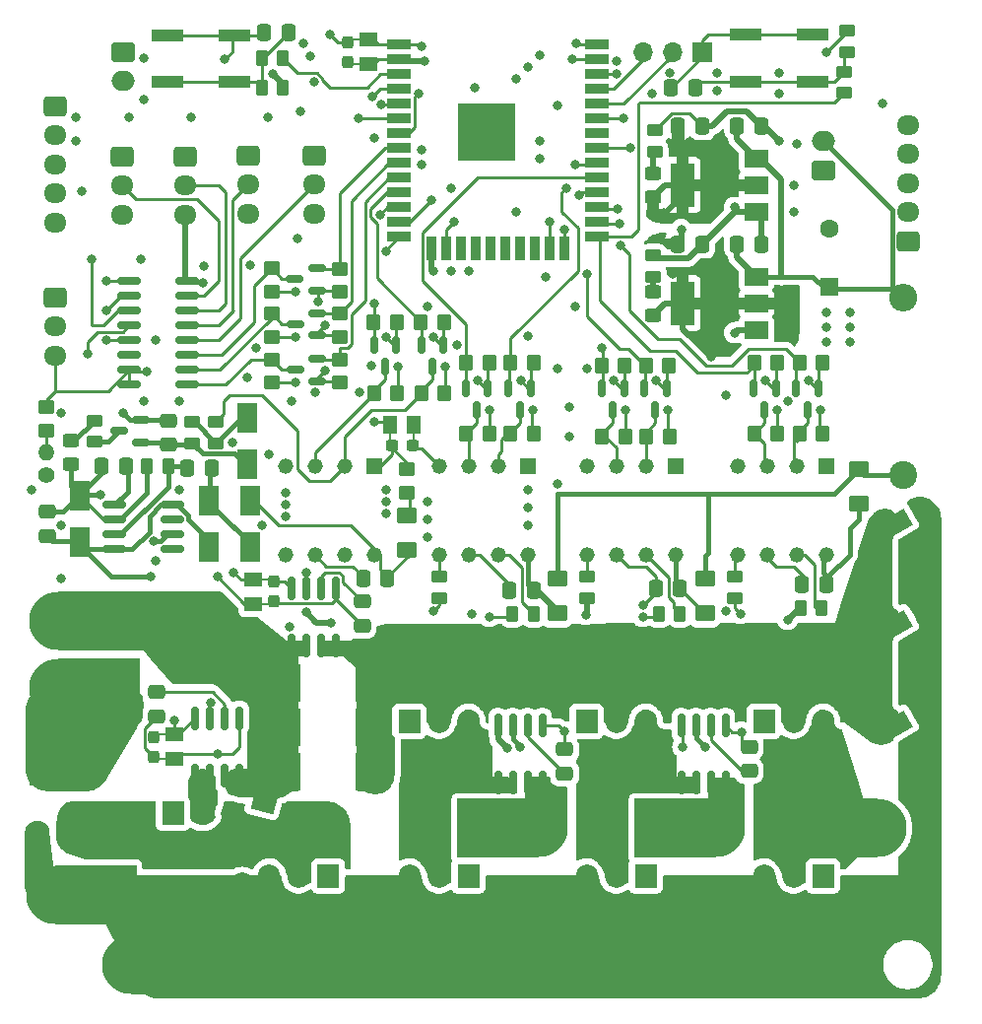
<source format=gtl>
G04 #@! TF.GenerationSoftware,KiCad,Pcbnew,(6.0.7)*
G04 #@! TF.CreationDate,2022-12-27T15:36:50+11:00*
G04 #@! TF.ProjectId,esp32_esc,65737033-325f-4657-9363-2e6b69636164,rev?*
G04 #@! TF.SameCoordinates,Original*
G04 #@! TF.FileFunction,Copper,L1,Top*
G04 #@! TF.FilePolarity,Positive*
%FSLAX46Y46*%
G04 Gerber Fmt 4.6, Leading zero omitted, Abs format (unit mm)*
G04 Created by KiCad (PCBNEW (6.0.7)) date 2022-12-27 15:36:50*
%MOMM*%
%LPD*%
G01*
G04 APERTURE LIST*
G04 Aperture macros list*
%AMRoundRect*
0 Rectangle with rounded corners*
0 $1 Rounding radius*
0 $2 $3 $4 $5 $6 $7 $8 $9 X,Y pos of 4 corners*
0 Add a 4 corners polygon primitive as box body*
4,1,4,$2,$3,$4,$5,$6,$7,$8,$9,$2,$3,0*
0 Add four circle primitives for the rounded corners*
1,1,$1+$1,$2,$3*
1,1,$1+$1,$4,$5*
1,1,$1+$1,$6,$7*
1,1,$1+$1,$8,$9*
0 Add four rect primitives between the rounded corners*
20,1,$1+$1,$2,$3,$4,$5,0*
20,1,$1+$1,$4,$5,$6,$7,0*
20,1,$1+$1,$6,$7,$8,$9,0*
20,1,$1+$1,$8,$9,$2,$3,0*%
%AMRotRect*
0 Rectangle, with rotation*
0 The origin of the aperture is its center*
0 $1 length*
0 $2 width*
0 $3 Rotation angle, in degrees counterclockwise*
0 Add horizontal line*
21,1,$1,$2,0,0,$3*%
%AMFreePoly0*
4,1,13,0.587500,-0.725000,0.100000,-0.725000,0.100000,-2.000000,0.080902,-2.058779,0.030902,-2.095106,-0.030902,-2.095106,-0.080902,-2.058779,-0.100000,-2.000000,-0.100000,-0.725000,-0.587500,-0.725000,-0.587500,0.725000,0.587500,0.725000,0.587500,-0.725000,0.587500,-0.725000,$1*%
%AMFreePoly1*
4,1,32,7.000000,-2.500000,0.000000,-2.500000,0.000000,-2.495067,-0.156976,-2.495067,-0.468453,-2.455718,-0.772542,-2.377641,-1.064448,-2.262068,-1.339567,-2.110820,-1.593560,-1.926283,-1.822422,-1.711368,-2.022542,-1.469463,-2.190767,-1.204384,-2.324441,-0.920311,-2.421458,-0.621725,-2.480287,-0.313333,-2.500000,0.000000,-2.480287,0.313333,-2.421458,0.621725,-2.324441,0.920311,-2.190767,1.204384,
-2.022542,1.469463,-1.822422,1.711368,-1.593560,1.926283,-1.339567,2.110820,-1.064448,2.262068,-0.772542,2.377641,-0.468453,2.455718,-0.156976,2.495067,0.000000,2.495067,0.000000,2.500000,7.000000,2.500000,7.000000,-2.500000,7.000000,-2.500000,$1*%
G04 Aperture macros list end*
G04 #@! TA.AperFunction,ComponentPad*
%ADD10RotRect,2.000000X2.000000X255.000000*%
G04 #@! TD*
G04 #@! TA.AperFunction,ComponentPad*
%ADD11C,2.000000*%
G04 #@! TD*
G04 #@! TA.AperFunction,ComponentPad*
%ADD12R,1.600000X1.600000*%
G04 #@! TD*
G04 #@! TA.AperFunction,ComponentPad*
%ADD13C,1.600000*%
G04 #@! TD*
G04 #@! TA.AperFunction,ComponentPad*
%ADD14R,4.000000X4.000000*%
G04 #@! TD*
G04 #@! TA.AperFunction,SMDPad,CuDef*
%ADD15RoundRect,0.237500X0.237500X-0.300000X0.237500X0.300000X-0.237500X0.300000X-0.237500X-0.300000X0*%
G04 #@! TD*
G04 #@! TA.AperFunction,SMDPad,CuDef*
%ADD16FreePoly0,90.000000*%
G04 #@! TD*
G04 #@! TA.AperFunction,SMDPad,CuDef*
%ADD17RoundRect,0.250000X-0.450000X0.262500X-0.450000X-0.262500X0.450000X-0.262500X0.450000X0.262500X0*%
G04 #@! TD*
G04 #@! TA.AperFunction,SMDPad,CuDef*
%ADD18RoundRect,0.249999X-0.450001X-1.425001X0.450001X-1.425001X0.450001X1.425001X-0.450001X1.425001X0*%
G04 #@! TD*
G04 #@! TA.AperFunction,SMDPad,CuDef*
%ADD19RoundRect,0.250000X-0.475000X0.337500X-0.475000X-0.337500X0.475000X-0.337500X0.475000X0.337500X0*%
G04 #@! TD*
G04 #@! TA.AperFunction,SMDPad,CuDef*
%ADD20RoundRect,0.250000X0.262500X0.450000X-0.262500X0.450000X-0.262500X-0.450000X0.262500X-0.450000X0*%
G04 #@! TD*
G04 #@! TA.AperFunction,SMDPad,CuDef*
%ADD21RoundRect,0.250000X0.350000X0.450000X-0.350000X0.450000X-0.350000X-0.450000X0.350000X-0.450000X0*%
G04 #@! TD*
G04 #@! TA.AperFunction,ComponentPad*
%ADD22FreePoly1,0.000000*%
G04 #@! TD*
G04 #@! TA.AperFunction,SMDPad,CuDef*
%ADD23RoundRect,0.250000X-0.337500X-0.475000X0.337500X-0.475000X0.337500X0.475000X-0.337500X0.475000X0*%
G04 #@! TD*
G04 #@! TA.AperFunction,SMDPad,CuDef*
%ADD24RoundRect,0.250000X-0.450000X0.325000X-0.450000X-0.325000X0.450000X-0.325000X0.450000X0.325000X0*%
G04 #@! TD*
G04 #@! TA.AperFunction,SMDPad,CuDef*
%ADD25RoundRect,0.250000X0.337500X0.475000X-0.337500X0.475000X-0.337500X-0.475000X0.337500X-0.475000X0*%
G04 #@! TD*
G04 #@! TA.AperFunction,SMDPad,CuDef*
%ADD26RoundRect,0.250000X0.475000X-0.337500X0.475000X0.337500X-0.475000X0.337500X-0.475000X-0.337500X0*%
G04 #@! TD*
G04 #@! TA.AperFunction,ComponentPad*
%ADD27R,1.318000X1.318000*%
G04 #@! TD*
G04 #@! TA.AperFunction,ComponentPad*
%ADD28C,1.318000*%
G04 #@! TD*
G04 #@! TA.AperFunction,ComponentPad*
%ADD29RoundRect,0.250000X-0.750000X0.600000X-0.750000X-0.600000X0.750000X-0.600000X0.750000X0.600000X0*%
G04 #@! TD*
G04 #@! TA.AperFunction,ComponentPad*
%ADD30O,2.000000X1.700000*%
G04 #@! TD*
G04 #@! TA.AperFunction,SMDPad,CuDef*
%ADD31RoundRect,0.250000X0.450000X-0.350000X0.450000X0.350000X-0.450000X0.350000X-0.450000X-0.350000X0*%
G04 #@! TD*
G04 #@! TA.AperFunction,SMDPad,CuDef*
%ADD32RoundRect,0.150000X-0.150000X0.587500X-0.150000X-0.587500X0.150000X-0.587500X0.150000X0.587500X0*%
G04 #@! TD*
G04 #@! TA.AperFunction,SMDPad,CuDef*
%ADD33R,1.800000X2.500000*%
G04 #@! TD*
G04 #@! TA.AperFunction,SMDPad,CuDef*
%ADD34RoundRect,0.237500X-0.237500X0.300000X-0.237500X-0.300000X0.237500X-0.300000X0.237500X0.300000X0*%
G04 #@! TD*
G04 #@! TA.AperFunction,SMDPad,CuDef*
%ADD35FreePoly0,270.000000*%
G04 #@! TD*
G04 #@! TA.AperFunction,ComponentPad*
%ADD36FreePoly1,180.000000*%
G04 #@! TD*
G04 #@! TA.AperFunction,ComponentPad*
%ADD37RoundRect,0.250000X-0.725000X0.600000X-0.725000X-0.600000X0.725000X-0.600000X0.725000X0.600000X0*%
G04 #@! TD*
G04 #@! TA.AperFunction,ComponentPad*
%ADD38O,1.950000X1.700000*%
G04 #@! TD*
G04 #@! TA.AperFunction,SMDPad,CuDef*
%ADD39RoundRect,0.150000X-0.825000X-0.150000X0.825000X-0.150000X0.825000X0.150000X-0.825000X0.150000X0*%
G04 #@! TD*
G04 #@! TA.AperFunction,ComponentPad*
%ADD40R,1.700000X1.700000*%
G04 #@! TD*
G04 #@! TA.AperFunction,ComponentPad*
%ADD41O,1.700000X1.700000*%
G04 #@! TD*
G04 #@! TA.AperFunction,SMDPad,CuDef*
%ADD42RoundRect,0.250000X-0.262500X-0.450000X0.262500X-0.450000X0.262500X0.450000X-0.262500X0.450000X0*%
G04 #@! TD*
G04 #@! TA.AperFunction,SMDPad,CuDef*
%ADD43R,2.000000X1.500000*%
G04 #@! TD*
G04 #@! TA.AperFunction,SMDPad,CuDef*
%ADD44R,2.000000X3.800000*%
G04 #@! TD*
G04 #@! TA.AperFunction,SMDPad,CuDef*
%ADD45RoundRect,0.250001X0.624999X-0.462499X0.624999X0.462499X-0.624999X0.462499X-0.624999X-0.462499X0*%
G04 #@! TD*
G04 #@! TA.AperFunction,SMDPad,CuDef*
%ADD46RoundRect,0.150000X0.150000X-0.825000X0.150000X0.825000X-0.150000X0.825000X-0.150000X-0.825000X0*%
G04 #@! TD*
G04 #@! TA.AperFunction,ComponentPad*
%ADD47RotRect,1.600000X1.600000X300.000000*%
G04 #@! TD*
G04 #@! TA.AperFunction,ComponentPad*
%ADD48RoundRect,0.250000X0.725000X-0.600000X0.725000X0.600000X-0.725000X0.600000X-0.725000X-0.600000X0*%
G04 #@! TD*
G04 #@! TA.AperFunction,SMDPad,CuDef*
%ADD49RoundRect,0.150000X0.587500X0.150000X-0.587500X0.150000X-0.587500X-0.150000X0.587500X-0.150000X0*%
G04 #@! TD*
G04 #@! TA.AperFunction,ComponentPad*
%ADD50C,2.400000*%
G04 #@! TD*
G04 #@! TA.AperFunction,ComponentPad*
%ADD51O,2.400000X2.400000*%
G04 #@! TD*
G04 #@! TA.AperFunction,SMDPad,CuDef*
%ADD52RoundRect,0.250000X0.450000X-0.262500X0.450000X0.262500X-0.450000X0.262500X-0.450000X-0.262500X0*%
G04 #@! TD*
G04 #@! TA.AperFunction,SMDPad,CuDef*
%ADD53R,2.750000X1.000000*%
G04 #@! TD*
G04 #@! TA.AperFunction,SMDPad,CuDef*
%ADD54RoundRect,0.237500X-0.300000X-0.237500X0.300000X-0.237500X0.300000X0.237500X-0.300000X0.237500X0*%
G04 #@! TD*
G04 #@! TA.AperFunction,SMDPad,CuDef*
%ADD55FreePoly0,0.000000*%
G04 #@! TD*
G04 #@! TA.AperFunction,SMDPad,CuDef*
%ADD56R,2.000000X0.900000*%
G04 #@! TD*
G04 #@! TA.AperFunction,SMDPad,CuDef*
%ADD57R,0.900000X2.000000*%
G04 #@! TD*
G04 #@! TA.AperFunction,SMDPad,CuDef*
%ADD58R,5.000000X5.000000*%
G04 #@! TD*
G04 #@! TA.AperFunction,ComponentPad*
%ADD59C,1.400000*%
G04 #@! TD*
G04 #@! TA.AperFunction,ComponentPad*
%ADD60O,1.400000X1.400000*%
G04 #@! TD*
G04 #@! TA.AperFunction,ComponentPad*
%ADD61RoundRect,0.250000X0.750000X-0.600000X0.750000X0.600000X-0.750000X0.600000X-0.750000X-0.600000X0*%
G04 #@! TD*
G04 #@! TA.AperFunction,ComponentPad*
%ADD62R,1.905000X2.000000*%
G04 #@! TD*
G04 #@! TA.AperFunction,ComponentPad*
%ADD63O,1.905000X2.000000*%
G04 #@! TD*
G04 #@! TA.AperFunction,ComponentPad*
%ADD64C,3.000000*%
G04 #@! TD*
G04 #@! TA.AperFunction,ViaPad*
%ADD65C,0.800000*%
G04 #@! TD*
G04 #@! TA.AperFunction,Conductor*
%ADD66C,0.381000*%
G04 #@! TD*
G04 #@! TA.AperFunction,Conductor*
%ADD67C,0.250000*%
G04 #@! TD*
G04 #@! TA.AperFunction,Conductor*
%ADD68C,0.254000*%
G04 #@! TD*
G04 #@! TA.AperFunction,Conductor*
%ADD69C,0.508000*%
G04 #@! TD*
G04 APERTURE END LIST*
D10*
X61214000Y-102362000D03*
D11*
X59272857Y-109606444D03*
D12*
X41783000Y-100340349D03*
D13*
X41783000Y-105340349D03*
D14*
X80264000Y-44958000D03*
D15*
X61976000Y-85317500D03*
D16*
X60198000Y-85514000D03*
D15*
X61976000Y-83592500D03*
D16*
X60198000Y-83439000D03*
D17*
X46605750Y-69751250D03*
X46605750Y-71576250D03*
D18*
X63625000Y-99949000D03*
X69725000Y-99949000D03*
D19*
X51943000Y-93069500D03*
X51943000Y-95144500D03*
D20*
X84328000Y-86360000D03*
X82503000Y-86360000D03*
D21*
X72609000Y-67402500D03*
X70609000Y-67402500D03*
D17*
X94615000Y-55602500D03*
X94615000Y-57427500D03*
D22*
X43482500Y-92710000D03*
D23*
X96162500Y-41148000D03*
X98237500Y-41148000D03*
D24*
X94615000Y-58665000D03*
X94615000Y-60715000D03*
D25*
X96901000Y-84201000D03*
X94826000Y-84201000D03*
D23*
X61192500Y-36449000D03*
X63267500Y-36449000D03*
D21*
X76673000Y-67402500D03*
X74673000Y-67402500D03*
D24*
X44573750Y-71503250D03*
X44573750Y-73553250D03*
D26*
X52955750Y-71819750D03*
X52955750Y-69744750D03*
D27*
X96560000Y-73687500D03*
D28*
X94020000Y-73687500D03*
X91480000Y-73687500D03*
X88940000Y-73687500D03*
X88940000Y-81307500D03*
X91480000Y-81307500D03*
X94020000Y-81307500D03*
X96560000Y-81307500D03*
D29*
X49068000Y-38100000D03*
D30*
X49068000Y-40600000D03*
D31*
X67647000Y-66516000D03*
X67647000Y-64516000D03*
D32*
X72512000Y-63246000D03*
X70612000Y-63246000D03*
X71562000Y-65121000D03*
D33*
X56388000Y-76656250D03*
X56388000Y-80656250D03*
D21*
X76657000Y-61306500D03*
X74657000Y-61306500D03*
D25*
X84328000Y-84328000D03*
X82253000Y-84328000D03*
D34*
X51691000Y-96949000D03*
D35*
X53469000Y-96752500D03*
D34*
X51691000Y-98674000D03*
D35*
X53469000Y-98827500D03*
D12*
X109728000Y-58282651D03*
D13*
X109728000Y-53282651D03*
D26*
X86995000Y-100097500D03*
X86995000Y-98022500D03*
D21*
X96012000Y-71120000D03*
X94012000Y-71120000D03*
D25*
X109474000Y-83820000D03*
X107399000Y-83820000D03*
D17*
X94742000Y-44807500D03*
X94742000Y-46632500D03*
D36*
X113870500Y-104775000D03*
D25*
X56663500Y-73830250D03*
X54588500Y-73830250D03*
D37*
X59773000Y-46990000D03*
D38*
X59773000Y-49490000D03*
X59773000Y-51990000D03*
D32*
X76576000Y-63246000D03*
X74676000Y-63246000D03*
X75626000Y-65121000D03*
D39*
X49595000Y-57785000D03*
X49595000Y-59055000D03*
X49595000Y-60325000D03*
X49595000Y-61595000D03*
X49595000Y-62865000D03*
X49595000Y-64135000D03*
X49595000Y-65405000D03*
X49595000Y-66675000D03*
X54545000Y-66675000D03*
X54545000Y-65405000D03*
X54545000Y-64135000D03*
X54545000Y-62865000D03*
X54545000Y-61595000D03*
X54545000Y-60325000D03*
X54545000Y-59055000D03*
X54545000Y-57785000D03*
D40*
X98806000Y-38100000D03*
D41*
X96266000Y-38100000D03*
X93726000Y-38100000D03*
D32*
X95750000Y-66963500D03*
X93850000Y-66963500D03*
X94800000Y-68838500D03*
D31*
X61805000Y-66500000D03*
X61805000Y-64500000D03*
D42*
X60977500Y-41180000D03*
X62802500Y-41180000D03*
D36*
X84787500Y-104775000D03*
D32*
X80383000Y-66963500D03*
X78483000Y-66963500D03*
X79433000Y-68838500D03*
D39*
X48325000Y-77005250D03*
X48325000Y-78275250D03*
X48325000Y-79545250D03*
X48325000Y-80815250D03*
X53275000Y-80815250D03*
X53275000Y-79545250D03*
X53275000Y-78275250D03*
X53275000Y-77005250D03*
D43*
X103480000Y-51830000D03*
D44*
X97180000Y-49530000D03*
D43*
X103480000Y-49530000D03*
X103480000Y-47230000D03*
D22*
X43180000Y-110490000D03*
D32*
X105152750Y-66963500D03*
X103252750Y-66963500D03*
X104202750Y-68838500D03*
D26*
X42541750Y-79661750D03*
X42541750Y-77586750D03*
D45*
X112268000Y-76925500D03*
X112268000Y-73950500D03*
D46*
X97028000Y-100900000D03*
X98298000Y-100900000D03*
X99568000Y-100900000D03*
X100838000Y-100900000D03*
X100838000Y-95950000D03*
X99568000Y-95950000D03*
X98298000Y-95950000D03*
X97028000Y-95950000D03*
D31*
X61793250Y-58704250D03*
X61793250Y-56704250D03*
D17*
X57019750Y-69869750D03*
X57019750Y-71694750D03*
D43*
X103480000Y-61990000D03*
D44*
X97180000Y-59690000D03*
D43*
X103480000Y-59690000D03*
X103480000Y-57390000D03*
D21*
X95996000Y-65024000D03*
X93996000Y-65024000D03*
D25*
X71755000Y-83312000D03*
X69680000Y-83312000D03*
D47*
X115844000Y-78385273D03*
D13*
X118344000Y-82715400D03*
D23*
X101832500Y-54610000D03*
X103907500Y-54610000D03*
D21*
X72593000Y-61306500D03*
X70593000Y-61306500D03*
D24*
X94615000Y-48505000D03*
X94615000Y-50555000D03*
D32*
X84082000Y-66955500D03*
X82182000Y-66955500D03*
X83132000Y-68830500D03*
D21*
X80518000Y-70866000D03*
X78518000Y-70866000D03*
D31*
X42418000Y-70596000D03*
X42418000Y-68596000D03*
D33*
X59690000Y-69512250D03*
X59690000Y-73512250D03*
D21*
X92202000Y-71120000D03*
X90202000Y-71120000D03*
D46*
X81280000Y-100900000D03*
X82550000Y-100900000D03*
X83820000Y-100900000D03*
X85090000Y-100900000D03*
X85090000Y-95950000D03*
X83820000Y-95950000D03*
X82550000Y-95950000D03*
X81280000Y-95950000D03*
D37*
X65488000Y-46990000D03*
D38*
X65488000Y-49490000D03*
X65488000Y-51990000D03*
D45*
X73406000Y-80862500D03*
X73406000Y-77887500D03*
D48*
X116540000Y-54356000D03*
D38*
X116540000Y-51856000D03*
X116540000Y-49356000D03*
X116540000Y-46856000D03*
X116540000Y-44356000D03*
D21*
X84328000Y-64778000D03*
X82328000Y-64778000D03*
D49*
X50591250Y-71613750D03*
X50591250Y-69713750D03*
X48716250Y-70663750D03*
D17*
X101600000Y-83185000D03*
X101600000Y-85010000D03*
D50*
X116078000Y-74422000D03*
D51*
X116078000Y-59182000D03*
D17*
X76200000Y-83161500D03*
X76200000Y-84986500D03*
D45*
X86360000Y-86323500D03*
X86360000Y-83348500D03*
D46*
X63500000Y-89089000D03*
X64770000Y-89089000D03*
X66040000Y-89089000D03*
X67310000Y-89089000D03*
X67310000Y-84139000D03*
X66040000Y-84139000D03*
X64770000Y-84139000D03*
X63500000Y-84139000D03*
D20*
X52917250Y-73703250D03*
X51092250Y-73703250D03*
D19*
X69596000Y-85322500D03*
X69596000Y-87397500D03*
D27*
X83820000Y-73660000D03*
D28*
X81280000Y-73660000D03*
X78740000Y-73660000D03*
X76200000Y-73660000D03*
X76200000Y-81280000D03*
X78740000Y-81280000D03*
X81280000Y-81280000D03*
X83820000Y-81280000D03*
D21*
X84328000Y-70858000D03*
X82328000Y-70858000D03*
D22*
X49762500Y-116500000D03*
D52*
X110998000Y-41632500D03*
X110998000Y-39807500D03*
D37*
X48943000Y-47070000D03*
D38*
X48943000Y-49570000D03*
X48943000Y-52070000D03*
D53*
X58580000Y-40650000D03*
X52820000Y-40650000D03*
X58580000Y-36650000D03*
X52820000Y-36650000D03*
D54*
X72184000Y-71880000D03*
D55*
X71987500Y-70102000D03*
D54*
X73909000Y-71880000D03*
D55*
X74062500Y-70102000D03*
D36*
X100027500Y-104775000D03*
D34*
X68328000Y-37259000D03*
D35*
X70106000Y-37062500D03*
D34*
X68328000Y-38984000D03*
D35*
X70106000Y-39137500D03*
D23*
X96752500Y-44450000D03*
X98827500Y-44450000D03*
D21*
X109204000Y-70866000D03*
X107204000Y-70866000D03*
D52*
X111252000Y-38100000D03*
X111252000Y-36275000D03*
D33*
X59944000Y-76656250D03*
X59944000Y-80656250D03*
D26*
X102870000Y-99865000D03*
X102870000Y-97790000D03*
D27*
X109474000Y-73660000D03*
D28*
X106934000Y-73660000D03*
X104394000Y-73660000D03*
X101854000Y-73660000D03*
X101854000Y-81280000D03*
X104394000Y-81280000D03*
X106934000Y-81280000D03*
X109474000Y-81280000D03*
D32*
X108809750Y-66963500D03*
X106909750Y-66963500D03*
X107859750Y-68838500D03*
D20*
X62802500Y-38640000D03*
X60977500Y-38640000D03*
D31*
X61805000Y-62579000D03*
X61805000Y-60579000D03*
X67647000Y-62595000D03*
X67647000Y-60595000D03*
D47*
X115844000Y-87115642D03*
D13*
X118344000Y-91445769D03*
D21*
X105287750Y-70866000D03*
X103287750Y-70866000D03*
D23*
X101832500Y-44450000D03*
X103907500Y-44450000D03*
D37*
X43180000Y-59190000D03*
D38*
X43180000Y-61690000D03*
X43180000Y-64190000D03*
D21*
X80518000Y-64786000D03*
X78518000Y-64786000D03*
D32*
X92105000Y-66963500D03*
X90205000Y-66963500D03*
X91155000Y-68838500D03*
D56*
X72780000Y-37465000D03*
X72780000Y-38735000D03*
X72780000Y-40005000D03*
X72780000Y-41275000D03*
X72780000Y-42545000D03*
X72780000Y-43815000D03*
X72780000Y-45085000D03*
X72780000Y-46355000D03*
X72780000Y-47625000D03*
X72780000Y-48895000D03*
X72780000Y-50165000D03*
X72780000Y-51435000D03*
X72780000Y-52705000D03*
X72780000Y-53975000D03*
D57*
X75565000Y-54975000D03*
X76835000Y-54975000D03*
X78105000Y-54975000D03*
X79375000Y-54975000D03*
X80645000Y-54975000D03*
X81915000Y-54975000D03*
X83185000Y-54975000D03*
X84455000Y-54975000D03*
X85725000Y-54975000D03*
X86995000Y-54975000D03*
D56*
X89780000Y-53975000D03*
X89780000Y-52705000D03*
X89780000Y-51435000D03*
X89780000Y-50165000D03*
X89780000Y-48895000D03*
X89780000Y-47625000D03*
X89780000Y-46355000D03*
X89780000Y-45085000D03*
X89780000Y-43815000D03*
X89780000Y-42545000D03*
X89780000Y-41275000D03*
X89780000Y-40005000D03*
X89780000Y-38735000D03*
X89780000Y-37465000D03*
D58*
X80280000Y-44965000D03*
D49*
X65707500Y-62444000D03*
X65707500Y-60544000D03*
X63832500Y-61494000D03*
D21*
X105303750Y-64770000D03*
X103303750Y-64770000D03*
D20*
X109116500Y-85852000D03*
X107291500Y-85852000D03*
D49*
X65707500Y-66365000D03*
X65707500Y-64465000D03*
X63832500Y-65415000D03*
D59*
X42418000Y-74406000D03*
D60*
X42418000Y-72506000D03*
D22*
X43482500Y-86995000D03*
D20*
X96924500Y-86360000D03*
X95099500Y-86360000D03*
D23*
X47222500Y-73703250D03*
X49297500Y-73703250D03*
D27*
X70612000Y-73687500D03*
D28*
X68072000Y-73687500D03*
X65532000Y-73687500D03*
X62992000Y-73687500D03*
X62992000Y-81307500D03*
X65532000Y-81307500D03*
X68072000Y-81307500D03*
X70612000Y-81307500D03*
D21*
X109204000Y-64770000D03*
X107204000Y-64770000D03*
D37*
X43180000Y-42752000D03*
D38*
X43180000Y-45252000D03*
X43180000Y-47752000D03*
X43180000Y-50252000D03*
X43180000Y-52752000D03*
D61*
X109220000Y-48260000D03*
D30*
X109220000Y-45760000D03*
D46*
X55245000Y-100265000D03*
X56515000Y-100265000D03*
X57785000Y-100265000D03*
X59055000Y-100265000D03*
X59055000Y-95315000D03*
X57785000Y-95315000D03*
X56515000Y-95315000D03*
X55245000Y-95315000D03*
D18*
X63625000Y-96139000D03*
X69725000Y-96139000D03*
D21*
X92186000Y-65024000D03*
X90186000Y-65024000D03*
D17*
X54987750Y-69869750D03*
X54987750Y-71694750D03*
D45*
X99060000Y-86323500D03*
X99060000Y-83348500D03*
D53*
X108290000Y-40635000D03*
X102530000Y-40635000D03*
X108290000Y-36635000D03*
X102530000Y-36635000D03*
D31*
X73406000Y-73930000D03*
X73406000Y-75930000D03*
D49*
X65695750Y-58569250D03*
X65695750Y-56669250D03*
X63820750Y-57619250D03*
D33*
X45335750Y-80232000D03*
X45335750Y-76232000D03*
D47*
X115844000Y-95751642D03*
D13*
X118344000Y-100081769D03*
D31*
X67635250Y-58720250D03*
X67635250Y-56720250D03*
D37*
X54358000Y-47070000D03*
D38*
X54358000Y-49570000D03*
X54358000Y-52070000D03*
D23*
X96752500Y-54610000D03*
X98827500Y-54610000D03*
D18*
X63625000Y-92329000D03*
X69725000Y-92329000D03*
D17*
X88900000Y-83185000D03*
X88900000Y-85010000D03*
D62*
X104140000Y-95590000D03*
D63*
X106680000Y-95590000D03*
X109220000Y-95590000D03*
D62*
X109220000Y-108880000D03*
D63*
X106680000Y-108880000D03*
X104140000Y-108880000D03*
D62*
X88900000Y-95590000D03*
D63*
X91440000Y-95590000D03*
X93980000Y-95590000D03*
D64*
X45212000Y-98558000D03*
X45212000Y-105658000D03*
D62*
X66675000Y-108880000D03*
D63*
X64135000Y-108880000D03*
X61595000Y-108880000D03*
D62*
X78740000Y-108880000D03*
D63*
X76200000Y-108880000D03*
X73660000Y-108880000D03*
D62*
X53340000Y-103505000D03*
D63*
X55880000Y-103505000D03*
X58420000Y-103505000D03*
D62*
X73660000Y-95590000D03*
D63*
X76200000Y-95590000D03*
X78740000Y-95590000D03*
D62*
X93980000Y-108880000D03*
D63*
X91440000Y-108880000D03*
X88900000Y-108880000D03*
D65*
X55880000Y-57912000D03*
X100584000Y-58674000D03*
X105303750Y-68834000D03*
X84233000Y-68826000D03*
X92256000Y-68834000D03*
X108960750Y-68834000D03*
X96266000Y-57150000D03*
X99314000Y-58674000D03*
X53467000Y-95504000D03*
X80534000Y-68834000D03*
X106500000Y-61500000D03*
X97155000Y-97790000D03*
X98806000Y-56388000D03*
X97028000Y-53340000D03*
X82042000Y-97917000D03*
X63837000Y-62595000D03*
X99314000Y-57404000D03*
X72663000Y-65116500D03*
X99568000Y-64297500D03*
X63825250Y-58720250D03*
X106500000Y-60000000D03*
X63837000Y-66516000D03*
X76727000Y-65116500D03*
X100584000Y-60706000D03*
X95901000Y-68834000D03*
X61595000Y-72644000D03*
X58547000Y-82804000D03*
X99314000Y-61976000D03*
X99314000Y-60706000D03*
X45466000Y-50038000D03*
X74676000Y-47752000D03*
X100076000Y-39878000D03*
X60960000Y-78740000D03*
X94488000Y-41656000D03*
X83820000Y-77216000D03*
X82804000Y-40386000D03*
X88011000Y-37338000D03*
X49530000Y-43688000D03*
X83820000Y-39370000D03*
X53848000Y-75692000D03*
X101600000Y-62230000D03*
X44958000Y-45720000D03*
X50800000Y-38608000D03*
X59944000Y-56388000D03*
X63000000Y-76000000D03*
X57150000Y-83185000D03*
X86995000Y-96497500D03*
X105410000Y-39878000D03*
X44958000Y-43688000D03*
X77724000Y-63246000D03*
X106934000Y-45974000D03*
X86360000Y-65278000D03*
X83820000Y-78740000D03*
X87376000Y-68580000D03*
X82804000Y-51816000D03*
X100838000Y-67564000D03*
X70612000Y-45466000D03*
X91440000Y-38862000D03*
X61468000Y-43688000D03*
X57785000Y-38735000D03*
X102235000Y-96520000D03*
X109474000Y-62992000D03*
X106172000Y-68072000D03*
X64516000Y-37338000D03*
X51837500Y-62865000D03*
X109474000Y-60452000D03*
X63500000Y-68072000D03*
X69342000Y-67310000D03*
X78740000Y-56896000D03*
X77216000Y-56896000D03*
X43688000Y-78740000D03*
X111506000Y-60452000D03*
X105410000Y-41656000D03*
X75692000Y-56896000D03*
X75184000Y-79756000D03*
X84836000Y-45720000D03*
X53848000Y-68072000D03*
X74676000Y-37592000D03*
X63000000Y-78000000D03*
X77216000Y-49784000D03*
X75184000Y-78232000D03*
X71628000Y-75692000D03*
X109474000Y-61722000D03*
X86360000Y-42672000D03*
X111506000Y-61722000D03*
X50546000Y-55880000D03*
X105410000Y-45720000D03*
X66802000Y-36576000D03*
X85344000Y-57404000D03*
X100076000Y-41402000D03*
X70358000Y-65024000D03*
X43688000Y-69088000D03*
X83820000Y-62484000D03*
X60452000Y-63500000D03*
X50800000Y-68072000D03*
X84836000Y-47244000D03*
X75184000Y-59944000D03*
X65532000Y-67310000D03*
X71628000Y-77724000D03*
X51054000Y-65532000D03*
X106680000Y-51816000D03*
X86360000Y-75184000D03*
X79248000Y-41148000D03*
X71628000Y-76708000D03*
X57150000Y-98425000D03*
X83820000Y-75692000D03*
X43688000Y-83312000D03*
X87884000Y-59944000D03*
X88900000Y-65278000D03*
X58420000Y-71628000D03*
X84836000Y-38354000D03*
X41148000Y-75692000D03*
X87376000Y-71120000D03*
X75184000Y-76708000D03*
X78994000Y-86360000D03*
X100838000Y-86106000D03*
X114300000Y-42545000D03*
X96012000Y-39878000D03*
X101600000Y-51435000D03*
X74676000Y-46482000D03*
X106680000Y-49530000D03*
X111506000Y-62992000D03*
X64008000Y-54102000D03*
X50800000Y-42164000D03*
X51816000Y-81788000D03*
X63000000Y-77000000D03*
X54864000Y-43688000D03*
X70612000Y-69850000D03*
X51435000Y-83185000D03*
X91440000Y-40005000D03*
X92075000Y-43815000D03*
X92618500Y-46355000D03*
X64770000Y-86233000D03*
X66929000Y-87122000D03*
X93726000Y-86614000D03*
X88823615Y-86436385D03*
X106172000Y-86868000D03*
X102108000Y-86360000D03*
X75711000Y-62576500D03*
X94885000Y-66294000D03*
X98044000Y-46228000D03*
X66377000Y-65500000D03*
X66377000Y-61579000D03*
X74930000Y-38862000D03*
X104287750Y-66294000D03*
X71647000Y-62576500D03*
X79518000Y-66294000D03*
X91240000Y-66294000D03*
X109474000Y-38100000D03*
X99060000Y-50292000D03*
X65786000Y-59563000D03*
X83217000Y-66286000D03*
X99060000Y-48768000D03*
X61942904Y-39943719D03*
X96266000Y-46228000D03*
X107944750Y-66294000D03*
X95250000Y-52324000D03*
X101092000Y-48260000D03*
X64790767Y-82800999D03*
X46000000Y-64000000D03*
X83185000Y-97790000D03*
X64262000Y-43180000D03*
X65159287Y-38489288D03*
X99060000Y-97790000D03*
X63373000Y-87503000D03*
X51655129Y-80103129D03*
X47113750Y-76116250D03*
X56604500Y-93980000D03*
X65445118Y-40679412D03*
X75565000Y-50800000D03*
X77470000Y-52705000D03*
X85725000Y-52705000D03*
X91567000Y-51562000D03*
X88265000Y-50419000D03*
X59690000Y-66040000D03*
X47625000Y-57785000D03*
X47625000Y-62865000D03*
X47625000Y-60325000D03*
X71628000Y-55245500D03*
X56007000Y-56515000D03*
X88900000Y-57150000D03*
X86995000Y-53340000D03*
X91694000Y-52832000D03*
X91821000Y-54737000D03*
X87884000Y-47752000D03*
X87122000Y-49784000D03*
X87630000Y-38735000D03*
X90170000Y-63500000D03*
X80518000Y-86614000D03*
X71191755Y-42616755D03*
X69308469Y-43791313D03*
X46355000Y-55880000D03*
X75692000Y-86106000D03*
X70485000Y-41910000D03*
X74422000Y-41656000D03*
X71125714Y-52064286D03*
X70612000Y-59690000D03*
X49022000Y-69088000D03*
X93726000Y-85598000D03*
D66*
X41783000Y-109093000D02*
X41783000Y-105340349D01*
X43180000Y-110490000D02*
X41783000Y-109093000D01*
D67*
X54672000Y-57912000D02*
X54545000Y-57785000D01*
X55880000Y-57912000D02*
X54672000Y-57912000D01*
X53469000Y-95506000D02*
X53467000Y-95504000D01*
D68*
X63821000Y-62579000D02*
X63837000Y-62595000D01*
D69*
X95640000Y-59690000D02*
X94615000Y-60715000D01*
D68*
X63809250Y-58704250D02*
X63825250Y-58720250D01*
X92240000Y-70866000D02*
X92240000Y-68850000D01*
X105287750Y-70866000D02*
X105287750Y-68850000D01*
X76711000Y-65132500D02*
X76727000Y-65116500D01*
D67*
X53469000Y-96752500D02*
X53469000Y-95506000D01*
D69*
X54358000Y-57598000D02*
X54545000Y-57785000D01*
D68*
X59182000Y-83439000D02*
X58547000Y-82804000D01*
X84217000Y-70858000D02*
X84217000Y-68842000D01*
D69*
X81280000Y-95950000D02*
X81280000Y-97155000D01*
D68*
X108944750Y-70866000D02*
X108944750Y-68850000D01*
X60198000Y-83439000D02*
X59182000Y-83439000D01*
D69*
X97180000Y-59690000D02*
X103480000Y-59690000D01*
D68*
X84217000Y-68842000D02*
X84233000Y-68826000D01*
X61805000Y-66500000D02*
X63821000Y-66500000D01*
X61793250Y-58704250D02*
X63809250Y-58704250D01*
D69*
X99568000Y-64297500D02*
X97180000Y-61909500D01*
D68*
X95885000Y-70866000D02*
X95885000Y-68850000D01*
X72647000Y-67148500D02*
X72647000Y-65132500D01*
D69*
X97180000Y-61909500D02*
X97180000Y-59690000D01*
D67*
X53807500Y-96752500D02*
X55245000Y-95315000D01*
X97155000Y-97790000D02*
X97155000Y-96077000D01*
D69*
X81280000Y-97155000D02*
X82042000Y-97917000D01*
D68*
X95885000Y-68850000D02*
X95901000Y-68834000D01*
X105287750Y-68850000D02*
X105303750Y-68834000D01*
D67*
X61976000Y-83592500D02*
X62953500Y-83592500D01*
D68*
X61805000Y-62579000D02*
X63821000Y-62579000D01*
D69*
X97028000Y-53340000D02*
X97028000Y-54334500D01*
D68*
X92240000Y-68850000D02*
X92256000Y-68834000D01*
X76711000Y-67148500D02*
X76711000Y-65132500D01*
D67*
X62953500Y-83592500D02*
X63500000Y-84139000D01*
D68*
X72647000Y-65132500D02*
X72663000Y-65116500D01*
X108944750Y-68850000D02*
X108960750Y-68834000D01*
D69*
X97180000Y-59690000D02*
X95640000Y-59690000D01*
D68*
X80518000Y-70866000D02*
X80518000Y-68850000D01*
X80518000Y-68850000D02*
X80534000Y-68834000D01*
D69*
X54358000Y-52070000D02*
X54358000Y-57598000D01*
D68*
X63821000Y-66500000D02*
X63837000Y-66516000D01*
D67*
X86447500Y-95950000D02*
X86995000Y-96497500D01*
D68*
X51054000Y-65532000D02*
X49722000Y-65532000D01*
D67*
X72780000Y-37465000D02*
X71016500Y-37465000D01*
D69*
X97648500Y-55789000D02*
X98827500Y-54610000D01*
D68*
X94615000Y-44958999D02*
X96175999Y-43398000D01*
D69*
X75565000Y-56769000D02*
X75692000Y-56896000D01*
D68*
X49595000Y-65405000D02*
X49595000Y-66675000D01*
D67*
X60198000Y-85514000D02*
X59479000Y-85514000D01*
D68*
X96162500Y-41148000D02*
X98806000Y-38504500D01*
D69*
X98827500Y-54610000D02*
X101607500Y-51830000D01*
D68*
X50889000Y-97872000D02*
X51691000Y-98674000D01*
X99314000Y-36635000D02*
X108290000Y-36635000D01*
X42418000Y-67972000D02*
X43180000Y-67210000D01*
D67*
X58420000Y-36640000D02*
X58420000Y-38100000D01*
X66961000Y-85439000D02*
X67310000Y-85090000D01*
D68*
X96175999Y-43398000D02*
X97775500Y-43398000D01*
X89780000Y-37465000D02*
X88138000Y-37465000D01*
D69*
X98827500Y-44450000D02*
X99695000Y-44450000D01*
D67*
X67310000Y-85090000D02*
X67310000Y-84139000D01*
X59479000Y-85514000D02*
X57150000Y-83185000D01*
D69*
X94801500Y-55789000D02*
X97648500Y-55789000D01*
D67*
X72780000Y-37465000D02*
X74549000Y-37465000D01*
D68*
X43180000Y-67210000D02*
X47790000Y-67210000D01*
D69*
X101607500Y-51830000D02*
X103480000Y-51830000D01*
D67*
X101408000Y-96520000D02*
X100838000Y-95950000D01*
D68*
X98806000Y-37143000D02*
X99314000Y-36635000D01*
D69*
X100965000Y-43180000D02*
X102637500Y-43180000D01*
D67*
X53871500Y-98425000D02*
X58420000Y-98425000D01*
X102235000Y-97790000D02*
X102235000Y-96520000D01*
D69*
X101995000Y-51830000D02*
X101600000Y-51435000D01*
D68*
X97775500Y-43398000D02*
X98827500Y-44450000D01*
D69*
X102637500Y-43180000D02*
X103907500Y-44450000D01*
D68*
X51943000Y-95144500D02*
X50889000Y-96198500D01*
D67*
X58420000Y-36640000D02*
X61115000Y-36640000D01*
D69*
X75565000Y-54975000D02*
X75565000Y-56769000D01*
D67*
X67310000Y-85111500D02*
X67310000Y-84139000D01*
X85090000Y-95950000D02*
X86447500Y-95950000D01*
X58420000Y-98425000D02*
X59055000Y-97790000D01*
X69596000Y-87397500D02*
X67310000Y-85111500D01*
D69*
X103480000Y-61990000D02*
X101840000Y-61990000D01*
D67*
X74686500Y-72134000D02*
X76240000Y-73687500D01*
X74549000Y-37465000D02*
X74676000Y-37592000D01*
X62097500Y-85439000D02*
X66961000Y-85439000D01*
X73909000Y-72134000D02*
X74686500Y-72134000D01*
D69*
X99695000Y-44450000D02*
X100965000Y-43180000D01*
D67*
X102235000Y-96520000D02*
X101408000Y-96520000D01*
D68*
X67485000Y-37259000D02*
X68328000Y-37259000D01*
X43180000Y-67210000D02*
X43180000Y-64190000D01*
D67*
X71016500Y-37465000D02*
X70614000Y-37062500D01*
D68*
X98806000Y-38504500D02*
X98806000Y-37143000D01*
D69*
X103907500Y-54610000D02*
X103907500Y-52257500D01*
D68*
X88138000Y-37465000D02*
X88011000Y-37338000D01*
D67*
X58420000Y-38100000D02*
X57785000Y-38735000D01*
X86995000Y-96497500D02*
X86995000Y-98022500D01*
D68*
X47790000Y-67210000D02*
X49595000Y-65405000D01*
D69*
X103480000Y-51830000D02*
X101995000Y-51830000D01*
D67*
X59055000Y-97790000D02*
X59055000Y-95315000D01*
D69*
X104140000Y-44450000D02*
X105410000Y-45720000D01*
D68*
X66802000Y-36576000D02*
X67485000Y-37259000D01*
X42418000Y-68596000D02*
X42418000Y-67972000D01*
D67*
X52660000Y-36640000D02*
X58420000Y-36640000D01*
D69*
X101840000Y-61990000D02*
X101600000Y-62230000D01*
D68*
X50889000Y-96198500D02*
X50889000Y-97872000D01*
D67*
X73660000Y-81280000D02*
X71755000Y-83185000D01*
X62405500Y-78740000D02*
X68592500Y-78740000D01*
X68592500Y-78740000D02*
X71160000Y-81307500D01*
X71160000Y-82590000D02*
X71755000Y-83185000D01*
X71160000Y-81307500D02*
X71160000Y-82590000D01*
X60321750Y-76656250D02*
X62405500Y-78740000D01*
D69*
X101832500Y-45582500D02*
X103480000Y-47230000D01*
D66*
X109220000Y-45760000D02*
X115155501Y-51695501D01*
D67*
X73660000Y-73610000D02*
X72184000Y-72134000D01*
D66*
X108327349Y-57390000D02*
X105650000Y-57390000D01*
X105650000Y-57390000D02*
X103480000Y-57390000D01*
D67*
X72184000Y-72663500D02*
X71160000Y-73687500D01*
D68*
X71481500Y-69850000D02*
X71987500Y-70356000D01*
D69*
X101832500Y-54610000D02*
X101832500Y-55742500D01*
X103838000Y-47230000D02*
X105650000Y-49042000D01*
D66*
X109220000Y-58282651D02*
X108327349Y-57390000D01*
D69*
X101832500Y-55742500D02*
X103480000Y-57390000D01*
D68*
X70612000Y-69850000D02*
X71481500Y-69850000D01*
X116078000Y-59182000D02*
X115316000Y-58420000D01*
D69*
X101832500Y-44450000D02*
X101832500Y-45582500D01*
X105650000Y-49042000D02*
X105650000Y-57390000D01*
D66*
X115316000Y-58420000D02*
X109865349Y-58420000D01*
X115155501Y-58259501D02*
X115316000Y-58420000D01*
D67*
X72184000Y-72134000D02*
X72184000Y-72663500D01*
D66*
X115155501Y-51695501D02*
X115155501Y-58259501D01*
D69*
X86360000Y-86106000D02*
X84582000Y-84328000D01*
D66*
X84328000Y-84328000D02*
X83860000Y-83860000D01*
X83860000Y-83860000D02*
X83860000Y-81307500D01*
D68*
X93726000Y-38747134D02*
X91198134Y-41275000D01*
X91198134Y-41275000D02*
X89780000Y-41275000D01*
D66*
X96560000Y-81307500D02*
X96560000Y-83860000D01*
D68*
X98769500Y-86069500D02*
X96901000Y-84201000D01*
D66*
X112268000Y-78232000D02*
X111506000Y-78994000D01*
X112268000Y-76925500D02*
X112268000Y-78232000D01*
X111506000Y-81301500D02*
X109622500Y-83185000D01*
X109260000Y-82822500D02*
X109260000Y-81307500D01*
X111506000Y-78994000D02*
X111506000Y-81301500D01*
X109622500Y-83185000D02*
X109260000Y-82822500D01*
X46034750Y-80815250D02*
X49825778Y-80815250D01*
X53744382Y-77005250D02*
X54640500Y-77901368D01*
X51308000Y-79333028D02*
X51308000Y-77978000D01*
D68*
X68788500Y-82293500D02*
X69680000Y-83185000D01*
D66*
X52280750Y-77005250D02*
X53744382Y-77005250D01*
X45335750Y-80466250D02*
X48054500Y-83185000D01*
X45335750Y-80116250D02*
X42996250Y-80116250D01*
X49825778Y-80815250D02*
X51308000Y-79333028D01*
D68*
X65532000Y-81307500D02*
X66518000Y-82293500D01*
D66*
X42996250Y-80116250D02*
X42541750Y-79661750D01*
X51308000Y-77978000D02*
X52280750Y-77005250D01*
X48054500Y-83185000D02*
X51435000Y-83185000D01*
D68*
X66518000Y-82293500D02*
X68788500Y-82293500D01*
D66*
X54640500Y-78262500D02*
X56765750Y-80387750D01*
X54640500Y-77901368D02*
X54640500Y-78262500D01*
D67*
X73660000Y-75930000D02*
X73660000Y-77887500D01*
D68*
X91440000Y-40005000D02*
X89780000Y-40005000D01*
X92075000Y-43815000D02*
X89780000Y-43815000D01*
X92618500Y-46355000D02*
X89780000Y-46355000D01*
D67*
X83820000Y-96922500D02*
X86995000Y-100097500D01*
X83820000Y-95950000D02*
X83820000Y-96922500D01*
D69*
X65659000Y-87122000D02*
X64770000Y-86233000D01*
X66929000Y-87122000D02*
X65659000Y-87122000D01*
D68*
X93726000Y-86614000D02*
X94845500Y-86614000D01*
D69*
X88900000Y-86360000D02*
X88823615Y-86436385D01*
X88900000Y-85010000D02*
X88900000Y-86360000D01*
X107188000Y-85852000D02*
X106172000Y-86868000D01*
D68*
X101600000Y-85010000D02*
X101600000Y-85852000D01*
X101600000Y-85852000D02*
X102108000Y-86360000D01*
X83886500Y-66955500D02*
X83217000Y-66286000D01*
X72316500Y-63246000D02*
X71647000Y-62576500D01*
X80383000Y-66963500D02*
X80383000Y-65175000D01*
X103480000Y-49530000D02*
X97180000Y-49530000D01*
X65707500Y-66365000D02*
X65707500Y-66169500D01*
X84082000Y-66955500D02*
X83886500Y-66955500D01*
X65707500Y-62444000D02*
X67496000Y-62444000D01*
X65707500Y-66365000D02*
X67496000Y-66365000D01*
X97180000Y-44877500D02*
X97180000Y-49530000D01*
X76380500Y-63246000D02*
X75711000Y-62576500D01*
D69*
X95640000Y-49530000D02*
X94615000Y-50555000D01*
D68*
X108809750Y-66963500D02*
X108614250Y-66963500D01*
X105152750Y-66963500D02*
X104957250Y-66963500D01*
D69*
X74930000Y-38862000D02*
X72907000Y-38862000D01*
D68*
X108809750Y-66963500D02*
X108809750Y-65175000D01*
X105152750Y-66963500D02*
X105152750Y-65175000D01*
D67*
X72780000Y-38735000D02*
X71016500Y-38735000D01*
D68*
X92105000Y-66963500D02*
X91909500Y-66963500D01*
X65707500Y-66169500D02*
X66377000Y-65500000D01*
X108614250Y-66963500D02*
X107944750Y-66294000D01*
X80187500Y-66963500D02*
X79518000Y-66294000D01*
X65707500Y-62444000D02*
X65707500Y-62248500D01*
D69*
X97180000Y-49530000D02*
X95640000Y-49530000D01*
D68*
X72512000Y-63246000D02*
X72316500Y-63246000D01*
X65707500Y-62248500D02*
X66377000Y-61579000D01*
X92105000Y-66963500D02*
X92105000Y-65175000D01*
X91909500Y-66963500D02*
X91240000Y-66294000D01*
X95750000Y-66963500D02*
X95750000Y-65175000D01*
X76576000Y-63246000D02*
X76380500Y-63246000D01*
D69*
X97180000Y-50394000D02*
X95250000Y-52324000D01*
D68*
X95554500Y-66963500D02*
X94885000Y-66294000D01*
X65695750Y-58569250D02*
X67484250Y-58569250D01*
D67*
X71016500Y-38735000D02*
X70614000Y-39137500D01*
D68*
X111252000Y-36322000D02*
X109474000Y-38100000D01*
X104957250Y-66963500D02*
X104287750Y-66294000D01*
X65786000Y-59563000D02*
X65786000Y-58659500D01*
X84082000Y-66955500D02*
X84082000Y-65167000D01*
X80383000Y-66963500D02*
X80187500Y-66963500D01*
X76576000Y-63246000D02*
X76576000Y-61457500D01*
D69*
X61942904Y-39943719D02*
X62802500Y-40803315D01*
D68*
X72512000Y-63246000D02*
X72512000Y-61457500D01*
X95750000Y-66963500D02*
X95554500Y-66963500D01*
X49595000Y-61595000D02*
X49052000Y-62138000D01*
X46862000Y-62138000D02*
X46000000Y-63000000D01*
X46000000Y-63000000D02*
X46000000Y-64000000D01*
X64770000Y-84139000D02*
X64770000Y-82821766D01*
X64770000Y-82821766D02*
X64790767Y-82800999D01*
X49052000Y-62138000D02*
X46862000Y-62138000D01*
D67*
X57233000Y-52575698D02*
X57233000Y-57785000D01*
X55963000Y-59055000D02*
X55263000Y-59055000D01*
X55402302Y-50745000D02*
X57233000Y-52575698D01*
X50118000Y-50745000D02*
X55402302Y-50745000D01*
X48943000Y-49570000D02*
X50118000Y-50745000D01*
X57233000Y-57785000D02*
X55963000Y-59055000D01*
X65488000Y-49490000D02*
X59138000Y-55840000D01*
X59138000Y-55840000D02*
X59138000Y-60960000D01*
X57233000Y-62865000D02*
X55263000Y-62865000D01*
X59138000Y-60960000D02*
X57233000Y-62865000D01*
X58503000Y-60325000D02*
X57233000Y-61595000D01*
X58473000Y-50790000D02*
X58473000Y-60295000D01*
X58473000Y-60295000D02*
X58503000Y-60325000D01*
X57233000Y-61595000D02*
X55263000Y-61595000D01*
X59773000Y-49490000D02*
X58473000Y-50790000D01*
X57868000Y-59690000D02*
X57233000Y-60325000D01*
X57233000Y-60325000D02*
X55263000Y-60325000D01*
X57233000Y-49530000D02*
X57868000Y-50165000D01*
X54398000Y-49530000D02*
X57233000Y-49530000D01*
X57868000Y-50165000D02*
X57868000Y-59690000D01*
D66*
X82550000Y-95950000D02*
X82550000Y-97155000D01*
X82550000Y-97155000D02*
X83185000Y-97790000D01*
X98298000Y-97028000D02*
X99060000Y-97790000D01*
X98298000Y-95950000D02*
X98298000Y-97028000D01*
D68*
X81534000Y-71406000D02*
X82328000Y-70612000D01*
X83132000Y-68830500D02*
X83132000Y-69943000D01*
X81280000Y-73660000D02*
X81280000Y-72644000D01*
X83132000Y-69943000D02*
X82217000Y-70858000D01*
X81280000Y-72644000D02*
X81534000Y-72390000D01*
X81534000Y-72390000D02*
X81534000Y-71406000D01*
X79433000Y-68838500D02*
X79433000Y-69951000D01*
X78740000Y-70858000D02*
X78740000Y-73660000D01*
X79433000Y-69951000D02*
X78518000Y-70866000D01*
X94020000Y-71001000D02*
X94020000Y-73687500D01*
X94800000Y-69951000D02*
X93885000Y-70866000D01*
X94800000Y-68838500D02*
X94800000Y-69951000D01*
X91480000Y-72106000D02*
X91480000Y-73687500D01*
X90240000Y-70866000D02*
X91480000Y-72106000D01*
X91155000Y-69951000D02*
X90240000Y-70866000D01*
X91155000Y-68838500D02*
X91155000Y-69951000D01*
X107859750Y-69951000D02*
X106944750Y-70866000D01*
X106720000Y-71090750D02*
X106720000Y-73687500D01*
X107859750Y-68838500D02*
X107859750Y-69951000D01*
X106944750Y-70866000D02*
X106944750Y-71561500D01*
X106944750Y-70866000D02*
X106720000Y-71090750D01*
X103287750Y-70866000D02*
X104180000Y-71758250D01*
X104202750Y-69951000D02*
X103287750Y-70866000D01*
X104202750Y-68838500D02*
X104202750Y-69951000D01*
X104180000Y-71758250D02*
X104180000Y-73687500D01*
D66*
X52270871Y-80103129D02*
X52828750Y-79545250D01*
X47411250Y-74040750D02*
X45335750Y-76116250D01*
X44573750Y-73553250D02*
X44573750Y-75354250D01*
X51655129Y-80103129D02*
X52270871Y-80103129D01*
X51092250Y-73703250D02*
X51092250Y-75977382D01*
X44573750Y-75354250D02*
X45335750Y-76116250D01*
D68*
X45335750Y-76232000D02*
X47379000Y-78275250D01*
D66*
X47113750Y-76116250D02*
X45335750Y-76116250D01*
X43865250Y-77586750D02*
X45335750Y-76116250D01*
D68*
X47379000Y-78275250D02*
X48325000Y-78275250D01*
D66*
X42541750Y-77586750D02*
X43865250Y-77586750D01*
X51092250Y-75977382D02*
X48794382Y-78275250D01*
D67*
X56515000Y-94069500D02*
X56604500Y-93980000D01*
X56515000Y-95315000D02*
X56515000Y-94069500D01*
D68*
X70358000Y-68834000D02*
X68072000Y-71120000D01*
X68072000Y-71120000D02*
X68072000Y-73687500D01*
X60960000Y-67564000D02*
X64065600Y-70669600D01*
X74673000Y-67402500D02*
X73241500Y-68834000D01*
X65024000Y-74930000D02*
X66829500Y-74930000D01*
X57658000Y-68072000D02*
X58166000Y-67564000D01*
X64065600Y-70669600D02*
X64065600Y-73971600D01*
X73241500Y-68834000D02*
X70358000Y-68834000D01*
X57658000Y-69231500D02*
X57658000Y-68072000D01*
X75626000Y-65121000D02*
X75626000Y-66233500D01*
X66829500Y-74930000D02*
X68072000Y-73687500D01*
X75626000Y-66233500D02*
X74711000Y-67148500D01*
X58166000Y-67564000D02*
X60960000Y-67564000D01*
X64065600Y-73971600D02*
X65024000Y-74930000D01*
X57019750Y-69869750D02*
X57658000Y-69231500D01*
X70609000Y-67402500D02*
X65532000Y-72479500D01*
X65532000Y-72479500D02*
X65532000Y-73687500D01*
X71562000Y-66233500D02*
X70647000Y-67148500D01*
X71562000Y-65121000D02*
X71562000Y-66233500D01*
X73660000Y-52705000D02*
X72780000Y-52705000D01*
X75565000Y-50800000D02*
X73660000Y-52705000D01*
X77470000Y-52705000D02*
X76835000Y-53340000D01*
X76835000Y-53340000D02*
X76835000Y-54975000D01*
X85725000Y-52705000D02*
X85725000Y-54975000D01*
X91567000Y-51562000D02*
X89907000Y-51562000D01*
X89780000Y-50165000D02*
X88519000Y-50165000D01*
X88519000Y-50165000D02*
X88265000Y-50419000D01*
D67*
X47625000Y-57785000D02*
X49595000Y-57785000D01*
X71156000Y-40005000D02*
X72780000Y-40005000D01*
X70013000Y-41148000D02*
X71156000Y-40005000D01*
X66802000Y-41148000D02*
X70013000Y-41148000D01*
X65705305Y-39915000D02*
X66176305Y-40386000D01*
X62802500Y-38640000D02*
X64077500Y-39915000D01*
X64077500Y-39915000D02*
X65705305Y-39915000D01*
X66176305Y-40522305D02*
X66802000Y-41148000D01*
X66176305Y-40386000D02*
X66176305Y-40522305D01*
X47625000Y-62865000D02*
X49595000Y-62865000D01*
X42418000Y-70596000D02*
X42418000Y-72506000D01*
X47625000Y-60325000D02*
X48895000Y-59055000D01*
D68*
X71628000Y-55245500D02*
X71628000Y-55127000D01*
X71628000Y-55127000D02*
X72780000Y-53975000D01*
X92710000Y-53975000D02*
X89780000Y-53975000D01*
X94368052Y-63754000D02*
X92910000Y-62295948D01*
X102668750Y-65659000D02*
X98425000Y-65659000D01*
X98425000Y-65659000D02*
X96520000Y-63754000D01*
X93345000Y-53340000D02*
X92710000Y-53975000D01*
X92910000Y-62295948D02*
X92902948Y-62295948D01*
X110998000Y-41632500D02*
X110212500Y-42418000D01*
X103303750Y-65024000D02*
X103303750Y-66912500D01*
X103303750Y-65024000D02*
X102668750Y-65659000D01*
X93472000Y-42418000D02*
X93345000Y-42545000D01*
X92902948Y-62295948D02*
X90043000Y-59436000D01*
X96520000Y-63754000D02*
X94368052Y-63754000D01*
X90043000Y-59436000D02*
X90043000Y-54238000D01*
X93472000Y-42418000D02*
X110212500Y-42418000D01*
X93345000Y-42545000D02*
X93345000Y-53340000D01*
X88900000Y-60833000D02*
X91694000Y-63627000D01*
X86995000Y-53340000D02*
X86995000Y-54975000D01*
X91694000Y-63627000D02*
X92504000Y-63627000D01*
X92504000Y-63627000D02*
X93901000Y-65024000D01*
X93901000Y-65024000D02*
X93901000Y-66912500D01*
X88900000Y-57150000D02*
X88900000Y-60833000D01*
X106909750Y-64491750D02*
X106909750Y-66963500D01*
X99187000Y-65024000D02*
X101389875Y-65024000D01*
X91694000Y-52832000D02*
X89907000Y-52832000D01*
X96901000Y-62738000D02*
X99187000Y-65024000D01*
X101389875Y-65024000D02*
X102786875Y-63627000D01*
X92583000Y-60274001D02*
X95046999Y-62738000D01*
X106045000Y-63627000D02*
X106909750Y-64491750D01*
X91821000Y-54737000D02*
X92583000Y-55499000D01*
X95046999Y-62738000D02*
X96901000Y-62738000D01*
X92583000Y-55499000D02*
X92583000Y-60274001D01*
X102786875Y-63627000D02*
X106045000Y-63627000D01*
X78534000Y-65024000D02*
X78534000Y-66912500D01*
X78518000Y-61500000D02*
X78518000Y-64540000D01*
X74788000Y-53648000D02*
X74788000Y-57770000D01*
X89780000Y-48895000D02*
X79541000Y-48895000D01*
X79541000Y-48895000D02*
X74788000Y-53648000D01*
X74788000Y-57770000D02*
X78518000Y-61500000D01*
X88138000Y-56896000D02*
X88138000Y-53213000D01*
X88138000Y-53213000D02*
X86741000Y-51816000D01*
X86741000Y-51816000D02*
X86741000Y-50165000D01*
X86741000Y-50165000D02*
X87122000Y-49784000D01*
X82233000Y-65016000D02*
X82233000Y-66904500D01*
X87884000Y-47752000D02*
X89653000Y-47752000D01*
X82328000Y-64532000D02*
X82328000Y-62706000D01*
X82328000Y-62706000D02*
X88138000Y-56896000D01*
X90256000Y-65024000D02*
X90256000Y-63586000D01*
X90256000Y-65024000D02*
X90256000Y-66912500D01*
X90256000Y-63586000D02*
X90170000Y-63500000D01*
X87630000Y-38735000D02*
X89780000Y-38735000D01*
D67*
X67635250Y-50249750D02*
X67635250Y-56720250D01*
X71530000Y-46355000D02*
X67635250Y-50249750D01*
X72780000Y-46355000D02*
X71530000Y-46355000D01*
D68*
X67635250Y-56720250D02*
X65746750Y-56720250D01*
X62708250Y-57619250D02*
X61793250Y-56704250D01*
X63820750Y-57619250D02*
X62708250Y-57619250D01*
X60281000Y-58216500D02*
X60281000Y-61341000D01*
X57487000Y-64135000D02*
X55263000Y-64135000D01*
X61793250Y-56704250D02*
X60281000Y-58216500D01*
X60281000Y-61341000D02*
X57487000Y-64135000D01*
D67*
X71950000Y-47625000D02*
X68660250Y-50914750D01*
D68*
X67647000Y-60595000D02*
X65758500Y-60595000D01*
D67*
X68660250Y-50914750D02*
X68660250Y-59581750D01*
X68660250Y-59581750D02*
X67647000Y-60595000D01*
D68*
X61805000Y-60962999D02*
X57362999Y-65405000D01*
X62720000Y-61494000D02*
X61805000Y-60579000D01*
X57362999Y-65405000D02*
X55263000Y-65405000D01*
X63832500Y-61494000D02*
X62720000Y-61494000D01*
X67647000Y-64516000D02*
X65758500Y-64516000D01*
D67*
X71950000Y-48895000D02*
X69850000Y-50995000D01*
X69850000Y-59436000D02*
X68672000Y-60614000D01*
X67647000Y-63520000D02*
X67647000Y-64516000D01*
X69850000Y-50995000D02*
X69850000Y-59436000D01*
X68672000Y-63183173D02*
X68335173Y-63520000D01*
X68335173Y-63520000D02*
X67647000Y-63520000D01*
X68672000Y-60614000D02*
X68672000Y-63183173D01*
D68*
X62720000Y-65415000D02*
X61805000Y-64500000D01*
X60043000Y-64500000D02*
X57868000Y-66675000D01*
X63832500Y-65415000D02*
X62720000Y-65415000D01*
X57868000Y-66675000D02*
X55263000Y-66675000D01*
X61805000Y-64500000D02*
X60043000Y-64500000D01*
D67*
X69596000Y-85322500D02*
X67935000Y-83661500D01*
X67621751Y-82804000D02*
X66421000Y-82804000D01*
X66421000Y-82804000D02*
X66040000Y-83185000D01*
X67935000Y-83661500D02*
X67935000Y-83117249D01*
X67935000Y-83117249D02*
X67621751Y-82804000D01*
X60437500Y-40640000D02*
X58420000Y-40640000D01*
X55880000Y-40640000D02*
X58420000Y-40640000D01*
X60977500Y-41180000D02*
X60437500Y-40640000D01*
X52660000Y-40640000D02*
X55880000Y-40640000D01*
X60977500Y-38640000D02*
X60977500Y-41180000D01*
X61055000Y-38640000D02*
X62960000Y-36735000D01*
D66*
X99378000Y-81099000D02*
X99060000Y-81417000D01*
X86400000Y-76668000D02*
X86400000Y-78192000D01*
X99378000Y-76010000D02*
X99378000Y-81099000D01*
X110208500Y-76010000D02*
X99378000Y-76010000D01*
X99060000Y-81417000D02*
X99060000Y-83094500D01*
X86400000Y-78192000D02*
X86400000Y-83091000D01*
X116078000Y-74422000D02*
X112739500Y-74422000D01*
X112268000Y-73950500D02*
X110208500Y-76010000D01*
X99378000Y-76010000D02*
X86400000Y-76010000D01*
X86400000Y-76010000D02*
X86400000Y-76668000D01*
X44853750Y-71503250D02*
X46605750Y-69751250D01*
X55194750Y-69869750D02*
X57019750Y-71694750D01*
X59202250Y-69512250D02*
X57019750Y-71694750D01*
D69*
X94615000Y-48505000D02*
X94615000Y-46990000D01*
X94615000Y-58665000D02*
X94615000Y-57427500D01*
D68*
X82249000Y-86614000D02*
X80518000Y-86614000D01*
D66*
X47803750Y-71576250D02*
X48716250Y-70663750D01*
X46605750Y-71576250D02*
X47803750Y-71576250D01*
D67*
X71191755Y-42616755D02*
X72708245Y-42616755D01*
D68*
X81280000Y-81280000D02*
X82211966Y-81280000D01*
X82211966Y-81280000D02*
X83308000Y-82376034D01*
X83308000Y-85340000D02*
X84455000Y-86487000D01*
X83308000Y-82376034D02*
X83308000Y-85340000D01*
X76200000Y-81280000D02*
X76200000Y-83161500D01*
D67*
X69332156Y-43815000D02*
X72780000Y-43815000D01*
X69308469Y-43791313D02*
X69332156Y-43815000D01*
X47380305Y-61595000D02*
X48650305Y-60325000D01*
X46355000Y-55880000D02*
X46355000Y-61595000D01*
X46355000Y-61595000D02*
X47380305Y-61595000D01*
X48650305Y-60325000D02*
X49595000Y-60325000D01*
D68*
X76200000Y-84986500D02*
X76200000Y-85598000D01*
X76200000Y-85598000D02*
X75692000Y-86106000D01*
X95986500Y-84937500D02*
X96382000Y-85333000D01*
X95986500Y-83274000D02*
X95986500Y-84937500D01*
X96382000Y-85817500D02*
X96924500Y-86360000D01*
X96382000Y-85333000D02*
X96382000Y-85817500D01*
X94020000Y-81307500D02*
X95986500Y-83274000D01*
D67*
X71120000Y-41275000D02*
X72780000Y-41275000D01*
X70485000Y-41910000D02*
X71120000Y-41275000D01*
X74105000Y-41973000D02*
X74105000Y-44590000D01*
X74422000Y-41656000D02*
X74105000Y-41973000D01*
X74105000Y-44590000D02*
X73610000Y-45085000D01*
D68*
X88940000Y-81307500D02*
X88940000Y-83145000D01*
X106720000Y-81307500D02*
X107651966Y-81307500D01*
X108462000Y-82117534D02*
X108462000Y-85705500D01*
X108462000Y-85705500D02*
X109116500Y-86360000D01*
X107651966Y-81307500D02*
X108462000Y-82117534D01*
X96266000Y-38354000D02*
X92075000Y-42545000D01*
X92075000Y-42545000D02*
X89780000Y-42545000D01*
X71755000Y-50165000D02*
X72780000Y-50165000D01*
X70302000Y-51618000D02*
X71755000Y-50165000D01*
X70901000Y-57550500D02*
X70901000Y-52867000D01*
X74657000Y-61306500D02*
X70901000Y-57550500D01*
X70901000Y-52867000D02*
X70302000Y-52268000D01*
X70302000Y-52268000D02*
X70302000Y-51618000D01*
X74727000Y-61306500D02*
X74727000Y-63195000D01*
X72780000Y-51435000D02*
X71755000Y-51435000D01*
X70612000Y-59690000D02*
X70612000Y-61287500D01*
X70663000Y-61306500D02*
X70663000Y-63195000D01*
X71755000Y-51435000D02*
X71125714Y-52064286D01*
D66*
X49647750Y-69713750D02*
X49022000Y-69088000D01*
X50591250Y-69713750D02*
X49647750Y-69713750D01*
X50591250Y-69713750D02*
X52924750Y-69713750D01*
D68*
X79711966Y-81307500D02*
X78780000Y-81307500D01*
X82253000Y-83848534D02*
X79711966Y-81307500D01*
X56722134Y-93069500D02*
X57785000Y-94132366D01*
X51943000Y-93069500D02*
X56722134Y-93069500D01*
X57785000Y-94132366D02*
X57785000Y-95315000D01*
X93726000Y-85598000D02*
X94847500Y-84476500D01*
X94847500Y-83185000D02*
X94008000Y-82345500D01*
X94008000Y-82345500D02*
X92518000Y-82345500D01*
X92518000Y-82345500D02*
X91480000Y-81307500D01*
X94847500Y-84476500D02*
X94847500Y-83185000D01*
D66*
X56765750Y-77132250D02*
X60289750Y-80656250D01*
X56533250Y-73830250D02*
X56533250Y-76423750D01*
X52917250Y-75422382D02*
X52917250Y-73703250D01*
X52917250Y-73703250D02*
X54331250Y-73703250D01*
X48794382Y-79545250D02*
X52917250Y-75422382D01*
D67*
X99568000Y-97198000D02*
X102235000Y-99865000D01*
X99568000Y-95950000D02*
X99568000Y-97198000D01*
D66*
X49486250Y-73703250D02*
X49486250Y-75844000D01*
X49486250Y-75844000D02*
X48325000Y-77005250D01*
X50591250Y-71613750D02*
X52749750Y-71613750D01*
X58645250Y-72597750D02*
X55890750Y-72597750D01*
X52955750Y-71819750D02*
X54862750Y-71819750D01*
X55890750Y-72597750D02*
X54987750Y-71694750D01*
X59559750Y-73512250D02*
X58645250Y-72597750D01*
D68*
X107547500Y-83185000D02*
X106708000Y-82345500D01*
X106708000Y-82345500D02*
X105218000Y-82345500D01*
X105218000Y-82345500D02*
X104180000Y-81307500D01*
X98750500Y-40635000D02*
X110231000Y-40635000D01*
X110998000Y-38100000D02*
X110998000Y-39807500D01*
X98237500Y-41148000D02*
X98750500Y-40635000D01*
X110170500Y-40635000D02*
X110998000Y-39807500D01*
X101640000Y-81307500D02*
X101640000Y-83145000D01*
G04 #@! TA.AperFunction,Conductor*
G36*
X51821121Y-102509002D02*
G01*
X51867614Y-102562658D01*
X51879000Y-102615000D01*
X51879000Y-104553134D01*
X51885755Y-104615316D01*
X51936885Y-104751705D01*
X52024239Y-104868261D01*
X52140795Y-104955615D01*
X52277184Y-105006745D01*
X52339366Y-105013500D01*
X54340634Y-105013500D01*
X54402816Y-105006745D01*
X54539205Y-104955615D01*
X54655761Y-104868261D01*
X54713579Y-104791115D01*
X54731593Y-104767079D01*
X54788452Y-104724564D01*
X54859271Y-104719538D01*
X54904689Y-104739431D01*
X54941442Y-104765166D01*
X54979224Y-104789236D01*
X54998235Y-104800212D01*
X55037969Y-104820896D01*
X55218627Y-104905139D01*
X55260023Y-104922286D01*
X55261284Y-104922745D01*
X55261297Y-104922750D01*
X55279393Y-104929336D01*
X55279402Y-104929339D01*
X55280663Y-104929798D01*
X55323379Y-104943266D01*
X55412948Y-104967266D01*
X55514592Y-104994502D01*
X55514605Y-104994505D01*
X55515918Y-104994857D01*
X55517239Y-104995150D01*
X55517256Y-104995154D01*
X55541281Y-105000480D01*
X55559670Y-105004556D01*
X55570504Y-105006466D01*
X55579912Y-105008125D01*
X55579933Y-105008128D01*
X55581293Y-105008368D01*
X55582668Y-105008549D01*
X55582681Y-105008551D01*
X55617216Y-105013097D01*
X55625690Y-105014212D01*
X55764091Y-105026321D01*
X55822913Y-105031467D01*
X55822922Y-105031468D01*
X55824264Y-105031585D01*
X55825616Y-105031644D01*
X55825631Y-105031645D01*
X55867642Y-105033479D01*
X55867647Y-105033479D01*
X55869019Y-105033539D01*
X55890981Y-105033539D01*
X55892353Y-105033479D01*
X55892358Y-105033479D01*
X55934369Y-105031645D01*
X55934384Y-105031644D01*
X55935736Y-105031585D01*
X55937078Y-105031468D01*
X55937087Y-105031467D01*
X55995909Y-105026321D01*
X56134310Y-105014212D01*
X56142784Y-105013097D01*
X56177319Y-105008551D01*
X56177332Y-105008549D01*
X56178707Y-105008368D01*
X56180067Y-105008128D01*
X56180088Y-105008125D01*
X56189496Y-105006466D01*
X56200330Y-105004556D01*
X56218719Y-105000480D01*
X56242744Y-104995154D01*
X56242761Y-104995150D01*
X56244082Y-104994857D01*
X56245395Y-104994505D01*
X56245408Y-104994502D01*
X56347052Y-104967266D01*
X56436621Y-104943266D01*
X56479337Y-104929798D01*
X56480598Y-104929339D01*
X56480607Y-104929336D01*
X56498703Y-104922750D01*
X56498716Y-104922745D01*
X56499977Y-104922286D01*
X56541373Y-104905139D01*
X56722031Y-104820896D01*
X56761765Y-104800212D01*
X56780776Y-104789236D01*
X56818558Y-104765166D01*
X56819700Y-104764367D01*
X56939726Y-104680323D01*
X56981846Y-104650830D01*
X56982930Y-104649998D01*
X56982948Y-104649985D01*
X57016312Y-104624382D01*
X57017399Y-104623548D01*
X57034223Y-104609430D01*
X57044496Y-104600017D01*
X57066205Y-104580123D01*
X57066212Y-104580116D01*
X57067237Y-104579177D01*
X57208177Y-104438237D01*
X57209123Y-104437205D01*
X57237504Y-104406234D01*
X57237514Y-104406223D01*
X57238430Y-104405223D01*
X57252548Y-104388399D01*
X57258483Y-104380665D01*
X57278984Y-104353949D01*
X57278997Y-104353931D01*
X57279829Y-104352847D01*
X57380318Y-104209335D01*
X57417970Y-104146442D01*
X57434157Y-104114417D01*
X57462473Y-104046793D01*
X57488971Y-103903058D01*
X57491775Y-103832117D01*
X57489944Y-103814444D01*
X57484477Y-103761705D01*
X57484648Y-103749928D01*
X57485451Y-103749862D01*
X57472924Y-103597490D01*
X57472500Y-103587166D01*
X57472500Y-103413009D01*
X57473213Y-103399620D01*
X57484967Y-103289635D01*
X57488837Y-103269352D01*
X57524935Y-103139188D01*
X57532064Y-103119810D01*
X57570038Y-103038000D01*
X57604056Y-102964715D01*
X57639713Y-102859215D01*
X57651425Y-102806165D01*
X57654513Y-102777860D01*
X57663129Y-102698866D01*
X57663129Y-102698865D01*
X57663500Y-102695464D01*
X57663500Y-102615000D01*
X57683502Y-102546879D01*
X57737158Y-102500386D01*
X57789500Y-102489000D01*
X58292325Y-102489000D01*
X58321308Y-102492379D01*
X58338718Y-102496494D01*
X58450559Y-102510225D01*
X58499129Y-102510819D01*
X58519675Y-102512761D01*
X58602423Y-102527501D01*
X58652666Y-102536451D01*
X58672628Y-102541725D01*
X58812291Y-102591182D01*
X58844382Y-102602546D01*
X58849399Y-102604444D01*
X58912533Y-102629902D01*
X58970905Y-102645568D01*
X58974684Y-102646105D01*
X58974690Y-102646106D01*
X59072433Y-102659989D01*
X59093741Y-102663016D01*
X59137123Y-102663884D01*
X59408264Y-102669307D01*
X59475971Y-102690668D01*
X59521381Y-102745242D01*
X59530078Y-102815704D01*
X59527454Y-102827880D01*
X59485624Y-102983991D01*
X59476055Y-103045803D01*
X59490143Y-103190778D01*
X59544353Y-103325971D01*
X59634329Y-103440515D01*
X59752837Y-103525203D01*
X59811152Y-103547822D01*
X59814435Y-103548702D01*
X59814439Y-103548703D01*
X61470925Y-103992557D01*
X61835991Y-104090376D01*
X61897803Y-104099945D01*
X62042778Y-104085857D01*
X62124650Y-104053028D01*
X62169639Y-104034988D01*
X62177971Y-104031647D01*
X62292515Y-103941671D01*
X62377203Y-103823163D01*
X62399822Y-103764848D01*
X62403838Y-103749862D01*
X62660211Y-102793061D01*
X62677612Y-102728121D01*
X62714564Y-102667498D01*
X62770227Y-102638136D01*
X62785578Y-102634494D01*
X62803118Y-102629656D01*
X62838481Y-102618513D01*
X62839528Y-102618141D01*
X62839549Y-102618134D01*
X63092353Y-102528322D01*
X63092352Y-102528322D01*
X63093448Y-102527933D01*
X63113227Y-102520091D01*
X63126837Y-102514695D01*
X63126849Y-102514690D01*
X63127931Y-102514261D01*
X63138085Y-102509804D01*
X63143570Y-102507397D01*
X63143589Y-102507388D01*
X63144592Y-102506948D01*
X63155816Y-102501529D01*
X63210592Y-102489000D01*
X66575499Y-102489000D01*
X66584487Y-102489321D01*
X66627245Y-102492379D01*
X66855650Y-102508715D01*
X66873433Y-102511272D01*
X67134658Y-102568098D01*
X67151900Y-102573160D01*
X67402393Y-102666589D01*
X67418738Y-102674054D01*
X67464178Y-102698866D01*
X67653375Y-102802176D01*
X67668498Y-102811895D01*
X67882510Y-102972103D01*
X67896096Y-102983876D01*
X68085124Y-103172904D01*
X68096897Y-103186490D01*
X68257105Y-103400502D01*
X68266824Y-103415625D01*
X68394945Y-103650260D01*
X68402411Y-103666607D01*
X68473478Y-103857145D01*
X68495839Y-103917097D01*
X68500902Y-103934342D01*
X68557728Y-104195567D01*
X68560285Y-104213350D01*
X68576147Y-104435129D01*
X68579679Y-104484513D01*
X68580000Y-104493501D01*
X68580000Y-108199500D01*
X68559998Y-108267621D01*
X68506342Y-108314114D01*
X68454000Y-108325500D01*
X68262000Y-108325500D01*
X68193879Y-108305498D01*
X68147386Y-108251842D01*
X68136000Y-108199500D01*
X68136000Y-107831866D01*
X68129245Y-107769684D01*
X68078115Y-107633295D01*
X67990761Y-107516739D01*
X67874205Y-107429385D01*
X67737816Y-107378255D01*
X67675634Y-107371500D01*
X65674366Y-107371500D01*
X65612184Y-107378255D01*
X65475795Y-107429385D01*
X65359239Y-107516739D01*
X65271885Y-107633295D01*
X65220755Y-107769684D01*
X65214000Y-107831866D01*
X65214000Y-109390396D01*
X65193998Y-109458517D01*
X65140342Y-109505010D01*
X65102531Y-109514690D01*
X65100399Y-109514541D01*
X65091597Y-109516469D01*
X65091596Y-109516469D01*
X64962026Y-109544850D01*
X64962023Y-109544851D01*
X64957626Y-109545814D01*
X64891144Y-109570719D01*
X64762967Y-109640947D01*
X64649922Y-109725824D01*
X64632459Y-109736821D01*
X64512625Y-109799203D01*
X64493595Y-109807202D01*
X64457852Y-109818885D01*
X64365189Y-109849171D01*
X64345104Y-109853956D01*
X64319649Y-109857851D01*
X64211559Y-109874391D01*
X64190971Y-109875832D01*
X64119891Y-109874963D01*
X64055873Y-109874181D01*
X64035317Y-109872237D01*
X63902335Y-109848549D01*
X63882372Y-109843275D01*
X63755017Y-109798177D01*
X63736182Y-109789712D01*
X63691720Y-109765167D01*
X63617920Y-109724427D01*
X63600722Y-109713001D01*
X63494705Y-109629274D01*
X63479604Y-109615192D01*
X63388681Y-109515270D01*
X63376082Y-109498910D01*
X63349951Y-109458517D01*
X63302707Y-109385489D01*
X63292952Y-109367297D01*
X63239079Y-109243398D01*
X63232425Y-109223850D01*
X63199515Y-109092828D01*
X63196143Y-109072457D01*
X63187500Y-108967332D01*
X63188120Y-108967281D01*
X63187558Y-108964993D01*
X63187500Y-108964999D01*
X63187454Y-108964571D01*
X63187454Y-108964570D01*
X63186853Y-108958977D01*
X63186556Y-108955846D01*
X63185773Y-108946327D01*
X63189941Y-108945984D01*
X63189932Y-108945873D01*
X63185495Y-108946350D01*
X63175766Y-108855851D01*
X63175048Y-108852550D01*
X63165094Y-108806790D01*
X63165093Y-108806785D01*
X63164380Y-108803509D01*
X63129710Y-108699343D01*
X63050692Y-108576388D01*
X63047743Y-108572985D01*
X63045662Y-108570205D01*
X63024323Y-108525388D01*
X62984053Y-108365068D01*
X62984053Y-108365067D01*
X62982794Y-108360056D01*
X62898999Y-108167339D01*
X62889057Y-108144474D01*
X62889055Y-108144471D01*
X62886997Y-108139737D01*
X62756502Y-107938023D01*
X62594814Y-107760330D01*
X62517983Y-107699653D01*
X62410330Y-107614633D01*
X62410325Y-107614630D01*
X62406276Y-107611432D01*
X62401760Y-107608939D01*
X62401757Y-107608937D01*
X62200474Y-107497823D01*
X62200470Y-107497821D01*
X62195950Y-107495326D01*
X62191081Y-107493602D01*
X62191077Y-107493600D01*
X61974360Y-107416856D01*
X61974356Y-107416855D01*
X61969485Y-107415130D01*
X61964392Y-107414223D01*
X61964389Y-107414222D01*
X61738052Y-107373905D01*
X61738046Y-107373904D01*
X61732963Y-107372999D01*
X61640474Y-107371869D01*
X61497907Y-107370127D01*
X61497905Y-107370127D01*
X61492737Y-107370064D01*
X61255256Y-107406404D01*
X61143003Y-107443094D01*
X61031817Y-107479434D01*
X61031811Y-107479437D01*
X61026899Y-107481042D01*
X61022313Y-107483429D01*
X61022309Y-107483431D01*
X60886595Y-107554080D01*
X60813800Y-107591975D01*
X60621680Y-107736223D01*
X60455699Y-107909912D01*
X60320314Y-108108378D01*
X60318140Y-108113061D01*
X60318138Y-108113065D01*
X60253392Y-108252550D01*
X60206568Y-108305917D01*
X60139104Y-108325500D01*
X60105173Y-108325500D01*
X60039338Y-108306932D01*
X59964050Y-108260795D01*
X59964039Y-108260789D01*
X59959820Y-108258204D01*
X59955250Y-108256311D01*
X59955246Y-108256309D01*
X59745024Y-108169233D01*
X59745022Y-108169232D01*
X59740451Y-108167339D01*
X59645211Y-108144474D01*
X59514381Y-108113064D01*
X59514375Y-108113063D01*
X59509568Y-108111909D01*
X59272857Y-108093279D01*
X59036146Y-108111909D01*
X59031339Y-108113063D01*
X59031333Y-108113064D01*
X58900503Y-108144474D01*
X58805263Y-108167339D01*
X58800692Y-108169232D01*
X58800690Y-108169233D01*
X58590468Y-108256309D01*
X58590464Y-108256311D01*
X58585894Y-108258204D01*
X58581675Y-108260789D01*
X58581664Y-108260795D01*
X58506376Y-108306932D01*
X58440541Y-108325500D01*
X50819729Y-108325500D01*
X50751608Y-108305498D01*
X50705115Y-108251842D01*
X50693729Y-108199500D01*
X50693729Y-107990000D01*
X50688500Y-107916889D01*
X50647304Y-107776589D01*
X50619367Y-107733118D01*
X50573122Y-107661159D01*
X50573120Y-107661156D01*
X50568250Y-107653579D01*
X50561440Y-107647678D01*
X50464555Y-107563726D01*
X50464552Y-107563724D01*
X50457743Y-107557824D01*
X50324734Y-107497081D01*
X50180000Y-107476271D01*
X45907010Y-107476271D01*
X45869865Y-107470671D01*
X45567545Y-107377402D01*
X44525347Y-107055873D01*
X44515923Y-107052551D01*
X44276004Y-106957080D01*
X44258063Y-106948231D01*
X44040626Y-106818583D01*
X44024310Y-106807006D01*
X43830121Y-106644566D01*
X43815847Y-106630556D01*
X43649818Y-106439432D01*
X43637938Y-106423334D01*
X43504256Y-106208345D01*
X43495074Y-106190571D01*
X43397103Y-105957130D01*
X43390850Y-105938127D01*
X43331061Y-105692120D01*
X43327895Y-105672366D01*
X43307398Y-105414997D01*
X43307000Y-105404994D01*
X43307000Y-104445434D01*
X43307351Y-104436040D01*
X43309579Y-104406234D01*
X43328532Y-104152736D01*
X43331324Y-104134162D01*
X43341176Y-104090896D01*
X43394399Y-103857145D01*
X43396827Y-103848063D01*
X43559316Y-103319973D01*
X43563176Y-103309197D01*
X43637216Y-103128757D01*
X43647782Y-103108474D01*
X43750111Y-102949224D01*
X43764169Y-102931186D01*
X43893593Y-102793061D01*
X43910681Y-102777860D01*
X44062946Y-102665402D01*
X44082498Y-102653541D01*
X44252583Y-102570457D01*
X44273959Y-102562325D01*
X44425009Y-102520091D01*
X44456256Y-102511355D01*
X44478748Y-102507221D01*
X44672987Y-102489520D01*
X44684422Y-102489000D01*
X51753000Y-102489000D01*
X51821121Y-102509002D01*
G37*
G04 #@! TD.AperFunction*
G04 #@! TA.AperFunction,Conductor*
G36*
X97202621Y-44053502D02*
G01*
X97249114Y-44107158D01*
X97260500Y-44159500D01*
X97260500Y-45649101D01*
X97264473Y-45662632D01*
X97271299Y-45663613D01*
X97406784Y-45618412D01*
X97419962Y-45612239D01*
X97557807Y-45526937D01*
X97569208Y-45517901D01*
X97683738Y-45403172D01*
X97690794Y-45394238D01*
X97748712Y-45353177D01*
X97819635Y-45349947D01*
X97881046Y-45385574D01*
X97887846Y-45393407D01*
X97891522Y-45399348D01*
X98016697Y-45524305D01*
X98022927Y-45528145D01*
X98022928Y-45528146D01*
X98160288Y-45612816D01*
X98167262Y-45617115D01*
X98209200Y-45631025D01*
X98328611Y-45670632D01*
X98328613Y-45670632D01*
X98335139Y-45672797D01*
X98341975Y-45673497D01*
X98341978Y-45673498D01*
X98385031Y-45677909D01*
X98439600Y-45683500D01*
X99215400Y-45683500D01*
X99218646Y-45683163D01*
X99218650Y-45683163D01*
X99314308Y-45673238D01*
X99314312Y-45673237D01*
X99321166Y-45672526D01*
X99327702Y-45670345D01*
X99327704Y-45670345D01*
X99468528Y-45623362D01*
X99488946Y-45616550D01*
X99639348Y-45523478D01*
X99764305Y-45398303D01*
X99857115Y-45247738D01*
X99859395Y-45240863D01*
X99906290Y-45187601D01*
X99930573Y-45175697D01*
X99940623Y-45172049D01*
X99944706Y-45170647D01*
X100014575Y-45148013D01*
X100020838Y-45144213D01*
X100026380Y-45141675D01*
X100031856Y-45138933D01*
X100038741Y-45136434D01*
X100100132Y-45096185D01*
X100103800Y-45093870D01*
X100166581Y-45055773D01*
X100170786Y-45052059D01*
X100170789Y-45052057D01*
X100175005Y-45048333D01*
X100175031Y-45048362D01*
X100177962Y-45045762D01*
X100181316Y-45042958D01*
X100187435Y-45038946D01*
X100240989Y-44982413D01*
X100243366Y-44979972D01*
X100521405Y-44701933D01*
X100583717Y-44667907D01*
X100654532Y-44672972D01*
X100711368Y-44715519D01*
X100736179Y-44782039D01*
X100736500Y-44791028D01*
X100736500Y-44975400D01*
X100736837Y-44978646D01*
X100736837Y-44978650D01*
X100746141Y-45068314D01*
X100747474Y-45081166D01*
X100749655Y-45087702D01*
X100749655Y-45087704D01*
X100777798Y-45172059D01*
X100803450Y-45248946D01*
X100896522Y-45399348D01*
X101021697Y-45524305D01*
X101023366Y-45525334D01*
X101063155Y-45581456D01*
X101069550Y-45619728D01*
X101069788Y-45619714D01*
X101069916Y-45621916D01*
X101070000Y-45622419D01*
X101070000Y-45627025D01*
X101073311Y-45655424D01*
X101073738Y-45659744D01*
X101079691Y-45732926D01*
X101081947Y-45739888D01*
X101083143Y-45745876D01*
X101084551Y-45751833D01*
X101085399Y-45759107D01*
X101087897Y-45765989D01*
X101087898Y-45765993D01*
X101110445Y-45828107D01*
X101111855Y-45832211D01*
X101134487Y-45902075D01*
X101138287Y-45908338D01*
X101140825Y-45913880D01*
X101143567Y-45919356D01*
X101146066Y-45926241D01*
X101150081Y-45932365D01*
X101186315Y-45987632D01*
X101188630Y-45991300D01*
X101226727Y-46054081D01*
X101230441Y-46058286D01*
X101230443Y-46058289D01*
X101234167Y-46062505D01*
X101234138Y-46062531D01*
X101236738Y-46065462D01*
X101239542Y-46068816D01*
X101243554Y-46074935D01*
X101248866Y-46079967D01*
X101300086Y-46128488D01*
X101302528Y-46130866D01*
X101934595Y-46762933D01*
X101968621Y-46825245D01*
X101971500Y-46852028D01*
X101971500Y-48028134D01*
X101978255Y-48090316D01*
X102029385Y-48226705D01*
X102034771Y-48233891D01*
X102087953Y-48304852D01*
X102112801Y-48371358D01*
X102097748Y-48440741D01*
X102087953Y-48455982D01*
X102035214Y-48526352D01*
X102026676Y-48541946D01*
X101981522Y-48662394D01*
X101977895Y-48677649D01*
X101972369Y-48728514D01*
X101972000Y-48735328D01*
X101972000Y-49003885D01*
X101976475Y-49019124D01*
X101977865Y-49020329D01*
X101985548Y-49022000D01*
X103862000Y-49022000D01*
X103930121Y-49042002D01*
X103976614Y-49095658D01*
X103988000Y-49148000D01*
X103988000Y-49912000D01*
X103967998Y-49980121D01*
X103914342Y-50026614D01*
X103862000Y-50038000D01*
X101990116Y-50038000D01*
X101974877Y-50042475D01*
X101973672Y-50043865D01*
X101972001Y-50051548D01*
X101972001Y-50324669D01*
X101972371Y-50331490D01*
X101977895Y-50382354D01*
X101982943Y-50403587D01*
X101979240Y-50474487D01*
X101937792Y-50532129D01*
X101871761Y-50558213D01*
X101834165Y-50555977D01*
X101779543Y-50544367D01*
X101701944Y-50527872D01*
X101701939Y-50527872D01*
X101695487Y-50526500D01*
X101504513Y-50526500D01*
X101498061Y-50527872D01*
X101498056Y-50527872D01*
X101411113Y-50546353D01*
X101317712Y-50566206D01*
X101311682Y-50568891D01*
X101311681Y-50568891D01*
X101149278Y-50641197D01*
X101149276Y-50641198D01*
X101143248Y-50643882D01*
X100988747Y-50756134D01*
X100984326Y-50761044D01*
X100984325Y-50761045D01*
X100892081Y-50863493D01*
X100860960Y-50898056D01*
X100765473Y-51063444D01*
X100706458Y-51245072D01*
X100686496Y-51435000D01*
X100687186Y-51441564D01*
X100702818Y-51590293D01*
X100690046Y-51660132D01*
X100666603Y-51692559D01*
X99564067Y-52795095D01*
X99501755Y-52829121D01*
X99474972Y-52832000D01*
X97849199Y-52832000D01*
X97781078Y-52811998D01*
X97755563Y-52790310D01*
X97643675Y-52666045D01*
X97643674Y-52666044D01*
X97639253Y-52661134D01*
X97484752Y-52548882D01*
X97478724Y-52546198D01*
X97478722Y-52546197D01*
X97316319Y-52473891D01*
X97316318Y-52473891D01*
X97310288Y-52471206D01*
X97216887Y-52451353D01*
X97129944Y-52432872D01*
X97129939Y-52432872D01*
X97123487Y-52431500D01*
X96932513Y-52431500D01*
X96926061Y-52432872D01*
X96926056Y-52432872D01*
X96839113Y-52451353D01*
X96745712Y-52471206D01*
X96739682Y-52473891D01*
X96739681Y-52473891D01*
X96577278Y-52546197D01*
X96577276Y-52546198D01*
X96571248Y-52548882D01*
X96416747Y-52661134D01*
X96412326Y-52666044D01*
X96412325Y-52666045D01*
X96300437Y-52790310D01*
X96239991Y-52827550D01*
X96206801Y-52832000D01*
X95476501Y-52832000D01*
X95467513Y-52831679D01*
X95409780Y-52827550D01*
X95196350Y-52812285D01*
X95178567Y-52809728D01*
X94917342Y-52752902D01*
X94900100Y-52747840D01*
X94649607Y-52654411D01*
X94633260Y-52646945D01*
X94398625Y-52518824D01*
X94383502Y-52509105D01*
X94169490Y-52348897D01*
X94155904Y-52337124D01*
X94017405Y-52198625D01*
X93983379Y-52136313D01*
X93980500Y-52109530D01*
X93980500Y-51760271D01*
X94000502Y-51692150D01*
X94054158Y-51645657D01*
X94083509Y-51636386D01*
X94103676Y-51632643D01*
X94107000Y-51620408D01*
X94107000Y-50173000D01*
X94127002Y-50104879D01*
X94180658Y-50058386D01*
X94233000Y-50047000D01*
X94997000Y-50047000D01*
X95065121Y-50067002D01*
X95111614Y-50120658D01*
X95123000Y-50173000D01*
X95123000Y-51619092D01*
X95127204Y-51633409D01*
X95139761Y-51635468D01*
X95214205Y-51627744D01*
X95227602Y-51624851D01*
X95381784Y-51573412D01*
X95394962Y-51567238D01*
X95503096Y-51500323D01*
X95571548Y-51481485D01*
X95639317Y-51502646D01*
X95687381Y-51563237D01*
X95726676Y-51668054D01*
X95735214Y-51683649D01*
X95811715Y-51785724D01*
X95824276Y-51798285D01*
X95926351Y-51874786D01*
X95941946Y-51883324D01*
X96062394Y-51928478D01*
X96077649Y-51932105D01*
X96128514Y-51937631D01*
X96135328Y-51938000D01*
X96653885Y-51938000D01*
X96669124Y-51933525D01*
X96670329Y-51932135D01*
X96672000Y-51924452D01*
X96672000Y-51919884D01*
X97688000Y-51919884D01*
X97692475Y-51935123D01*
X97693865Y-51936328D01*
X97701548Y-51937999D01*
X98224669Y-51937999D01*
X98231490Y-51937629D01*
X98282352Y-51932105D01*
X98297604Y-51928479D01*
X98418054Y-51883324D01*
X98433649Y-51874786D01*
X98535724Y-51798285D01*
X98548285Y-51785724D01*
X98624786Y-51683649D01*
X98633324Y-51668054D01*
X98678478Y-51547606D01*
X98682105Y-51532351D01*
X98687631Y-51481485D01*
X98688000Y-51474672D01*
X98688000Y-50056115D01*
X98683525Y-50040876D01*
X98682135Y-50039671D01*
X98674452Y-50038000D01*
X97706115Y-50038000D01*
X97690876Y-50042475D01*
X97689671Y-50043865D01*
X97688000Y-50051548D01*
X97688000Y-51919884D01*
X96672000Y-51919884D01*
X96672000Y-49003885D01*
X97688000Y-49003885D01*
X97692475Y-49019124D01*
X97693865Y-49020329D01*
X97701548Y-49022000D01*
X98669884Y-49022000D01*
X98685123Y-49017525D01*
X98686328Y-49016135D01*
X98687999Y-49008452D01*
X98687999Y-47585331D01*
X98687629Y-47578510D01*
X98682105Y-47527648D01*
X98678479Y-47512396D01*
X98633324Y-47391946D01*
X98624786Y-47376351D01*
X98548285Y-47274276D01*
X98535724Y-47261715D01*
X98433649Y-47185214D01*
X98418054Y-47176676D01*
X98297606Y-47131522D01*
X98282351Y-47127895D01*
X98231486Y-47122369D01*
X98224672Y-47122000D01*
X97706115Y-47122000D01*
X97690876Y-47126475D01*
X97689671Y-47127865D01*
X97688000Y-47135548D01*
X97688000Y-49003885D01*
X96672000Y-49003885D01*
X96672000Y-47140116D01*
X96667525Y-47124877D01*
X96666135Y-47123672D01*
X96658452Y-47122001D01*
X96135331Y-47122001D01*
X96128509Y-47122371D01*
X96084983Y-47127098D01*
X96015101Y-47114569D01*
X95963086Y-47066247D01*
X95945453Y-46997475D01*
X95946034Y-46988994D01*
X95950172Y-46948603D01*
X95950172Y-46948600D01*
X95950500Y-46945400D01*
X95950500Y-46319600D01*
X95939526Y-46213834D01*
X95883550Y-46046054D01*
X95790478Y-45895652D01*
X95703891Y-45809216D01*
X95669812Y-45746934D01*
X95674815Y-45676114D01*
X95703736Y-45631025D01*
X95790270Y-45544340D01*
X95852552Y-45510261D01*
X95923373Y-45515264D01*
X95945559Y-45526098D01*
X96086243Y-45612816D01*
X96099424Y-45618963D01*
X96227306Y-45661380D01*
X96241399Y-45661869D01*
X96244500Y-45655658D01*
X96244500Y-44280422D01*
X96264502Y-44212301D01*
X96281405Y-44191327D01*
X96402327Y-44070405D01*
X96464639Y-44036379D01*
X96491422Y-44033500D01*
X97134500Y-44033500D01*
X97202621Y-44053502D01*
G37*
G04 #@! TD.AperFunction*
G04 #@! TA.AperFunction,Conductor*
G36*
X41748332Y-104168039D02*
G01*
X41935752Y-104187657D01*
X41961415Y-104193089D01*
X42134426Y-104249061D01*
X42158411Y-104259691D01*
X42316081Y-104350277D01*
X42337343Y-104365642D01*
X42472834Y-104486912D01*
X42490452Y-104506346D01*
X42597892Y-104653046D01*
X42611105Y-104675709D01*
X42685840Y-104841478D01*
X42694074Y-104866389D01*
X42734269Y-105050499D01*
X42736398Y-105063460D01*
X43138522Y-108682574D01*
X43138859Y-108686043D01*
X43143011Y-108735955D01*
X43143397Y-108742915D01*
X43144783Y-108793004D01*
X43144831Y-108796489D01*
X43144831Y-109765167D01*
X43144224Y-109777517D01*
X43126833Y-109954091D01*
X43122016Y-109978311D01*
X43072313Y-110142163D01*
X43062860Y-110164983D01*
X42982150Y-110315982D01*
X42968432Y-110336512D01*
X42859805Y-110468875D01*
X42842352Y-110486328D01*
X42709989Y-110594955D01*
X42689462Y-110608671D01*
X42597248Y-110657961D01*
X42538460Y-110689383D01*
X42515641Y-110698836D01*
X42351788Y-110748539D01*
X42327571Y-110753355D01*
X42150994Y-110770747D01*
X42138644Y-110771354D01*
X41611018Y-110771354D01*
X41598668Y-110770747D01*
X41422091Y-110753355D01*
X41397874Y-110748539D01*
X41234021Y-110698836D01*
X41211202Y-110689383D01*
X41152414Y-110657961D01*
X41060200Y-110608671D01*
X41039673Y-110594955D01*
X40907310Y-110486328D01*
X40889857Y-110468875D01*
X40781230Y-110336512D01*
X40767512Y-110315982D01*
X40686802Y-110164983D01*
X40677349Y-110142163D01*
X40627646Y-109978311D01*
X40622829Y-109954091D01*
X40605438Y-109777517D01*
X40604831Y-109765167D01*
X40604831Y-105173541D01*
X40605438Y-105161191D01*
X40622829Y-104984617D01*
X40627646Y-104960397D01*
X40677349Y-104796544D01*
X40686802Y-104773725D01*
X40767512Y-104622726D01*
X40781230Y-104602196D01*
X40889857Y-104469833D01*
X40907310Y-104452380D01*
X41039673Y-104343753D01*
X41060200Y-104330037D01*
X41211202Y-104249325D01*
X41234022Y-104239872D01*
X41397874Y-104190169D01*
X41422091Y-104185353D01*
X41598668Y-104167961D01*
X41611018Y-104167354D01*
X41735215Y-104167354D01*
X41748332Y-104168039D01*
G37*
G04 #@! TD.AperFunction*
G04 #@! TA.AperFunction,Conductor*
G36*
X55990266Y-99704647D02*
G01*
X56089555Y-99713334D01*
X56111178Y-99717146D01*
X56261625Y-99757458D01*
X56303718Y-99768737D01*
X56324358Y-99776249D01*
X56505015Y-99860492D01*
X56524026Y-99871468D01*
X56665489Y-99970522D01*
X56687314Y-99985804D01*
X56704138Y-99999922D01*
X56845078Y-100140862D01*
X56859196Y-100157686D01*
X56953713Y-100292670D01*
X56976500Y-100364941D01*
X56976500Y-101156502D01*
X56979438Y-101193831D01*
X57025855Y-101353601D01*
X57029892Y-101360427D01*
X57106509Y-101489980D01*
X57106511Y-101489983D01*
X57110547Y-101496807D01*
X57116155Y-101502415D01*
X57121011Y-101508675D01*
X57119025Y-101510215D01*
X57147121Y-101561667D01*
X57150000Y-101588450D01*
X57150000Y-102695464D01*
X57138288Y-102748514D01*
X57102818Y-102824929D01*
X57044163Y-102951290D01*
X56979960Y-103182798D01*
X56959000Y-103378928D01*
X56959000Y-103613402D01*
X56959212Y-103615975D01*
X56959212Y-103615986D01*
X56967513Y-103716946D01*
X56973678Y-103791937D01*
X56974938Y-103796954D01*
X56974939Y-103796959D01*
X56978676Y-103811836D01*
X56975872Y-103882777D01*
X56959685Y-103914802D01*
X56859196Y-104058314D01*
X56845078Y-104075138D01*
X56704138Y-104216078D01*
X56687314Y-104230196D01*
X56524026Y-104344532D01*
X56505015Y-104355508D01*
X56347193Y-104429102D01*
X56324357Y-104439751D01*
X56303717Y-104447263D01*
X56111178Y-104498854D01*
X56089555Y-104502666D01*
X55990266Y-104511353D01*
X55890981Y-104520039D01*
X55869019Y-104520039D01*
X55769734Y-104511353D01*
X55670445Y-104502666D01*
X55648822Y-104498854D01*
X55456283Y-104447263D01*
X55435643Y-104439751D01*
X55412807Y-104429102D01*
X55254985Y-104355508D01*
X55235974Y-104344532D01*
X55072686Y-104230196D01*
X55055862Y-104216078D01*
X54914922Y-104075138D01*
X54900804Y-104058314D01*
X54823787Y-103948323D01*
X54801000Y-103876052D01*
X54801000Y-102456866D01*
X54794245Y-102394684D01*
X54743115Y-102258295D01*
X54655761Y-102141739D01*
X54648581Y-102136358D01*
X54646905Y-102134682D01*
X54612879Y-102072370D01*
X54610000Y-102045587D01*
X54610000Y-100970507D01*
X54610479Y-100959526D01*
X54628333Y-100755448D01*
X54632147Y-100733818D01*
X54683737Y-100541282D01*
X54691249Y-100520643D01*
X54701898Y-100497807D01*
X54775492Y-100339985D01*
X54786468Y-100320974D01*
X54900804Y-100157686D01*
X54914922Y-100140862D01*
X55055862Y-99999922D01*
X55072686Y-99985804D01*
X55094511Y-99970522D01*
X55235974Y-99871468D01*
X55254985Y-99860492D01*
X55435642Y-99776249D01*
X55456282Y-99768737D01*
X55498375Y-99757458D01*
X55648822Y-99717146D01*
X55670445Y-99713334D01*
X55769734Y-99704647D01*
X55869019Y-99695961D01*
X55890981Y-99695961D01*
X55990266Y-99704647D01*
G37*
G04 #@! TD.AperFunction*
G04 #@! TA.AperFunction,Conductor*
G36*
X109153049Y-94634451D02*
G01*
X109170727Y-94636975D01*
X109290268Y-94662799D01*
X109430285Y-94693047D01*
X109447423Y-94698043D01*
X109696443Y-94790243D01*
X109712708Y-94797615D01*
X109912110Y-94905630D01*
X109945288Y-94931618D01*
X109966318Y-94954729D01*
X109978918Y-94971090D01*
X110052293Y-95084511D01*
X110062046Y-95102699D01*
X110100223Y-95190500D01*
X110115921Y-95226602D01*
X110122574Y-95246146D01*
X110154848Y-95374635D01*
X110155485Y-95377172D01*
X110158857Y-95397543D01*
X110167076Y-95497511D01*
X110167500Y-95507835D01*
X110167500Y-95660647D01*
X110170091Y-95712166D01*
X110172628Y-95737325D01*
X110172864Y-95738876D01*
X110172865Y-95738887D01*
X110178199Y-95773995D01*
X110180378Y-95788341D01*
X110229647Y-95925944D01*
X110231799Y-95930011D01*
X110250009Y-95964430D01*
X110256459Y-95976622D01*
X110273146Y-96000982D01*
X110317885Y-96066294D01*
X110317888Y-96066298D01*
X110322461Y-96072973D01*
X110356576Y-96102500D01*
X110418298Y-96155922D01*
X110432973Y-96168624D01*
X110565957Y-96229265D01*
X110710638Y-96249984D01*
X110715127Y-96249981D01*
X110715134Y-96249982D01*
X110764895Y-96249954D01*
X110833027Y-96269918D01*
X110879550Y-96323548D01*
X110885549Y-96339410D01*
X110969061Y-96615000D01*
X112286031Y-100961000D01*
X112815706Y-102708929D01*
X112818065Y-102717890D01*
X112879363Y-102991141D01*
X112882078Y-103009461D01*
X112902659Y-103288749D01*
X112903000Y-103298009D01*
X112903000Y-105720451D01*
X112902730Y-105728692D01*
X112886430Y-105977383D01*
X112884279Y-105993723D01*
X112836463Y-106234111D01*
X112832197Y-106250032D01*
X112753413Y-106482121D01*
X112747106Y-106497347D01*
X112638704Y-106717165D01*
X112630463Y-106731439D01*
X112494297Y-106935226D01*
X112484264Y-106948302D01*
X112319923Y-107135697D01*
X112314286Y-107141714D01*
X111167405Y-108288595D01*
X111105093Y-108322621D01*
X111078310Y-108325500D01*
X110807000Y-108325500D01*
X110738879Y-108305498D01*
X110692386Y-108251842D01*
X110681000Y-108199500D01*
X110681000Y-107831866D01*
X110674245Y-107769684D01*
X110623115Y-107633295D01*
X110535761Y-107516739D01*
X110419205Y-107429385D01*
X110282816Y-107378255D01*
X110220634Y-107371500D01*
X108219366Y-107371500D01*
X108157184Y-107378255D01*
X108020795Y-107429385D01*
X107904239Y-107516739D01*
X107816885Y-107633295D01*
X107765755Y-107769684D01*
X107759000Y-107831866D01*
X107759000Y-109390396D01*
X107738998Y-109458517D01*
X107685342Y-109505010D01*
X107647531Y-109514690D01*
X107645399Y-109514541D01*
X107636597Y-109516469D01*
X107636596Y-109516469D01*
X107507026Y-109544850D01*
X107507023Y-109544851D01*
X107502626Y-109545814D01*
X107436144Y-109570719D01*
X107307967Y-109640947D01*
X107194922Y-109725824D01*
X107177459Y-109736821D01*
X107057625Y-109799203D01*
X107038600Y-109807201D01*
X106917653Y-109846732D01*
X106911433Y-109848765D01*
X106872288Y-109855000D01*
X106494680Y-109855000D01*
X106472586Y-109853047D01*
X106448545Y-109848765D01*
X106447333Y-109848549D01*
X106427372Y-109843275D01*
X106300017Y-109798177D01*
X106281182Y-109789712D01*
X106162920Y-109724427D01*
X106145722Y-109713001D01*
X106039705Y-109629274D01*
X106024604Y-109615192D01*
X105933681Y-109515270D01*
X105921082Y-109498910D01*
X105894951Y-109458517D01*
X105847707Y-109385489D01*
X105837952Y-109367297D01*
X105784079Y-109243398D01*
X105777425Y-109223850D01*
X105777031Y-109222279D01*
X105744515Y-109092827D01*
X105741143Y-109072457D01*
X105732500Y-108967332D01*
X105733120Y-108967281D01*
X105732558Y-108964993D01*
X105732500Y-108964999D01*
X105732454Y-108964571D01*
X105732454Y-108964570D01*
X105731853Y-108958977D01*
X105731556Y-108955846D01*
X105730773Y-108946327D01*
X105734941Y-108945984D01*
X105734932Y-108945873D01*
X105730495Y-108946350D01*
X105720766Y-108855851D01*
X105720048Y-108852550D01*
X105710094Y-108806790D01*
X105710093Y-108806785D01*
X105709380Y-108803509D01*
X105674710Y-108699343D01*
X105595692Y-108576388D01*
X105592743Y-108572985D01*
X105590662Y-108570205D01*
X105569323Y-108525388D01*
X105545311Y-108429791D01*
X105527794Y-108360056D01*
X105431997Y-108139737D01*
X105301502Y-107938023D01*
X105139814Y-107760330D01*
X104989606Y-107641703D01*
X104955330Y-107614633D01*
X104955325Y-107614630D01*
X104951276Y-107611432D01*
X104946760Y-107608939D01*
X104946757Y-107608937D01*
X104745474Y-107497823D01*
X104745470Y-107497821D01*
X104740950Y-107495326D01*
X104736081Y-107493602D01*
X104736077Y-107493600D01*
X104519360Y-107416856D01*
X104519356Y-107416855D01*
X104514485Y-107415130D01*
X104509392Y-107414223D01*
X104509389Y-107414222D01*
X104283052Y-107373905D01*
X104283046Y-107373904D01*
X104277963Y-107372999D01*
X104185474Y-107371869D01*
X104042907Y-107370127D01*
X104042905Y-107370127D01*
X104037737Y-107370064D01*
X103800256Y-107406404D01*
X103696091Y-107440450D01*
X103576817Y-107479434D01*
X103576811Y-107479437D01*
X103571899Y-107481042D01*
X103567304Y-107483434D01*
X103435180Y-107552213D01*
X103365521Y-107565926D01*
X103299506Y-107539801D01*
X103258094Y-107482133D01*
X103251000Y-107440450D01*
X103251000Y-101087000D01*
X103271002Y-101018879D01*
X103324658Y-100972386D01*
X103377000Y-100961000D01*
X103395400Y-100961000D01*
X103398646Y-100960663D01*
X103398650Y-100960663D01*
X103494308Y-100950738D01*
X103494312Y-100950737D01*
X103501166Y-100950026D01*
X103507702Y-100947845D01*
X103507704Y-100947845D01*
X103661998Y-100896368D01*
X103668946Y-100894050D01*
X103819348Y-100800978D01*
X103944305Y-100675803D01*
X104037115Y-100525238D01*
X104092797Y-100357361D01*
X104103500Y-100252900D01*
X104103500Y-99477100D01*
X104092526Y-99371334D01*
X104036550Y-99203554D01*
X103943478Y-99053152D01*
X103818303Y-98928195D01*
X103814084Y-98925594D01*
X103773583Y-98868470D01*
X103770351Y-98797547D01*
X103805976Y-98736135D01*
X103813530Y-98729578D01*
X103819348Y-98725978D01*
X103944305Y-98600803D01*
X104037115Y-98450238D01*
X104092797Y-98282361D01*
X104103500Y-98177900D01*
X104103500Y-97402100D01*
X104092526Y-97296334D01*
X104081864Y-97264376D01*
X104079280Y-97193427D01*
X104115464Y-97132343D01*
X104178928Y-97100518D01*
X104201388Y-97098500D01*
X105140634Y-97098500D01*
X105202816Y-97091745D01*
X105339205Y-97040615D01*
X105455761Y-96953261D01*
X105543115Y-96836705D01*
X105550573Y-96816811D01*
X105593213Y-96760047D01*
X105659774Y-96735346D01*
X105729123Y-96750553D01*
X105746647Y-96762158D01*
X105864670Y-96855367D01*
X105864675Y-96855370D01*
X105868724Y-96858568D01*
X105873240Y-96861061D01*
X105873243Y-96861063D01*
X106074526Y-96972177D01*
X106074530Y-96972179D01*
X106079050Y-96974674D01*
X106083919Y-96976398D01*
X106083923Y-96976400D01*
X106300640Y-97053144D01*
X106300644Y-97053145D01*
X106305515Y-97054870D01*
X106310608Y-97055777D01*
X106310611Y-97055778D01*
X106536948Y-97096095D01*
X106536954Y-97096096D01*
X106542037Y-97097001D01*
X106629400Y-97098068D01*
X106777093Y-97099873D01*
X106777095Y-97099873D01*
X106782263Y-97099936D01*
X107019744Y-97063596D01*
X107131997Y-97026906D01*
X107243183Y-96990566D01*
X107243189Y-96990563D01*
X107248101Y-96988958D01*
X107252687Y-96986571D01*
X107252691Y-96986569D01*
X107456607Y-96880416D01*
X107461200Y-96878025D01*
X107653320Y-96733777D01*
X107781499Y-96599645D01*
X107815728Y-96563827D01*
X107819301Y-96560088D01*
X107954686Y-96361622D01*
X107956862Y-96356935D01*
X108053660Y-96148401D01*
X108053662Y-96148396D01*
X108055837Y-96143710D01*
X108057218Y-96138732D01*
X108057223Y-96138717D01*
X108069813Y-96093318D01*
X108096006Y-96044478D01*
X108165081Y-95964762D01*
X108165083Y-95964759D01*
X108170982Y-95957951D01*
X108183786Y-95929916D01*
X108217221Y-95856701D01*
X108231698Y-95825002D01*
X108243872Y-95783540D01*
X108250431Y-95761204D01*
X108250432Y-95761200D01*
X108251700Y-95756881D01*
X108254288Y-95738887D01*
X108271861Y-95616659D01*
X108271861Y-95616654D01*
X108272500Y-95612212D01*
X108272500Y-95498009D01*
X108273213Y-95484620D01*
X108284967Y-95374635D01*
X108288837Y-95354352D01*
X108324936Y-95224183D01*
X108332065Y-95204805D01*
X108378688Y-95104363D01*
X108388944Y-95082269D01*
X108399138Y-95064324D01*
X108475279Y-94952706D01*
X108488268Y-94936667D01*
X108573816Y-94847146D01*
X108581598Y-94839003D01*
X108597038Y-94825295D01*
X108705075Y-94744178D01*
X108722548Y-94733175D01*
X108842368Y-94670801D01*
X108861403Y-94662799D01*
X108961263Y-94630160D01*
X109009336Y-94624242D01*
X109153049Y-94634451D01*
G37*
G04 #@! TD.AperFunction*
G04 #@! TA.AperFunction,Conductor*
G36*
X101659860Y-100477002D02*
G01*
X101703239Y-100526577D01*
X101703450Y-100526446D01*
X101796522Y-100676848D01*
X101921697Y-100801805D01*
X101927927Y-100805645D01*
X101927928Y-100805646D01*
X101990210Y-100844037D01*
X102072262Y-100894615D01*
X102152005Y-100921064D01*
X102233611Y-100948132D01*
X102233613Y-100948132D01*
X102240139Y-100950297D01*
X102246975Y-100950997D01*
X102246978Y-100950998D01*
X102290031Y-100955409D01*
X102344600Y-100961000D01*
X102363000Y-100961000D01*
X102431121Y-100981002D01*
X102477614Y-101034658D01*
X102489000Y-101087000D01*
X102489000Y-104393742D01*
X102487922Y-104410188D01*
X102474128Y-104514963D01*
X102465615Y-104546735D01*
X102428361Y-104636674D01*
X102411914Y-104665160D01*
X102352651Y-104742393D01*
X102329393Y-104765651D01*
X102252160Y-104824914D01*
X102223674Y-104841361D01*
X102133735Y-104878615D01*
X102101963Y-104887128D01*
X101997188Y-104900922D01*
X101980742Y-104902000D01*
X99822258Y-104902000D01*
X99805812Y-104900922D01*
X99701037Y-104887128D01*
X99669265Y-104878615D01*
X99579326Y-104841361D01*
X99550840Y-104824914D01*
X99473607Y-104765651D01*
X99450349Y-104742393D01*
X99391086Y-104665160D01*
X99374639Y-104636674D01*
X99337385Y-104546735D01*
X99328872Y-104514963D01*
X99315078Y-104410188D01*
X99314000Y-104393742D01*
X99314000Y-100965258D01*
X99315078Y-100948812D01*
X99328872Y-100844037D01*
X99337385Y-100812265D01*
X99374639Y-100722326D01*
X99391086Y-100693840D01*
X99450349Y-100616607D01*
X99473607Y-100593349D01*
X99550840Y-100534086D01*
X99579326Y-100517639D01*
X99669265Y-100480385D01*
X99701037Y-100471872D01*
X99805812Y-100458078D01*
X99822258Y-100457000D01*
X101591739Y-100457000D01*
X101659860Y-100477002D01*
G37*
G04 #@! TD.AperFunction*
G04 #@! TA.AperFunction,Conductor*
G36*
X78835488Y-94615321D02*
G01*
X78975044Y-94625302D01*
X79008113Y-94632208D01*
X79119983Y-94671823D01*
X79138818Y-94680288D01*
X79257080Y-94745573D01*
X79274278Y-94756999D01*
X79380295Y-94840726D01*
X79395396Y-94854808D01*
X79486319Y-94954730D01*
X79498918Y-94971090D01*
X79572293Y-95084511D01*
X79582046Y-95102699D01*
X79620223Y-95190500D01*
X79635921Y-95226602D01*
X79642574Y-95246146D01*
X79674848Y-95374635D01*
X79675485Y-95377172D01*
X79678857Y-95397543D01*
X79687076Y-95497511D01*
X79687500Y-95507835D01*
X79687500Y-95627544D01*
X79687862Y-95630904D01*
X79687862Y-95630910D01*
X79692686Y-95675720D01*
X79699265Y-95736835D01*
X79710680Y-95789239D01*
X79711746Y-95792437D01*
X79740686Y-95879268D01*
X79745434Y-95893515D01*
X79789144Y-95961449D01*
X79821183Y-96011243D01*
X79824518Y-96016427D01*
X79871040Y-96070058D01*
X79874439Y-96073000D01*
X79874443Y-96073004D01*
X79941953Y-96131438D01*
X79981550Y-96165712D01*
X80043410Y-96193922D01*
X80110437Y-96224489D01*
X80110442Y-96224491D01*
X80114532Y-96226356D01*
X80118851Y-96227622D01*
X80118852Y-96227622D01*
X80178347Y-96245057D01*
X80178353Y-96245058D01*
X80182662Y-96246321D01*
X80187107Y-96246957D01*
X80187109Y-96246958D01*
X80245146Y-96255269D01*
X80327372Y-96267044D01*
X80345424Y-96267033D01*
X80413556Y-96286994D01*
X80460082Y-96340621D01*
X80471500Y-96393033D01*
X80471500Y-96841502D01*
X80471693Y-96843950D01*
X80471693Y-96843958D01*
X80473040Y-96861063D01*
X80474438Y-96878831D01*
X80506433Y-96988958D01*
X80512497Y-97009832D01*
X80517500Y-97044985D01*
X80517500Y-97087624D01*
X80516067Y-97106574D01*
X80513876Y-97120973D01*
X80513876Y-97120979D01*
X80512776Y-97128208D01*
X80513369Y-97135500D01*
X80513369Y-97135503D01*
X80517085Y-97181183D01*
X80517500Y-97191398D01*
X80517500Y-97199525D01*
X80520811Y-97227924D01*
X80521238Y-97232244D01*
X80527191Y-97305426D01*
X80529447Y-97312388D01*
X80530643Y-97318376D01*
X80532051Y-97324333D01*
X80532899Y-97331607D01*
X80535397Y-97338489D01*
X80535398Y-97338493D01*
X80557945Y-97400607D01*
X80559355Y-97404711D01*
X80581987Y-97474575D01*
X80585787Y-97480838D01*
X80588325Y-97486380D01*
X80591067Y-97491856D01*
X80593566Y-97498741D01*
X80597581Y-97504865D01*
X80633815Y-97560132D01*
X80636130Y-97563800D01*
X80674227Y-97626581D01*
X80677941Y-97630786D01*
X80677943Y-97630789D01*
X80681667Y-97635005D01*
X80681638Y-97635031D01*
X80684238Y-97637962D01*
X80687042Y-97641316D01*
X80691054Y-97647435D01*
X80696366Y-97652467D01*
X80747586Y-97700988D01*
X80750028Y-97703366D01*
X80794095Y-97747433D01*
X80828121Y-97809745D01*
X80831000Y-97836528D01*
X80831000Y-100330000D01*
X81881000Y-100330000D01*
X82073494Y-100348959D01*
X82097714Y-100353775D01*
X82270948Y-100406325D01*
X82293759Y-100415774D01*
X82453407Y-100501108D01*
X82473942Y-100514830D01*
X82613869Y-100629666D01*
X82631334Y-100647131D01*
X82746170Y-100787058D01*
X82759892Y-100807593D01*
X82845226Y-100967241D01*
X82854676Y-100990055D01*
X82907224Y-101163283D01*
X82912042Y-101187509D01*
X82930393Y-101373837D01*
X82931000Y-101386187D01*
X82931000Y-101635271D01*
X82910998Y-101703392D01*
X82857342Y-101749885D01*
X82805000Y-101761271D01*
X77787500Y-101761271D01*
X77755514Y-101763559D01*
X77721127Y-101766018D01*
X77721126Y-101766018D01*
X77714389Y-101766500D01*
X77634882Y-101789845D01*
X77582735Y-101805157D01*
X77582733Y-101805158D01*
X77574089Y-101807696D01*
X77534770Y-101832965D01*
X77458659Y-101881878D01*
X77458656Y-101881880D01*
X77451079Y-101886750D01*
X77445178Y-101893560D01*
X77361226Y-101990445D01*
X77361224Y-101990448D01*
X77355324Y-101997257D01*
X77294581Y-102130266D01*
X77273771Y-102275000D01*
X77273771Y-107275000D01*
X77273932Y-107277250D01*
X77278433Y-107340177D01*
X77279000Y-107348111D01*
X77320196Y-107488411D01*
X77332355Y-107507330D01*
X77352357Y-107575449D01*
X77337908Y-107631931D01*
X77336885Y-107633295D01*
X77333734Y-107641701D01*
X77333732Y-107641704D01*
X77328774Y-107654931D01*
X77285755Y-107769684D01*
X77279000Y-107831866D01*
X77279000Y-109390396D01*
X77258998Y-109458517D01*
X77205342Y-109505010D01*
X77167531Y-109514690D01*
X77165399Y-109514541D01*
X77156597Y-109516469D01*
X77156596Y-109516469D01*
X77027026Y-109544850D01*
X77027023Y-109544851D01*
X77022626Y-109545814D01*
X76956144Y-109570719D01*
X76827967Y-109640947D01*
X76714922Y-109725824D01*
X76697459Y-109736821D01*
X76577625Y-109799203D01*
X76558600Y-109807201D01*
X76437653Y-109846732D01*
X76431433Y-109848765D01*
X76392288Y-109855000D01*
X76014680Y-109855000D01*
X75992586Y-109853047D01*
X75968545Y-109848765D01*
X75967333Y-109848549D01*
X75947372Y-109843275D01*
X75820017Y-109798177D01*
X75801182Y-109789712D01*
X75682920Y-109724427D01*
X75665722Y-109713001D01*
X75559705Y-109629274D01*
X75544604Y-109615192D01*
X75453681Y-109515270D01*
X75441082Y-109498910D01*
X75414951Y-109458517D01*
X75367707Y-109385489D01*
X75357952Y-109367297D01*
X75304079Y-109243398D01*
X75297425Y-109223850D01*
X75297031Y-109222279D01*
X75264515Y-109092827D01*
X75261143Y-109072457D01*
X75252500Y-108967332D01*
X75253120Y-108967281D01*
X75252558Y-108964993D01*
X75252500Y-108964999D01*
X75252454Y-108964571D01*
X75252454Y-108964570D01*
X75251853Y-108958977D01*
X75251556Y-108955846D01*
X75250773Y-108946327D01*
X75254941Y-108945984D01*
X75254932Y-108945873D01*
X75250495Y-108946350D01*
X75240766Y-108855851D01*
X75240048Y-108852550D01*
X75230094Y-108806790D01*
X75230093Y-108806785D01*
X75229380Y-108803509D01*
X75194710Y-108699343D01*
X75115692Y-108576388D01*
X75112743Y-108572985D01*
X75110662Y-108570205D01*
X75089323Y-108525388D01*
X75065311Y-108429791D01*
X75047794Y-108360056D01*
X74951997Y-108139737D01*
X74821502Y-107938023D01*
X74659814Y-107760330D01*
X74582983Y-107699653D01*
X74475330Y-107614633D01*
X74475325Y-107614630D01*
X74471276Y-107611432D01*
X74466760Y-107608939D01*
X74466757Y-107608937D01*
X74265474Y-107497823D01*
X74265470Y-107497821D01*
X74260950Y-107495326D01*
X74256081Y-107493602D01*
X74256077Y-107493600D01*
X74039360Y-107416856D01*
X74039356Y-107416855D01*
X74034485Y-107415130D01*
X74029392Y-107414223D01*
X74029389Y-107414222D01*
X73803052Y-107373905D01*
X73803046Y-107373904D01*
X73797963Y-107372999D01*
X73710600Y-107371932D01*
X73562907Y-107370127D01*
X73562905Y-107370127D01*
X73557737Y-107370064D01*
X73320256Y-107406404D01*
X73216091Y-107440450D01*
X73096817Y-107479434D01*
X73096811Y-107479437D01*
X73091899Y-107481042D01*
X73087304Y-107483434D01*
X72955180Y-107552213D01*
X72885521Y-107565926D01*
X72819506Y-107539801D01*
X72778094Y-107482133D01*
X72771000Y-107440450D01*
X72771000Y-100965082D01*
X72779656Y-100919233D01*
X72779813Y-100918853D01*
X72793770Y-100881021D01*
X72799878Y-100862222D01*
X72810821Y-100823419D01*
X72814621Y-100807593D01*
X72866389Y-100591961D01*
X72866393Y-100591943D01*
X72866670Y-100590789D01*
X72874536Y-100551247D01*
X72877629Y-100531719D01*
X72882368Y-100491678D01*
X72901529Y-100248220D01*
X72902717Y-100228068D01*
X72903105Y-100218182D01*
X72903500Y-100198044D01*
X72903500Y-97224500D01*
X72923502Y-97156379D01*
X72977158Y-97109886D01*
X73029500Y-97098500D01*
X74660634Y-97098500D01*
X74722816Y-97091745D01*
X74859205Y-97040615D01*
X74975761Y-96953261D01*
X75063115Y-96836705D01*
X75070573Y-96816811D01*
X75113213Y-96760047D01*
X75179774Y-96735346D01*
X75249123Y-96750553D01*
X75266647Y-96762158D01*
X75384670Y-96855367D01*
X75384675Y-96855370D01*
X75388724Y-96858568D01*
X75393240Y-96861061D01*
X75393243Y-96861063D01*
X75594526Y-96972177D01*
X75594530Y-96972179D01*
X75599050Y-96974674D01*
X75603919Y-96976398D01*
X75603923Y-96976400D01*
X75820640Y-97053144D01*
X75820644Y-97053145D01*
X75825515Y-97054870D01*
X75830608Y-97055777D01*
X75830611Y-97055778D01*
X76056948Y-97096095D01*
X76056954Y-97096096D01*
X76062037Y-97097001D01*
X76149400Y-97098068D01*
X76297093Y-97099873D01*
X76297095Y-97099873D01*
X76302263Y-97099936D01*
X76539744Y-97063596D01*
X76651997Y-97026906D01*
X76763183Y-96990566D01*
X76763189Y-96990563D01*
X76768101Y-96988958D01*
X76772687Y-96986571D01*
X76772691Y-96986569D01*
X76976607Y-96880416D01*
X76981200Y-96878025D01*
X77173320Y-96733777D01*
X77339301Y-96560088D01*
X77474686Y-96361622D01*
X77484435Y-96340621D01*
X77573658Y-96148405D01*
X77573659Y-96148401D01*
X77575837Y-96143710D01*
X77582831Y-96118489D01*
X77609023Y-96069651D01*
X77685081Y-95981876D01*
X77685083Y-95981873D01*
X77690982Y-95975065D01*
X77751698Y-95842116D01*
X77767488Y-95788341D01*
X77770431Y-95778318D01*
X77770432Y-95778314D01*
X77771700Y-95773995D01*
X77772586Y-95767839D01*
X77791861Y-95633773D01*
X77791861Y-95633768D01*
X77792500Y-95629326D01*
X77792500Y-95498009D01*
X77793213Y-95484620D01*
X77804967Y-95374635D01*
X77808837Y-95354352D01*
X77844936Y-95224183D01*
X77852065Y-95204805D01*
X77898688Y-95104363D01*
X77908944Y-95082269D01*
X77919138Y-95064324D01*
X77995279Y-94952706D01*
X78008268Y-94936667D01*
X78099951Y-94840726D01*
X78101598Y-94839003D01*
X78117038Y-94825295D01*
X78225075Y-94744178D01*
X78242542Y-94733178D01*
X78362378Y-94670796D01*
X78381398Y-94662800D01*
X78508568Y-94621235D01*
X78547712Y-94615000D01*
X78826499Y-94615000D01*
X78835488Y-94615321D01*
G37*
G04 #@! TD.AperFunction*
G04 #@! TA.AperFunction,Conductor*
G36*
X94187414Y-94616953D02*
G01*
X94207211Y-94620479D01*
X94212667Y-94621451D01*
X94232628Y-94626725D01*
X94359983Y-94671823D01*
X94378818Y-94680288D01*
X94497080Y-94745573D01*
X94514278Y-94756999D01*
X94620295Y-94840726D01*
X94635396Y-94854808D01*
X94726319Y-94954730D01*
X94738918Y-94971090D01*
X94812293Y-95084511D01*
X94822046Y-95102699D01*
X94860223Y-95190500D01*
X94875921Y-95226602D01*
X94882574Y-95246146D01*
X94914848Y-95374635D01*
X94915485Y-95377172D01*
X94918857Y-95397543D01*
X94927076Y-95497511D01*
X94927500Y-95507835D01*
X94927500Y-95618986D01*
X94927862Y-95622347D01*
X94927862Y-95622350D01*
X94936062Y-95698515D01*
X94939266Y-95728280D01*
X94939983Y-95731570D01*
X94939983Y-95731572D01*
X94941130Y-95736835D01*
X94950682Y-95780687D01*
X94985441Y-95884973D01*
X94989704Y-95891599D01*
X94989705Y-95891600D01*
X95060088Y-96000982D01*
X95064529Y-96007884D01*
X95111052Y-96061513D01*
X95114450Y-96064454D01*
X95114454Y-96064458D01*
X95214745Y-96151262D01*
X95221561Y-96157161D01*
X95229764Y-96160901D01*
X95229763Y-96160901D01*
X95350452Y-96215936D01*
X95350457Y-96215938D01*
X95354545Y-96217802D01*
X95358857Y-96219065D01*
X95358861Y-96219067D01*
X95393484Y-96229212D01*
X95422677Y-96237766D01*
X95427129Y-96238404D01*
X95427131Y-96238404D01*
X95562895Y-96257847D01*
X95562899Y-96257847D01*
X95567359Y-96258486D01*
X96093430Y-96258191D01*
X96161561Y-96278155D01*
X96208084Y-96331784D01*
X96219500Y-96384191D01*
X96219500Y-96841502D01*
X96219693Y-96843950D01*
X96219693Y-96843958D01*
X96221040Y-96861063D01*
X96222438Y-96878831D01*
X96224233Y-96885008D01*
X96255738Y-96993450D01*
X96268855Y-97038601D01*
X96353547Y-97181807D01*
X96359157Y-97187417D01*
X96361553Y-97190506D01*
X96387500Y-97256591D01*
X96371113Y-97330733D01*
X96320473Y-97418444D01*
X96261458Y-97600072D01*
X96260768Y-97606633D01*
X96260768Y-97606635D01*
X96257829Y-97634600D01*
X96241496Y-97790000D01*
X96261458Y-97979928D01*
X96320473Y-98161556D01*
X96415960Y-98326944D01*
X96420378Y-98331851D01*
X96420379Y-98331852D01*
X96539325Y-98463955D01*
X96543747Y-98468866D01*
X96590131Y-98502566D01*
X96595061Y-98506148D01*
X96638415Y-98562371D01*
X96647000Y-98608084D01*
X96647000Y-100330000D01*
X97662999Y-100330000D01*
X97848862Y-100348306D01*
X97873085Y-100353124D01*
X98039936Y-100403737D01*
X98062749Y-100413187D01*
X98216514Y-100495377D01*
X98237052Y-100509100D01*
X98371827Y-100619708D01*
X98389292Y-100637173D01*
X98499900Y-100771948D01*
X98513623Y-100792486D01*
X98595813Y-100946251D01*
X98605263Y-100969064D01*
X98655876Y-101135913D01*
X98660694Y-101160138D01*
X98678393Y-101339837D01*
X98679000Y-101352187D01*
X98679000Y-101635271D01*
X98658998Y-101703392D01*
X98605342Y-101749885D01*
X98553000Y-101761271D01*
X93027500Y-101761271D01*
X92995514Y-101763559D01*
X92961127Y-101766018D01*
X92961126Y-101766018D01*
X92954389Y-101766500D01*
X92874882Y-101789845D01*
X92822735Y-101805157D01*
X92822733Y-101805158D01*
X92814089Y-101807696D01*
X92774770Y-101832965D01*
X92698659Y-101881878D01*
X92698656Y-101881880D01*
X92691079Y-101886750D01*
X92685178Y-101893560D01*
X92601226Y-101990445D01*
X92601224Y-101990448D01*
X92595324Y-101997257D01*
X92534581Y-102130266D01*
X92513771Y-102275000D01*
X92513771Y-107275000D01*
X92513932Y-107277250D01*
X92518433Y-107340177D01*
X92519000Y-107348111D01*
X92560196Y-107488411D01*
X92572355Y-107507330D01*
X92592357Y-107575449D01*
X92577908Y-107631931D01*
X92576885Y-107633295D01*
X92573734Y-107641701D01*
X92573732Y-107641704D01*
X92568774Y-107654931D01*
X92525755Y-107769684D01*
X92519000Y-107831866D01*
X92519000Y-109390396D01*
X92498998Y-109458517D01*
X92445342Y-109505010D01*
X92407531Y-109514690D01*
X92405399Y-109514541D01*
X92396597Y-109516469D01*
X92396596Y-109516469D01*
X92267026Y-109544850D01*
X92267023Y-109544851D01*
X92262626Y-109545814D01*
X92196144Y-109570719D01*
X92067967Y-109640947D01*
X91954922Y-109725824D01*
X91937459Y-109736821D01*
X91817625Y-109799203D01*
X91798600Y-109807201D01*
X91677653Y-109846732D01*
X91671433Y-109848765D01*
X91632288Y-109855000D01*
X91254680Y-109855000D01*
X91232586Y-109853047D01*
X91208545Y-109848765D01*
X91207333Y-109848549D01*
X91187372Y-109843275D01*
X91060017Y-109798177D01*
X91041182Y-109789712D01*
X90922920Y-109724427D01*
X90905722Y-109713001D01*
X90799705Y-109629274D01*
X90784604Y-109615192D01*
X90693681Y-109515270D01*
X90681082Y-109498910D01*
X90654951Y-109458517D01*
X90607707Y-109385489D01*
X90597952Y-109367297D01*
X90544079Y-109243398D01*
X90537425Y-109223850D01*
X90537031Y-109222279D01*
X90504515Y-109092827D01*
X90501143Y-109072457D01*
X90492500Y-108967332D01*
X90493120Y-108967281D01*
X90492558Y-108964993D01*
X90492500Y-108964999D01*
X90492454Y-108964571D01*
X90492454Y-108964570D01*
X90491853Y-108958977D01*
X90491556Y-108955846D01*
X90490773Y-108946327D01*
X90494941Y-108945984D01*
X90494932Y-108945873D01*
X90490495Y-108946350D01*
X90480766Y-108855851D01*
X90480048Y-108852550D01*
X90470094Y-108806790D01*
X90470093Y-108806785D01*
X90469380Y-108803509D01*
X90434710Y-108699343D01*
X90355692Y-108576388D01*
X90352743Y-108572985D01*
X90350662Y-108570205D01*
X90329323Y-108525388D01*
X90305311Y-108429791D01*
X90287794Y-108360056D01*
X90191997Y-108139737D01*
X90061502Y-107938023D01*
X89899814Y-107760330D01*
X89822983Y-107699653D01*
X89715330Y-107614633D01*
X89715325Y-107614630D01*
X89711276Y-107611432D01*
X89706760Y-107608939D01*
X89706757Y-107608937D01*
X89505474Y-107497823D01*
X89505470Y-107497821D01*
X89500950Y-107495326D01*
X89496081Y-107493602D01*
X89496077Y-107493600D01*
X89279360Y-107416856D01*
X89279356Y-107416855D01*
X89274485Y-107415130D01*
X89269392Y-107414223D01*
X89269389Y-107414222D01*
X89043052Y-107373905D01*
X89043046Y-107373904D01*
X89037963Y-107372999D01*
X88950600Y-107371932D01*
X88802907Y-107370127D01*
X88802905Y-107370127D01*
X88797737Y-107370064D01*
X88560256Y-107406404D01*
X88456091Y-107440450D01*
X88336817Y-107479434D01*
X88336811Y-107479437D01*
X88331899Y-107481042D01*
X88327304Y-107483434D01*
X88195180Y-107552213D01*
X88125521Y-107565926D01*
X88059506Y-107539801D01*
X88018094Y-107482133D01*
X88011000Y-107440450D01*
X88011000Y-101018837D01*
X88031002Y-100950716D01*
X88047826Y-100929820D01*
X88064133Y-100913484D01*
X88069305Y-100908303D01*
X88097710Y-100862222D01*
X88158275Y-100763968D01*
X88158276Y-100763966D01*
X88162115Y-100757738D01*
X88188564Y-100677995D01*
X88215632Y-100596389D01*
X88215632Y-100596387D01*
X88217797Y-100589861D01*
X88228500Y-100485400D01*
X88228500Y-99709600D01*
X88217526Y-99603834D01*
X88161550Y-99436054D01*
X88068478Y-99285652D01*
X88047983Y-99265192D01*
X88013903Y-99202910D01*
X88011000Y-99176019D01*
X88011000Y-98943837D01*
X88031002Y-98875716D01*
X88047826Y-98854820D01*
X88064133Y-98838484D01*
X88069305Y-98833303D01*
X88162115Y-98682738D01*
X88217797Y-98514861D01*
X88228500Y-98410400D01*
X88228500Y-97634600D01*
X88228163Y-97631350D01*
X88218238Y-97535692D01*
X88218237Y-97535688D01*
X88217526Y-97528834D01*
X88161550Y-97361054D01*
X88118077Y-97290803D01*
X88099239Y-97222351D01*
X88120400Y-97154582D01*
X88174841Y-97109010D01*
X88225221Y-97098500D01*
X89900634Y-97098500D01*
X89962816Y-97091745D01*
X90099205Y-97040615D01*
X90215761Y-96953261D01*
X90303115Y-96836705D01*
X90310573Y-96816811D01*
X90353213Y-96760047D01*
X90419774Y-96735346D01*
X90489123Y-96750553D01*
X90506647Y-96762158D01*
X90624670Y-96855367D01*
X90624675Y-96855370D01*
X90628724Y-96858568D01*
X90633240Y-96861061D01*
X90633243Y-96861063D01*
X90834526Y-96972177D01*
X90834530Y-96972179D01*
X90839050Y-96974674D01*
X90843919Y-96976398D01*
X90843923Y-96976400D01*
X91060640Y-97053144D01*
X91060644Y-97053145D01*
X91065515Y-97054870D01*
X91070608Y-97055777D01*
X91070611Y-97055778D01*
X91296948Y-97096095D01*
X91296954Y-97096096D01*
X91302037Y-97097001D01*
X91389400Y-97098068D01*
X91537093Y-97099873D01*
X91537095Y-97099873D01*
X91542263Y-97099936D01*
X91779744Y-97063596D01*
X91891997Y-97026906D01*
X92003183Y-96990566D01*
X92003189Y-96990563D01*
X92008101Y-96988958D01*
X92012687Y-96986571D01*
X92012691Y-96986569D01*
X92216607Y-96880416D01*
X92221200Y-96878025D01*
X92413320Y-96733777D01*
X92541499Y-96599645D01*
X92575728Y-96563827D01*
X92579301Y-96560088D01*
X92714686Y-96361622D01*
X92728537Y-96331784D01*
X92813659Y-96148402D01*
X92815837Y-96143710D01*
X92826322Y-96105904D01*
X92852514Y-96057066D01*
X92925080Y-95973319D01*
X92930982Y-95966508D01*
X92937056Y-95953209D01*
X92949507Y-95925944D01*
X92991698Y-95833559D01*
X93003872Y-95792097D01*
X93010431Y-95769761D01*
X93010432Y-95769757D01*
X93011700Y-95765438D01*
X93012931Y-95756881D01*
X93031861Y-95625216D01*
X93031861Y-95625211D01*
X93032500Y-95620769D01*
X93032500Y-95498009D01*
X93033213Y-95484620D01*
X93044967Y-95374635D01*
X93048837Y-95354352D01*
X93084936Y-95224183D01*
X93092065Y-95204805D01*
X93138688Y-95104363D01*
X93148944Y-95082269D01*
X93159138Y-95064324D01*
X93235279Y-94952706D01*
X93248268Y-94936667D01*
X93339951Y-94840726D01*
X93341598Y-94839003D01*
X93357038Y-94825295D01*
X93465075Y-94744178D01*
X93482542Y-94733178D01*
X93602378Y-94670796D01*
X93621398Y-94662800D01*
X93748568Y-94621235D01*
X93787712Y-94615000D01*
X94165320Y-94615000D01*
X94187414Y-94616953D01*
G37*
G04 #@! TD.AperFunction*
G04 #@! TA.AperFunction,Conductor*
G36*
X114565132Y-77344098D02*
G01*
X114610515Y-77348568D01*
X114764669Y-77363752D01*
X114788889Y-77368569D01*
X114979572Y-77426413D01*
X115002382Y-77435861D01*
X115178111Y-77529792D01*
X115198648Y-77543515D01*
X115352669Y-77669918D01*
X115370135Y-77687384D01*
X115496540Y-77841410D01*
X115510262Y-77861947D01*
X115604187Y-78037669D01*
X115613639Y-78060489D01*
X115671481Y-78251172D01*
X115676298Y-78275393D01*
X115696435Y-78479869D01*
X115697042Y-78492219D01*
X115697036Y-79315364D01*
X115677033Y-79383485D01*
X115634036Y-79424482D01*
X115506994Y-79497830D01*
X115445979Y-79539164D01*
X115441317Y-79544061D01*
X115441314Y-79544064D01*
X115435463Y-79550211D01*
X115420114Y-79562251D01*
X115419808Y-79561912D01*
X115372808Y-79604364D01*
X115370114Y-79607539D01*
X115290636Y-79701193D01*
X115290634Y-79701196D01*
X115285018Y-79707814D01*
X115281412Y-79715709D01*
X115281410Y-79715713D01*
X115263012Y-79756000D01*
X115224302Y-79840763D01*
X115204300Y-79908884D01*
X115203660Y-79913333D01*
X115203659Y-79913339D01*
X115184139Y-80049106D01*
X115183500Y-80053553D01*
X115183500Y-85471349D01*
X115192781Y-85568534D01*
X115193347Y-85571469D01*
X115193347Y-85571471D01*
X115195443Y-85582343D01*
X115201807Y-85615363D01*
X115202653Y-85618243D01*
X115224064Y-85691162D01*
X115229309Y-85709026D01*
X115255932Y-85755139D01*
X115300137Y-85831706D01*
X115300142Y-85831713D01*
X115302387Y-85835602D01*
X115346274Y-85891409D01*
X115452051Y-85992267D01*
X115460059Y-85996395D01*
X115460061Y-85996397D01*
X115577956Y-86057178D01*
X115577959Y-86057179D01*
X115581960Y-86059242D01*
X115586213Y-86060714D01*
X115612202Y-86069709D01*
X115670034Y-86110891D01*
X115696421Y-86176802D01*
X115696991Y-86188779D01*
X115696981Y-87788598D01*
X115696979Y-88045767D01*
X115676977Y-88113887D01*
X115633981Y-88154883D01*
X115506994Y-88228199D01*
X115445979Y-88269533D01*
X115441317Y-88274430D01*
X115441314Y-88274433D01*
X115435463Y-88280580D01*
X115420114Y-88292620D01*
X115419808Y-88292281D01*
X115414927Y-88296689D01*
X115414924Y-88296692D01*
X115375900Y-88331940D01*
X115372808Y-88334733D01*
X115370114Y-88337908D01*
X115290636Y-88431562D01*
X115290634Y-88431565D01*
X115285018Y-88438183D01*
X115281412Y-88446078D01*
X115281410Y-88446082D01*
X115266899Y-88477858D01*
X115224302Y-88571132D01*
X115204300Y-88639253D01*
X115203660Y-88643702D01*
X115203659Y-88643708D01*
X115184139Y-88779475D01*
X115183500Y-88783922D01*
X115183500Y-94107349D01*
X115192781Y-94204534D01*
X115201807Y-94251363D01*
X115202653Y-94254243D01*
X115226691Y-94336109D01*
X115229309Y-94345026D01*
X115233164Y-94351703D01*
X115300137Y-94467706D01*
X115300142Y-94467713D01*
X115302387Y-94471602D01*
X115346274Y-94527409D01*
X115452051Y-94628267D01*
X115460059Y-94632395D01*
X115460061Y-94632397D01*
X115577956Y-94693178D01*
X115577959Y-94693179D01*
X115581960Y-94695242D01*
X115612144Y-94705689D01*
X115669976Y-94746872D01*
X115696363Y-94812783D01*
X115696933Y-94824760D01*
X115696925Y-96134977D01*
X115696483Y-96145520D01*
X115676871Y-96379059D01*
X115673355Y-96399849D01*
X115616390Y-96621719D01*
X115609456Y-96641632D01*
X115526464Y-96828045D01*
X115482025Y-96881114D01*
X115445979Y-96905533D01*
X115441317Y-96910430D01*
X115441314Y-96910433D01*
X115435463Y-96916580D01*
X115420114Y-96928620D01*
X115419808Y-96928281D01*
X115372808Y-96970733D01*
X115358531Y-96987557D01*
X115290636Y-97067562D01*
X115290634Y-97067565D01*
X115285018Y-97074183D01*
X115281412Y-97082078D01*
X115281410Y-97082082D01*
X115248795Y-97153500D01*
X115224302Y-97207132D01*
X115223164Y-97211007D01*
X115181363Y-97267238D01*
X115044939Y-97370800D01*
X115011360Y-97396290D01*
X114993560Y-97407588D01*
X114884270Y-97464730D01*
X114790561Y-97513726D01*
X114771123Y-97521898D01*
X114553273Y-97592696D01*
X114532745Y-97597512D01*
X114306143Y-97630990D01*
X114285099Y-97632316D01*
X114177995Y-97630081D01*
X114056073Y-97627537D01*
X114035113Y-97625335D01*
X113863933Y-97592696D01*
X113810103Y-97582432D01*
X113789794Y-97576764D01*
X113575084Y-97496937D01*
X113556004Y-97487961D01*
X113353028Y-97370800D01*
X113344118Y-97365147D01*
X112302728Y-96641531D01*
X111000000Y-95736321D01*
X110710349Y-95736484D01*
X110683537Y-95685806D01*
X110681000Y-95660647D01*
X110681000Y-95481598D01*
X110680365Y-95473865D01*
X110670082Y-95348801D01*
X110666322Y-95303063D01*
X110607794Y-95070056D01*
X110511997Y-94849737D01*
X110425151Y-94715494D01*
X110384310Y-94652363D01*
X110384308Y-94652360D01*
X110381502Y-94648023D01*
X110219814Y-94470330D01*
X110069606Y-94351703D01*
X110035330Y-94324633D01*
X110035325Y-94324630D01*
X110031276Y-94321432D01*
X110026760Y-94318939D01*
X110026757Y-94318937D01*
X109825474Y-94207823D01*
X109825470Y-94207821D01*
X109820950Y-94205326D01*
X109816081Y-94203602D01*
X109816077Y-94203600D01*
X109599360Y-94126856D01*
X109599356Y-94126855D01*
X109594485Y-94125130D01*
X109589392Y-94124223D01*
X109589389Y-94124222D01*
X109363052Y-94083905D01*
X109363046Y-94083904D01*
X109357963Y-94082999D01*
X109265474Y-94081869D01*
X109122907Y-94080127D01*
X109122905Y-94080127D01*
X109117737Y-94080064D01*
X108880256Y-94116404D01*
X108768003Y-94153094D01*
X108656817Y-94189434D01*
X108656811Y-94189437D01*
X108651899Y-94191042D01*
X108647313Y-94193429D01*
X108647309Y-94193431D01*
X108443393Y-94299584D01*
X108438800Y-94301975D01*
X108434657Y-94305085D01*
X108434658Y-94305085D01*
X108381462Y-94345026D01*
X108246680Y-94446223D01*
X108226703Y-94467128D01*
X108093845Y-94606156D01*
X108080699Y-94619912D01*
X107945314Y-94818378D01*
X107943140Y-94823061D01*
X107943138Y-94823065D01*
X107854049Y-95014992D01*
X107844163Y-95036290D01*
X107779960Y-95267798D01*
X107779411Y-95272935D01*
X107765272Y-95405242D01*
X107759000Y-95463928D01*
X107759000Y-95612212D01*
X107738998Y-95680333D01*
X107685342Y-95726826D01*
X107633074Y-95738211D01*
X106791900Y-95738684D01*
X105727071Y-95739281D01*
X105658939Y-95719317D01*
X105612416Y-95665688D01*
X105601000Y-95613281D01*
X105601000Y-94541866D01*
X105594245Y-94479684D01*
X105543115Y-94343295D01*
X105455761Y-94226739D01*
X105339205Y-94139385D01*
X105202816Y-94088255D01*
X105140634Y-94081500D01*
X103139366Y-94081500D01*
X103077184Y-94088255D01*
X102940795Y-94139385D01*
X102824239Y-94226739D01*
X102736885Y-94343295D01*
X102685755Y-94479684D01*
X102679000Y-94541866D01*
X102679000Y-95531051D01*
X102658998Y-95599172D01*
X102605342Y-95645665D01*
X102535068Y-95655769D01*
X102519300Y-95652102D01*
X102517288Y-95651206D01*
X102414351Y-95629326D01*
X102336944Y-95612872D01*
X102336939Y-95612872D01*
X102330487Y-95611500D01*
X102139513Y-95611500D01*
X102133061Y-95612872D01*
X102133056Y-95612872D01*
X102050615Y-95630396D01*
X101952712Y-95651206D01*
X101823748Y-95708624D01*
X101753382Y-95718058D01*
X101689085Y-95687952D01*
X101651271Y-95627863D01*
X101646500Y-95593517D01*
X101646500Y-95058498D01*
X101645145Y-95041282D01*
X101644067Y-95027579D01*
X101644066Y-95027574D01*
X101643562Y-95021169D01*
X101597145Y-94861399D01*
X101529414Y-94746872D01*
X101516491Y-94725020D01*
X101516489Y-94725017D01*
X101512453Y-94718193D01*
X101394807Y-94600547D01*
X101387983Y-94596511D01*
X101387980Y-94596509D01*
X101258427Y-94519892D01*
X101258428Y-94519892D01*
X101251601Y-94515855D01*
X101243990Y-94513644D01*
X101243988Y-94513643D01*
X101154139Y-94487540D01*
X101091831Y-94469438D01*
X101085426Y-94468934D01*
X101085421Y-94468933D01*
X101056958Y-94466693D01*
X101056950Y-94466693D01*
X101054502Y-94466500D01*
X100621498Y-94466500D01*
X100619050Y-94466693D01*
X100619042Y-94466693D01*
X100590579Y-94468933D01*
X100590574Y-94468934D01*
X100584169Y-94469438D01*
X100521861Y-94487540D01*
X100432012Y-94513643D01*
X100432010Y-94513644D01*
X100424399Y-94515855D01*
X100281193Y-94600547D01*
X100278511Y-94603229D01*
X100214139Y-94628502D01*
X100144516Y-94614600D01*
X100128688Y-94604428D01*
X100124807Y-94600547D01*
X99981601Y-94515855D01*
X99973990Y-94513644D01*
X99973988Y-94513643D01*
X99884139Y-94487540D01*
X99821831Y-94469438D01*
X99815426Y-94468934D01*
X99815421Y-94468933D01*
X99786958Y-94466693D01*
X99786950Y-94466693D01*
X99784502Y-94466500D01*
X99351498Y-94466500D01*
X99349050Y-94466693D01*
X99349042Y-94466693D01*
X99320579Y-94468933D01*
X99320574Y-94468934D01*
X99314169Y-94469438D01*
X99251861Y-94487540D01*
X99162012Y-94513643D01*
X99162010Y-94513644D01*
X99154399Y-94515855D01*
X99011193Y-94600547D01*
X99008511Y-94603229D01*
X98944139Y-94628502D01*
X98874516Y-94614600D01*
X98858688Y-94604428D01*
X98854807Y-94600547D01*
X98711601Y-94515855D01*
X98703990Y-94513644D01*
X98703988Y-94513643D01*
X98614139Y-94487540D01*
X98551831Y-94469438D01*
X98545426Y-94468934D01*
X98545421Y-94468933D01*
X98516958Y-94466693D01*
X98516950Y-94466693D01*
X98514502Y-94466500D01*
X98081498Y-94466500D01*
X98079050Y-94466693D01*
X98079042Y-94466693D01*
X98050579Y-94468933D01*
X98050574Y-94468934D01*
X98044169Y-94469438D01*
X97981861Y-94487540D01*
X97892012Y-94513643D01*
X97892010Y-94513644D01*
X97884399Y-94515855D01*
X97741193Y-94600547D01*
X97738511Y-94603229D01*
X97674139Y-94628502D01*
X97604516Y-94614600D01*
X97588688Y-94604428D01*
X97584807Y-94600547D01*
X97441601Y-94515855D01*
X97433990Y-94513644D01*
X97433988Y-94513643D01*
X97344139Y-94487540D01*
X97281831Y-94469438D01*
X97275426Y-94468934D01*
X97275421Y-94468933D01*
X97246958Y-94466693D01*
X97246950Y-94466693D01*
X97244502Y-94466500D01*
X96811498Y-94466500D01*
X96809050Y-94466693D01*
X96809042Y-94466693D01*
X96780579Y-94468933D01*
X96780574Y-94468934D01*
X96774169Y-94469438D01*
X96711861Y-94487540D01*
X96622012Y-94513643D01*
X96622010Y-94513644D01*
X96614399Y-94515855D01*
X96607572Y-94519892D01*
X96607573Y-94519892D01*
X96478020Y-94596509D01*
X96478017Y-94596511D01*
X96471193Y-94600547D01*
X96353547Y-94718193D01*
X96349511Y-94725017D01*
X96349509Y-94725020D01*
X96336586Y-94746872D01*
X96268855Y-94861399D01*
X96222438Y-95021169D01*
X96221934Y-95027574D01*
X96221933Y-95027579D01*
X96220855Y-95041282D01*
X96219500Y-95058498D01*
X96219500Y-95618691D01*
X96199498Y-95686812D01*
X96145842Y-95733305D01*
X96093571Y-95744691D01*
X95567071Y-95744986D01*
X95498939Y-95725022D01*
X95452416Y-95671393D01*
X95441000Y-95618986D01*
X95441000Y-95481598D01*
X95440365Y-95473865D01*
X95430082Y-95348801D01*
X95426322Y-95303063D01*
X95367794Y-95070056D01*
X95271997Y-94849737D01*
X95185151Y-94715494D01*
X95144310Y-94652363D01*
X95144308Y-94652360D01*
X95141502Y-94648023D01*
X94979814Y-94470330D01*
X94829606Y-94351703D01*
X94795330Y-94324633D01*
X94795325Y-94324630D01*
X94791276Y-94321432D01*
X94786760Y-94318939D01*
X94786757Y-94318937D01*
X94585474Y-94207823D01*
X94585470Y-94207821D01*
X94580950Y-94205326D01*
X94576081Y-94203602D01*
X94576077Y-94203600D01*
X94359360Y-94126856D01*
X94359356Y-94126855D01*
X94354485Y-94125130D01*
X94349392Y-94124223D01*
X94349389Y-94124222D01*
X94123052Y-94083905D01*
X94123046Y-94083904D01*
X94117963Y-94082999D01*
X94025474Y-94081869D01*
X93882907Y-94080127D01*
X93882905Y-94080127D01*
X93877737Y-94080064D01*
X93640256Y-94116404D01*
X93528003Y-94153094D01*
X93416817Y-94189434D01*
X93416811Y-94189437D01*
X93411899Y-94191042D01*
X93407313Y-94193429D01*
X93407309Y-94193431D01*
X93203393Y-94299584D01*
X93198800Y-94301975D01*
X93194657Y-94305085D01*
X93194658Y-94305085D01*
X93141462Y-94345026D01*
X93006680Y-94446223D01*
X92986703Y-94467128D01*
X92853845Y-94606156D01*
X92840699Y-94619912D01*
X92705314Y-94818378D01*
X92703140Y-94823061D01*
X92703138Y-94823065D01*
X92614049Y-95014992D01*
X92604163Y-95036290D01*
X92539960Y-95267798D01*
X92539411Y-95272935D01*
X92525272Y-95405242D01*
X92519000Y-95463928D01*
X92519000Y-95620769D01*
X92498998Y-95688890D01*
X92445342Y-95735383D01*
X92393071Y-95746769D01*
X91555047Y-95747239D01*
X90487071Y-95747839D01*
X90418939Y-95727875D01*
X90372416Y-95674246D01*
X90361000Y-95621839D01*
X90361000Y-94541866D01*
X90354245Y-94479684D01*
X90303115Y-94343295D01*
X90215761Y-94226739D01*
X90099205Y-94139385D01*
X89962816Y-94088255D01*
X89900634Y-94081500D01*
X87899366Y-94081500D01*
X87837184Y-94088255D01*
X87700795Y-94139385D01*
X87584239Y-94226739D01*
X87496885Y-94343295D01*
X87445755Y-94479684D01*
X87439000Y-94541866D01*
X87439000Y-95508551D01*
X87418998Y-95576672D01*
X87365342Y-95623165D01*
X87295068Y-95633269D01*
X87279300Y-95629602D01*
X87277288Y-95628706D01*
X87178603Y-95607730D01*
X87096944Y-95590372D01*
X87096939Y-95590372D01*
X87090487Y-95589000D01*
X87035571Y-95589000D01*
X86967450Y-95568998D01*
X86941288Y-95545800D01*
X86939500Y-95542982D01*
X86889848Y-95496356D01*
X86887007Y-95493602D01*
X86867270Y-95473865D01*
X86864073Y-95471385D01*
X86855051Y-95463680D01*
X86828600Y-95438841D01*
X86822821Y-95433414D01*
X86815875Y-95429595D01*
X86815872Y-95429593D01*
X86805066Y-95423652D01*
X86788547Y-95412801D01*
X86788083Y-95412441D01*
X86772541Y-95400386D01*
X86765272Y-95397241D01*
X86765268Y-95397238D01*
X86731963Y-95382826D01*
X86721313Y-95377609D01*
X86682560Y-95356305D01*
X86662937Y-95351267D01*
X86644234Y-95344863D01*
X86632920Y-95339967D01*
X86632919Y-95339967D01*
X86625645Y-95336819D01*
X86617822Y-95335580D01*
X86617812Y-95335577D01*
X86581976Y-95329901D01*
X86570356Y-95327495D01*
X86535211Y-95318472D01*
X86535210Y-95318472D01*
X86527530Y-95316500D01*
X86507276Y-95316500D01*
X86487565Y-95314949D01*
X86475386Y-95313020D01*
X86467557Y-95311780D01*
X86459665Y-95312526D01*
X86423539Y-95315941D01*
X86411681Y-95316500D01*
X86024500Y-95316500D01*
X85956379Y-95296498D01*
X85909886Y-95242842D01*
X85898500Y-95190500D01*
X85898500Y-95058498D01*
X85897145Y-95041282D01*
X85896067Y-95027579D01*
X85896066Y-95027574D01*
X85895562Y-95021169D01*
X85849145Y-94861399D01*
X85781414Y-94746872D01*
X85768491Y-94725020D01*
X85768489Y-94725017D01*
X85764453Y-94718193D01*
X85646807Y-94600547D01*
X85639983Y-94596511D01*
X85639980Y-94596509D01*
X85510427Y-94519892D01*
X85510428Y-94519892D01*
X85503601Y-94515855D01*
X85495990Y-94513644D01*
X85495988Y-94513643D01*
X85406139Y-94487540D01*
X85343831Y-94469438D01*
X85337426Y-94468934D01*
X85337421Y-94468933D01*
X85308958Y-94466693D01*
X85308950Y-94466693D01*
X85306502Y-94466500D01*
X84873498Y-94466500D01*
X84871050Y-94466693D01*
X84871042Y-94466693D01*
X84842579Y-94468933D01*
X84842574Y-94468934D01*
X84836169Y-94469438D01*
X84773861Y-94487540D01*
X84684012Y-94513643D01*
X84684010Y-94513644D01*
X84676399Y-94515855D01*
X84533193Y-94600547D01*
X84530511Y-94603229D01*
X84466139Y-94628502D01*
X84396516Y-94614600D01*
X84380688Y-94604428D01*
X84376807Y-94600547D01*
X84233601Y-94515855D01*
X84225990Y-94513644D01*
X84225988Y-94513643D01*
X84136139Y-94487540D01*
X84073831Y-94469438D01*
X84067426Y-94468934D01*
X84067421Y-94468933D01*
X84038958Y-94466693D01*
X84038950Y-94466693D01*
X84036502Y-94466500D01*
X83603498Y-94466500D01*
X83601050Y-94466693D01*
X83601042Y-94466693D01*
X83572579Y-94468933D01*
X83572574Y-94468934D01*
X83566169Y-94469438D01*
X83503861Y-94487540D01*
X83414012Y-94513643D01*
X83414010Y-94513644D01*
X83406399Y-94515855D01*
X83263193Y-94600547D01*
X83260511Y-94603229D01*
X83196139Y-94628502D01*
X83126516Y-94614600D01*
X83110688Y-94604428D01*
X83106807Y-94600547D01*
X82963601Y-94515855D01*
X82955990Y-94513644D01*
X82955988Y-94513643D01*
X82866139Y-94487540D01*
X82803831Y-94469438D01*
X82797426Y-94468934D01*
X82797421Y-94468933D01*
X82768958Y-94466693D01*
X82768950Y-94466693D01*
X82766502Y-94466500D01*
X82333498Y-94466500D01*
X82331050Y-94466693D01*
X82331042Y-94466693D01*
X82302579Y-94468933D01*
X82302574Y-94468934D01*
X82296169Y-94469438D01*
X82233861Y-94487540D01*
X82144012Y-94513643D01*
X82144010Y-94513644D01*
X82136399Y-94515855D01*
X81993193Y-94600547D01*
X81990511Y-94603229D01*
X81926139Y-94628502D01*
X81856516Y-94614600D01*
X81840688Y-94604428D01*
X81836807Y-94600547D01*
X81693601Y-94515855D01*
X81685990Y-94513644D01*
X81685988Y-94513643D01*
X81596139Y-94487540D01*
X81533831Y-94469438D01*
X81527426Y-94468934D01*
X81527421Y-94468933D01*
X81498958Y-94466693D01*
X81498950Y-94466693D01*
X81496502Y-94466500D01*
X81063498Y-94466500D01*
X81061050Y-94466693D01*
X81061042Y-94466693D01*
X81032579Y-94468933D01*
X81032574Y-94468934D01*
X81026169Y-94469438D01*
X80963861Y-94487540D01*
X80874012Y-94513643D01*
X80874010Y-94513644D01*
X80866399Y-94515855D01*
X80859572Y-94519892D01*
X80859573Y-94519892D01*
X80730020Y-94596509D01*
X80730017Y-94596511D01*
X80723193Y-94600547D01*
X80605547Y-94718193D01*
X80601511Y-94725017D01*
X80601509Y-94725020D01*
X80588586Y-94746872D01*
X80520855Y-94861399D01*
X80474438Y-95021169D01*
X80473934Y-95027574D01*
X80473933Y-95027579D01*
X80472855Y-95041282D01*
X80471500Y-95058498D01*
X80471500Y-95627534D01*
X80451498Y-95695655D01*
X80397842Y-95742148D01*
X80345572Y-95753533D01*
X80327067Y-95753544D01*
X80258937Y-95733579D01*
X80212415Y-95679948D01*
X80201000Y-95627544D01*
X80201000Y-95481598D01*
X80200365Y-95473865D01*
X80190082Y-95348801D01*
X80186322Y-95303063D01*
X80127794Y-95070056D01*
X80031997Y-94849737D01*
X79945151Y-94715494D01*
X79904310Y-94652363D01*
X79904308Y-94652360D01*
X79901502Y-94648023D01*
X79739814Y-94470330D01*
X79589606Y-94351703D01*
X79555330Y-94324633D01*
X79555325Y-94324630D01*
X79551276Y-94321432D01*
X79546760Y-94318939D01*
X79546757Y-94318937D01*
X79345474Y-94207823D01*
X79345470Y-94207821D01*
X79340950Y-94205326D01*
X79336081Y-94203602D01*
X79336077Y-94203600D01*
X79119360Y-94126856D01*
X79119356Y-94126855D01*
X79114485Y-94125130D01*
X79109392Y-94124223D01*
X79109389Y-94124222D01*
X78883052Y-94083905D01*
X78883046Y-94083904D01*
X78877963Y-94082999D01*
X78785474Y-94081869D01*
X78642907Y-94080127D01*
X78642905Y-94080127D01*
X78637737Y-94080064D01*
X78400256Y-94116404D01*
X78288003Y-94153094D01*
X78176817Y-94189434D01*
X78176811Y-94189437D01*
X78171899Y-94191042D01*
X78167313Y-94193429D01*
X78167309Y-94193431D01*
X77963393Y-94299584D01*
X77958800Y-94301975D01*
X77954657Y-94305085D01*
X77954658Y-94305085D01*
X77901462Y-94345026D01*
X77766680Y-94446223D01*
X77746703Y-94467128D01*
X77613845Y-94606156D01*
X77600699Y-94619912D01*
X77465314Y-94818378D01*
X77463140Y-94823061D01*
X77463138Y-94823065D01*
X77374049Y-95014992D01*
X77364163Y-95036290D01*
X77299960Y-95267798D01*
X77299411Y-95272935D01*
X77285272Y-95405242D01*
X77279000Y-95463928D01*
X77279000Y-95629326D01*
X77258998Y-95697447D01*
X77205342Y-95743940D01*
X77153072Y-95755326D01*
X75247070Y-95756396D01*
X75178939Y-95736432D01*
X75132416Y-95682803D01*
X75121000Y-95630396D01*
X75121000Y-94541866D01*
X75114245Y-94479684D01*
X75063115Y-94343295D01*
X74975761Y-94226739D01*
X74859205Y-94139385D01*
X74722816Y-94088255D01*
X74660634Y-94081500D01*
X72659366Y-94081500D01*
X72597184Y-94088255D01*
X72460795Y-94139385D01*
X72344239Y-94226739D01*
X72256885Y-94343295D01*
X72205755Y-94479684D01*
X72199000Y-94541866D01*
X72199000Y-96638134D01*
X72205755Y-96700316D01*
X72256885Y-96836705D01*
X72344239Y-96953261D01*
X72351419Y-96958642D01*
X72390000Y-96987557D01*
X72390000Y-100198044D01*
X72389612Y-100207930D01*
X72370451Y-100451388D01*
X72367358Y-100470916D01*
X72311509Y-100703546D01*
X72305401Y-100722345D01*
X72213845Y-100943381D01*
X72204871Y-100960992D01*
X72079865Y-101164982D01*
X72068250Y-101180970D01*
X71912873Y-101362893D01*
X71898895Y-101376871D01*
X71716970Y-101532250D01*
X71700982Y-101543865D01*
X71496992Y-101668871D01*
X71479381Y-101677845D01*
X71258345Y-101769401D01*
X71239551Y-101775507D01*
X71006916Y-101831358D01*
X70987388Y-101834451D01*
X70748885Y-101853222D01*
X70729115Y-101853222D01*
X70490612Y-101834451D01*
X70471084Y-101831358D01*
X70238449Y-101775507D01*
X70219655Y-101769401D01*
X69998619Y-101677845D01*
X69981008Y-101668871D01*
X69777018Y-101543865D01*
X69761030Y-101532250D01*
X69579105Y-101376871D01*
X69565127Y-101362893D01*
X69409750Y-101180970D01*
X69398135Y-101164982D01*
X69273129Y-100960992D01*
X69264155Y-100943381D01*
X69172599Y-100722345D01*
X69166491Y-100703546D01*
X69110642Y-100470916D01*
X69107549Y-100451388D01*
X69088388Y-100207930D01*
X69088000Y-100198044D01*
X69088000Y-91059000D01*
X67945000Y-90043000D01*
X66491579Y-90043000D01*
X66477471Y-90042208D01*
X66343173Y-90027076D01*
X66315666Y-90020797D01*
X66194833Y-89978516D01*
X66169412Y-89966274D01*
X66061011Y-89898161D01*
X66038952Y-89880569D01*
X65948431Y-89790048D01*
X65930839Y-89767989D01*
X65862726Y-89659588D01*
X65850484Y-89634167D01*
X65808203Y-89513334D01*
X65801924Y-89485826D01*
X65787590Y-89358607D01*
X65787590Y-89330393D01*
X65801924Y-89203174D01*
X65808203Y-89175666D01*
X65850484Y-89054833D01*
X65862726Y-89029412D01*
X65930839Y-88921011D01*
X65948431Y-88898952D01*
X66038952Y-88808431D01*
X66061011Y-88790839D01*
X66169412Y-88722726D01*
X66194833Y-88710484D01*
X66315666Y-88668203D01*
X66343173Y-88661924D01*
X66477471Y-88646792D01*
X66491579Y-88646000D01*
X68580000Y-88646000D01*
X68900997Y-88477858D01*
X68934771Y-88473906D01*
X68953232Y-88478516D01*
X68966139Y-88482797D01*
X68972975Y-88483497D01*
X68972978Y-88483498D01*
X69016031Y-88487909D01*
X69070600Y-88493500D01*
X70121400Y-88493500D01*
X70124646Y-88493163D01*
X70124650Y-88493163D01*
X70220308Y-88483238D01*
X70220312Y-88483237D01*
X70227166Y-88482526D01*
X70233702Y-88480345D01*
X70233704Y-88480345D01*
X70387998Y-88428868D01*
X70394946Y-88426550D01*
X70545348Y-88333478D01*
X70584043Y-88294716D01*
X70665134Y-88213483D01*
X70670305Y-88208303D01*
X70763115Y-88057738D01*
X70818797Y-87889861D01*
X70829500Y-87785400D01*
X70829500Y-87552482D01*
X70849502Y-87484361D01*
X70906126Y-87436559D01*
X71098505Y-87354623D01*
X71117571Y-87348246D01*
X71407799Y-87276335D01*
X71427627Y-87273074D01*
X71530724Y-87264483D01*
X71730632Y-87247826D01*
X71740684Y-87247392D01*
X78681234Y-87224784D01*
X78711554Y-87229536D01*
X78711712Y-87228794D01*
X78892056Y-87267128D01*
X78892061Y-87267128D01*
X78898513Y-87268500D01*
X79089487Y-87268500D01*
X79095939Y-87267128D01*
X79095944Y-87267128D01*
X79225657Y-87239556D01*
X79276288Y-87228794D01*
X79277363Y-87228316D01*
X79312272Y-87222729D01*
X79785696Y-87221187D01*
X79853881Y-87240967D01*
X79879741Y-87262874D01*
X79902331Y-87287962D01*
X79906747Y-87292866D01*
X79914429Y-87298447D01*
X80053648Y-87399596D01*
X80061248Y-87405118D01*
X80067276Y-87407802D01*
X80067278Y-87407803D01*
X80229140Y-87479868D01*
X80235712Y-87482794D01*
X80323952Y-87501550D01*
X80416056Y-87521128D01*
X80416061Y-87521128D01*
X80422513Y-87522500D01*
X80613487Y-87522500D01*
X80619939Y-87521128D01*
X80619944Y-87521128D01*
X80712048Y-87501550D01*
X80800288Y-87482794D01*
X80806860Y-87479868D01*
X80968722Y-87407803D01*
X80968724Y-87407802D01*
X80974752Y-87405118D01*
X80982353Y-87399596D01*
X81121571Y-87298447D01*
X81129253Y-87292866D01*
X81133669Y-87287962D01*
X81138580Y-87283540D01*
X81140221Y-87285362D01*
X81191210Y-87253950D01*
X81224399Y-87249500D01*
X81554986Y-87249500D01*
X81623107Y-87269502D01*
X81644004Y-87286327D01*
X81737136Y-87379296D01*
X81767197Y-87409305D01*
X81773427Y-87413145D01*
X81773428Y-87413146D01*
X81910590Y-87497694D01*
X81917762Y-87502115D01*
X81975085Y-87521128D01*
X82079111Y-87555632D01*
X82079113Y-87555632D01*
X82085639Y-87557797D01*
X82092475Y-87558497D01*
X82092478Y-87558498D01*
X82135531Y-87562909D01*
X82190100Y-87568500D01*
X82815900Y-87568500D01*
X82819146Y-87568163D01*
X82819150Y-87568163D01*
X82914808Y-87558238D01*
X82914812Y-87558237D01*
X82921666Y-87557526D01*
X82928202Y-87555345D01*
X82928204Y-87555345D01*
X83060306Y-87511272D01*
X83089446Y-87501550D01*
X83239848Y-87408478D01*
X83326284Y-87321891D01*
X83388566Y-87287812D01*
X83459386Y-87292815D01*
X83504475Y-87321736D01*
X83562136Y-87379296D01*
X83592197Y-87409305D01*
X83598427Y-87413145D01*
X83598428Y-87413146D01*
X83735590Y-87497694D01*
X83742762Y-87502115D01*
X83800085Y-87521128D01*
X83904111Y-87555632D01*
X83904113Y-87555632D01*
X83910639Y-87557797D01*
X83917475Y-87558497D01*
X83917478Y-87558498D01*
X83960531Y-87562909D01*
X84015100Y-87568500D01*
X84640900Y-87568500D01*
X84644146Y-87568163D01*
X84644150Y-87568163D01*
X84739808Y-87558238D01*
X84739812Y-87558237D01*
X84746666Y-87557526D01*
X84753202Y-87555345D01*
X84753204Y-87555345D01*
X84885306Y-87511272D01*
X84914446Y-87501550D01*
X85064848Y-87408478D01*
X85070022Y-87403295D01*
X85070027Y-87403291D01*
X85085924Y-87387367D01*
X85148207Y-87353288D01*
X85219027Y-87358293D01*
X85253188Y-87377504D01*
X85256512Y-87380130D01*
X85261697Y-87385305D01*
X85267933Y-87389149D01*
X85405090Y-87473694D01*
X85412262Y-87478115D01*
X85471291Y-87497694D01*
X85573611Y-87531632D01*
X85573613Y-87531632D01*
X85580139Y-87533797D01*
X85586975Y-87534497D01*
X85586978Y-87534498D01*
X85630031Y-87538909D01*
X85684600Y-87544500D01*
X87035400Y-87544500D01*
X87038646Y-87544163D01*
X87038650Y-87544163D01*
X87134307Y-87534238D01*
X87134311Y-87534237D01*
X87141165Y-87533526D01*
X87147701Y-87531345D01*
X87147703Y-87531345D01*
X87293227Y-87482794D01*
X87308945Y-87477550D01*
X87459348Y-87384478D01*
X87584305Y-87259303D01*
X87588148Y-87253069D01*
X87592683Y-87247327D01*
X87594256Y-87248569D01*
X87639544Y-87207815D01*
X87693616Y-87195428D01*
X88278741Y-87193522D01*
X88346926Y-87213302D01*
X88353212Y-87217585D01*
X88366863Y-87227503D01*
X88372891Y-87230187D01*
X88372893Y-87230188D01*
X88533717Y-87301791D01*
X88541327Y-87305179D01*
X88634727Y-87325032D01*
X88721671Y-87343513D01*
X88721676Y-87343513D01*
X88728128Y-87344885D01*
X88919102Y-87344885D01*
X88925554Y-87343513D01*
X88925559Y-87343513D01*
X89012503Y-87325032D01*
X89105903Y-87305179D01*
X89113513Y-87301791D01*
X89274339Y-87230187D01*
X89274340Y-87230186D01*
X89280367Y-87227503D01*
X89298922Y-87214022D01*
X89372570Y-87189959D01*
X91652492Y-87182532D01*
X92955073Y-87178290D01*
X93023258Y-87198070D01*
X93049117Y-87219976D01*
X93114747Y-87292866D01*
X93199748Y-87354623D01*
X93261648Y-87399596D01*
X93269248Y-87405118D01*
X93275276Y-87407802D01*
X93275278Y-87407803D01*
X93437140Y-87479868D01*
X93443712Y-87482794D01*
X93531952Y-87501550D01*
X93624056Y-87521128D01*
X93624061Y-87521128D01*
X93630513Y-87522500D01*
X93821487Y-87522500D01*
X93827939Y-87521128D01*
X93827944Y-87521128D01*
X93920048Y-87501550D01*
X94008288Y-87482794D01*
X94014860Y-87479868D01*
X94176724Y-87407802D01*
X94176725Y-87407801D01*
X94182752Y-87405118D01*
X94198064Y-87393993D01*
X94264932Y-87370135D01*
X94334084Y-87386215D01*
X94352373Y-87400100D01*
X94352771Y-87399596D01*
X94358517Y-87404134D01*
X94363697Y-87409305D01*
X94369927Y-87413145D01*
X94369928Y-87413146D01*
X94507090Y-87497694D01*
X94514262Y-87502115D01*
X94571585Y-87521128D01*
X94675611Y-87555632D01*
X94675613Y-87555632D01*
X94682139Y-87557797D01*
X94688975Y-87558497D01*
X94688978Y-87558498D01*
X94732031Y-87562909D01*
X94786600Y-87568500D01*
X95412400Y-87568500D01*
X95415646Y-87568163D01*
X95415650Y-87568163D01*
X95511308Y-87558238D01*
X95511312Y-87558237D01*
X95518166Y-87557526D01*
X95524702Y-87555345D01*
X95524704Y-87555345D01*
X95656806Y-87511272D01*
X95685946Y-87501550D01*
X95836348Y-87408478D01*
X95922784Y-87321891D01*
X95985066Y-87287812D01*
X96055886Y-87292815D01*
X96100975Y-87321736D01*
X96158636Y-87379296D01*
X96188697Y-87409305D01*
X96194927Y-87413145D01*
X96194928Y-87413146D01*
X96332090Y-87497694D01*
X96339262Y-87502115D01*
X96396585Y-87521128D01*
X96500611Y-87555632D01*
X96500613Y-87555632D01*
X96507139Y-87557797D01*
X96513975Y-87558497D01*
X96513978Y-87558498D01*
X96557031Y-87562909D01*
X96611600Y-87568500D01*
X97237400Y-87568500D01*
X97240646Y-87568163D01*
X97240650Y-87568163D01*
X97336308Y-87558238D01*
X97336312Y-87558237D01*
X97343166Y-87557526D01*
X97349702Y-87555345D01*
X97349704Y-87555345D01*
X97481806Y-87511272D01*
X97510946Y-87501550D01*
X97661348Y-87408478D01*
X97711446Y-87358293D01*
X97733830Y-87335870D01*
X97796113Y-87301791D01*
X97866933Y-87306794D01*
X97912020Y-87335714D01*
X97961697Y-87385305D01*
X97967927Y-87389145D01*
X97967928Y-87389146D01*
X98105090Y-87473694D01*
X98112262Y-87478115D01*
X98171291Y-87497694D01*
X98273611Y-87531632D01*
X98273613Y-87531632D01*
X98280139Y-87533797D01*
X98286975Y-87534497D01*
X98286978Y-87534498D01*
X98330031Y-87538909D01*
X98384600Y-87544500D01*
X99735400Y-87544500D01*
X99738646Y-87544163D01*
X99738650Y-87544163D01*
X99834307Y-87534238D01*
X99834311Y-87534237D01*
X99841165Y-87533526D01*
X99847701Y-87531345D01*
X99847703Y-87531345D01*
X99993227Y-87482794D01*
X100008945Y-87477550D01*
X100159348Y-87384478D01*
X100284305Y-87259303D01*
X100291647Y-87247392D01*
X100312318Y-87213859D01*
X100365090Y-87166366D01*
X100419166Y-87153977D01*
X100913281Y-87152367D01*
X101621677Y-87150060D01*
X101673333Y-87160951D01*
X101750770Y-87195428D01*
X101818152Y-87225428D01*
X101825712Y-87228794D01*
X101913208Y-87247392D01*
X102006056Y-87267128D01*
X102006061Y-87267128D01*
X102012513Y-87268500D01*
X102203487Y-87268500D01*
X102209939Y-87267128D01*
X102209944Y-87267128D01*
X102302792Y-87247392D01*
X102390288Y-87228794D01*
X102396315Y-87226111D01*
X102396323Y-87226108D01*
X102549829Y-87157763D01*
X102600667Y-87146871D01*
X103345405Y-87144445D01*
X105212641Y-87138363D01*
X105280824Y-87158142D01*
X105327492Y-87211646D01*
X105332880Y-87225420D01*
X105337473Y-87239556D01*
X105340776Y-87245278D01*
X105340777Y-87245279D01*
X105365420Y-87287962D01*
X105432960Y-87404944D01*
X105437378Y-87409851D01*
X105437379Y-87409852D01*
X105548980Y-87533797D01*
X105560747Y-87546866D01*
X105576757Y-87558498D01*
X105696593Y-87645564D01*
X105715248Y-87659118D01*
X105721276Y-87661802D01*
X105721278Y-87661803D01*
X105883681Y-87734109D01*
X105889712Y-87736794D01*
X105983112Y-87756647D01*
X106070056Y-87775128D01*
X106070061Y-87775128D01*
X106076513Y-87776500D01*
X106267487Y-87776500D01*
X106273939Y-87775128D01*
X106273944Y-87775128D01*
X106360888Y-87756647D01*
X106454288Y-87736794D01*
X106460319Y-87734109D01*
X106622722Y-87661803D01*
X106622724Y-87661802D01*
X106628752Y-87659118D01*
X106647408Y-87645564D01*
X106767243Y-87558498D01*
X106783253Y-87546866D01*
X106795020Y-87533797D01*
X106906621Y-87409852D01*
X106906622Y-87409851D01*
X106911040Y-87404944D01*
X106978580Y-87287962D01*
X107003223Y-87245279D01*
X107003224Y-87245278D01*
X107006527Y-87239556D01*
X107009992Y-87228894D01*
X107013150Y-87219173D01*
X107053223Y-87160567D01*
X107118619Y-87132929D01*
X107132573Y-87132109D01*
X107733319Y-87130152D01*
X110236000Y-87122000D01*
X110683966Y-85742265D01*
X111939138Y-81876335D01*
X111969885Y-81826150D01*
X111980038Y-81815997D01*
X111986304Y-81810143D01*
X111986786Y-81809723D01*
X112029274Y-81772658D01*
X112065499Y-81721114D01*
X112069425Y-81715829D01*
X112103602Y-81672241D01*
X112103604Y-81672237D01*
X112108291Y-81666260D01*
X112111416Y-81659339D01*
X112113272Y-81656274D01*
X112120508Y-81643587D01*
X112122188Y-81640454D01*
X112126556Y-81634239D01*
X112149452Y-81575513D01*
X112151993Y-81569469D01*
X112174784Y-81518993D01*
X112174784Y-81518992D01*
X112177912Y-81512065D01*
X112179297Y-81504592D01*
X112180367Y-81501177D01*
X112184366Y-81487142D01*
X112185253Y-81483687D01*
X112188012Y-81476611D01*
X112196235Y-81414147D01*
X112197266Y-81407639D01*
X112203242Y-81375400D01*
X112208744Y-81345713D01*
X112205209Y-81284405D01*
X112205000Y-81277153D01*
X112205000Y-81077423D01*
X112211158Y-81038513D01*
X113056498Y-78434866D01*
X113059921Y-78425582D01*
X113148653Y-78211237D01*
X113157628Y-78193615D01*
X113218287Y-78094589D01*
X113259428Y-78053261D01*
X113361120Y-77990332D01*
X113367348Y-77986478D01*
X113492305Y-77861303D01*
X113585115Y-77710738D01*
X113587420Y-77703787D01*
X113590512Y-77697157D01*
X113591728Y-77697724D01*
X113627751Y-77645726D01*
X113641069Y-77636327D01*
X113831379Y-77519680D01*
X113848998Y-77510700D01*
X114058734Y-77423808D01*
X114077541Y-77417697D01*
X114298293Y-77364690D01*
X114317822Y-77361596D01*
X114542896Y-77343880D01*
X114565132Y-77344098D01*
G37*
G04 #@! TD.AperFunction*
G04 #@! TA.AperFunction,Conductor*
G36*
X49535474Y-92710479D02*
G01*
X49583516Y-92714682D01*
X49739555Y-92728334D01*
X49761178Y-92732146D01*
X49911625Y-92772458D01*
X49953718Y-92783737D01*
X49974358Y-92791249D01*
X50155015Y-92875492D01*
X50174026Y-92886468D01*
X50315489Y-92985522D01*
X50337314Y-93000804D01*
X50354138Y-93014922D01*
X50495078Y-93155862D01*
X50509196Y-93172686D01*
X50623528Y-93335969D01*
X50634510Y-93354990D01*
X50708347Y-93513333D01*
X50719479Y-93553576D01*
X50720474Y-93563166D01*
X50758053Y-93675804D01*
X50760227Y-93683041D01*
X50777852Y-93748817D01*
X50781667Y-93770448D01*
X50799521Y-93974526D01*
X50800000Y-93985507D01*
X50800000Y-94409426D01*
X50782480Y-94471237D01*
X50782820Y-94471395D01*
X50781839Y-94473500D01*
X50781260Y-94475541D01*
X50779727Y-94478028D01*
X50779725Y-94478033D01*
X50775885Y-94484262D01*
X50720203Y-94652139D01*
X50719503Y-94658975D01*
X50719502Y-94658978D01*
X50715787Y-94695242D01*
X50709500Y-94756600D01*
X50709500Y-95259466D01*
X50702381Y-95301219D01*
X50640781Y-95476607D01*
X50634073Y-95492240D01*
X50577698Y-95602438D01*
X50554620Y-95634147D01*
X50495517Y-95693250D01*
X50487191Y-95700826D01*
X50480697Y-95704947D01*
X50475274Y-95710722D01*
X50433915Y-95754765D01*
X50431160Y-95757607D01*
X50411361Y-95777406D01*
X50408937Y-95780531D01*
X50408929Y-95780540D01*
X50408863Y-95780626D01*
X50401155Y-95789651D01*
X50370783Y-95821994D01*
X50366965Y-95828938D01*
X50366964Y-95828940D01*
X50360978Y-95839829D01*
X50350127Y-95856347D01*
X50337650Y-95872433D01*
X50320024Y-95913166D01*
X50314807Y-95923814D01*
X50293431Y-95962697D01*
X50291460Y-95970372D01*
X50291458Y-95970378D01*
X50288369Y-95982411D01*
X50281966Y-96001113D01*
X50273883Y-96019792D01*
X50268524Y-96053628D01*
X50266940Y-96063627D01*
X50264535Y-96075240D01*
X50253500Y-96118218D01*
X50253500Y-96126144D01*
X50252506Y-96134012D01*
X50251305Y-96133860D01*
X50235544Y-96190760D01*
X47686757Y-100438740D01*
X47574997Y-100625006D01*
X47569943Y-100632769D01*
X47408494Y-100861802D01*
X47396733Y-100876121D01*
X47206662Y-101075614D01*
X47192928Y-101088054D01*
X46975646Y-101257519D01*
X46960236Y-101267809D01*
X46720458Y-101403569D01*
X46703706Y-101411488D01*
X46446602Y-101510616D01*
X46428877Y-101515991D01*
X46160017Y-101576337D01*
X46141690Y-101579055D01*
X45862244Y-101599659D01*
X45852979Y-101600000D01*
X42644501Y-101600000D01*
X42635513Y-101599679D01*
X42586129Y-101596147D01*
X42364350Y-101580285D01*
X42346567Y-101577728D01*
X42085342Y-101520902D01*
X42068100Y-101515840D01*
X41817607Y-101422411D01*
X41801260Y-101414945D01*
X41566625Y-101286824D01*
X41551502Y-101277105D01*
X41337490Y-101116897D01*
X41323904Y-101105124D01*
X41134876Y-100916096D01*
X41123103Y-100902510D01*
X40962895Y-100688498D01*
X40953176Y-100673375D01*
X40825055Y-100438740D01*
X40817589Y-100422393D01*
X40724160Y-100171900D01*
X40719097Y-100154654D01*
X40662272Y-99893433D01*
X40659714Y-99875645D01*
X40640321Y-99604487D01*
X40640000Y-99595499D01*
X40640000Y-94714501D01*
X40640321Y-94705513D01*
X40656591Y-94478028D01*
X40659715Y-94434350D01*
X40662272Y-94416567D01*
X40719098Y-94155342D01*
X40724161Y-94138097D01*
X40785170Y-93974526D01*
X40817589Y-93887607D01*
X40825055Y-93871260D01*
X40953176Y-93636625D01*
X40962895Y-93621502D01*
X41123103Y-93407490D01*
X41134876Y-93393904D01*
X41323904Y-93204876D01*
X41337490Y-93193103D01*
X41551502Y-93032895D01*
X41566625Y-93023176D01*
X41801260Y-92895055D01*
X41817607Y-92887589D01*
X42068100Y-92794160D01*
X42085342Y-92789098D01*
X42346567Y-92732272D01*
X42364350Y-92729715D01*
X42586129Y-92713853D01*
X42635513Y-92710321D01*
X42644501Y-92710000D01*
X49524493Y-92710000D01*
X49535474Y-92710479D01*
G37*
G04 #@! TD.AperFunction*
G04 #@! TA.AperFunction,Conductor*
G36*
X85703621Y-100350002D02*
G01*
X85750114Y-100403658D01*
X85761500Y-100456000D01*
X85761500Y-100485400D01*
X85761837Y-100488646D01*
X85761837Y-100488650D01*
X85761937Y-100489607D01*
X85772474Y-100591166D01*
X85828450Y-100758946D01*
X85921522Y-100909348D01*
X86046697Y-101034305D01*
X86197262Y-101127115D01*
X86277005Y-101153564D01*
X86358611Y-101180632D01*
X86358613Y-101180632D01*
X86365139Y-101182797D01*
X86371975Y-101183497D01*
X86371978Y-101183498D01*
X86415031Y-101187909D01*
X86469600Y-101193500D01*
X87123000Y-101193500D01*
X87191121Y-101213502D01*
X87237614Y-101267158D01*
X87249000Y-101319500D01*
X87249000Y-104266742D01*
X87247922Y-104283188D01*
X87234128Y-104387963D01*
X87225615Y-104419735D01*
X87188361Y-104509674D01*
X87171914Y-104538160D01*
X87112651Y-104615393D01*
X87089393Y-104638651D01*
X87012160Y-104697914D01*
X86983674Y-104714361D01*
X86893735Y-104751615D01*
X86861963Y-104760128D01*
X86757188Y-104773922D01*
X86740742Y-104775000D01*
X84074258Y-104775000D01*
X84057812Y-104773922D01*
X83953037Y-104760128D01*
X83921265Y-104751615D01*
X83831326Y-104714361D01*
X83802840Y-104697914D01*
X83725607Y-104638651D01*
X83702349Y-104615393D01*
X83643086Y-104538160D01*
X83626639Y-104509674D01*
X83589385Y-104419735D01*
X83580872Y-104387963D01*
X83567078Y-104283188D01*
X83566000Y-104266742D01*
X83566000Y-100838258D01*
X83567078Y-100821812D01*
X83580872Y-100717037D01*
X83589385Y-100685265D01*
X83626639Y-100595326D01*
X83643086Y-100566840D01*
X83702349Y-100489607D01*
X83725607Y-100466349D01*
X83802840Y-100407086D01*
X83831326Y-100390639D01*
X83921265Y-100353385D01*
X83953037Y-100344872D01*
X84057812Y-100331078D01*
X84074258Y-100330000D01*
X85635500Y-100330000D01*
X85703621Y-100350002D01*
G37*
G04 #@! TD.AperFunction*
G04 #@! TA.AperFunction,Conductor*
G36*
X100654590Y-53965414D02*
G01*
X100711426Y-54007961D01*
X100736237Y-54074481D01*
X100736339Y-54084600D01*
X100736500Y-54084600D01*
X100736500Y-55135400D01*
X100736837Y-55138646D01*
X100736837Y-55138650D01*
X100741661Y-55185139D01*
X100747474Y-55241166D01*
X100803450Y-55408946D01*
X100896522Y-55559348D01*
X101021697Y-55684305D01*
X101023366Y-55685334D01*
X101063155Y-55741456D01*
X101069550Y-55779728D01*
X101069788Y-55779714D01*
X101069916Y-55781916D01*
X101070000Y-55782419D01*
X101070000Y-55787025D01*
X101073311Y-55815424D01*
X101073738Y-55819744D01*
X101079691Y-55892926D01*
X101081947Y-55899888D01*
X101083143Y-55905876D01*
X101084551Y-55911833D01*
X101085399Y-55919107D01*
X101087897Y-55925989D01*
X101087898Y-55925993D01*
X101110445Y-55988107D01*
X101111855Y-55992211D01*
X101134487Y-56062075D01*
X101138287Y-56068338D01*
X101140825Y-56073880D01*
X101143567Y-56079356D01*
X101146066Y-56086241D01*
X101150081Y-56092365D01*
X101186315Y-56147632D01*
X101188630Y-56151300D01*
X101226727Y-56214081D01*
X101230441Y-56218286D01*
X101230443Y-56218289D01*
X101234167Y-56222505D01*
X101234138Y-56222531D01*
X101236738Y-56225462D01*
X101239542Y-56228816D01*
X101243554Y-56234935D01*
X101248866Y-56239967D01*
X101300086Y-56288488D01*
X101302528Y-56290866D01*
X101934595Y-56922933D01*
X101968621Y-56985245D01*
X101971500Y-57012028D01*
X101971500Y-58188134D01*
X101978255Y-58250316D01*
X102029385Y-58386705D01*
X102034771Y-58393891D01*
X102087953Y-58464852D01*
X102112801Y-58531358D01*
X102097748Y-58600741D01*
X102087953Y-58615982D01*
X102035214Y-58686352D01*
X102026676Y-58701946D01*
X101981522Y-58822394D01*
X101977895Y-58837649D01*
X101972369Y-58888514D01*
X101972000Y-58895328D01*
X101972000Y-59163885D01*
X101976475Y-59179124D01*
X101977865Y-59180329D01*
X101985548Y-59182000D01*
X104969884Y-59182000D01*
X104985123Y-59177525D01*
X104986328Y-59176135D01*
X104987999Y-59168452D01*
X104987999Y-58895331D01*
X104987629Y-58888510D01*
X104982105Y-58837648D01*
X104978479Y-58822396D01*
X104933324Y-58701946D01*
X104924786Y-58686352D01*
X104872047Y-58615982D01*
X104847199Y-58549476D01*
X104862252Y-58480093D01*
X104872047Y-58464852D01*
X104925229Y-58393891D01*
X104930615Y-58386705D01*
X104981745Y-58250316D01*
X104985381Y-58216848D01*
X104987060Y-58201392D01*
X105014302Y-58135830D01*
X105072665Y-58095404D01*
X105112323Y-58089000D01*
X105308649Y-58089000D01*
X105345172Y-58094410D01*
X105507044Y-58143436D01*
X105507053Y-58143438D01*
X105514054Y-58145558D01*
X105691516Y-58156568D01*
X105698732Y-58155328D01*
X105698734Y-58155328D01*
X105859535Y-58127697D01*
X105866751Y-58126457D01*
X105931140Y-58099059D01*
X105980474Y-58089000D01*
X107062000Y-58089000D01*
X107130121Y-58109002D01*
X107176614Y-58162658D01*
X107188000Y-58215000D01*
X107188000Y-62257499D01*
X107187679Y-62266487D01*
X107168286Y-62537645D01*
X107165728Y-62555433D01*
X107114368Y-62791531D01*
X107108903Y-62816654D01*
X107103840Y-62833900D01*
X107010411Y-63084393D01*
X107002946Y-63100738D01*
X106995590Y-63114210D01*
X106876828Y-63331704D01*
X106826626Y-63381906D01*
X106757252Y-63396997D01*
X106690732Y-63372186D01*
X106677146Y-63360413D01*
X106550250Y-63233517D01*
X106542674Y-63225191D01*
X106538553Y-63218697D01*
X106488734Y-63171914D01*
X106485893Y-63169160D01*
X106466094Y-63149361D01*
X106462969Y-63146937D01*
X106462960Y-63146929D01*
X106462874Y-63146863D01*
X106453849Y-63139155D01*
X106427285Y-63114210D01*
X106421506Y-63108783D01*
X106403669Y-63098977D01*
X106387153Y-63088127D01*
X106371067Y-63075650D01*
X106330334Y-63058024D01*
X106319686Y-63052807D01*
X106308058Y-63046415D01*
X106280803Y-63031431D01*
X106273128Y-63029460D01*
X106273122Y-63029458D01*
X106261089Y-63026369D01*
X106242387Y-63019966D01*
X106223708Y-63011883D01*
X106189872Y-63006524D01*
X106179873Y-63004940D01*
X106168260Y-63002535D01*
X106125282Y-62991500D01*
X106104935Y-62991500D01*
X106085224Y-62989949D01*
X106072950Y-62988005D01*
X106065121Y-62986765D01*
X106057229Y-62987511D01*
X106020944Y-62990941D01*
X106009086Y-62991500D01*
X105106633Y-62991500D01*
X105038512Y-62971498D01*
X104992019Y-62917842D01*
X104982319Y-62850378D01*
X104981745Y-62850316D01*
X104981988Y-62848077D01*
X104988500Y-62788134D01*
X104988500Y-61191866D01*
X104981745Y-61129684D01*
X104930615Y-60993295D01*
X104872047Y-60915148D01*
X104847199Y-60848642D01*
X104862252Y-60779259D01*
X104872047Y-60764018D01*
X104924786Y-60693648D01*
X104933324Y-60678054D01*
X104978478Y-60557606D01*
X104982105Y-60542351D01*
X104987631Y-60491486D01*
X104988000Y-60484672D01*
X104988000Y-60216115D01*
X104983525Y-60200876D01*
X104982135Y-60199671D01*
X104974452Y-60198000D01*
X101990116Y-60198000D01*
X101974877Y-60202475D01*
X101973672Y-60203865D01*
X101972001Y-60211548D01*
X101972001Y-60484669D01*
X101972371Y-60491490D01*
X101977895Y-60542352D01*
X101981521Y-60557604D01*
X102026676Y-60678054D01*
X102035214Y-60693648D01*
X102087953Y-60764018D01*
X102112801Y-60830524D01*
X102097748Y-60899907D01*
X102087953Y-60915148D01*
X102029385Y-60993295D01*
X102026233Y-61001703D01*
X101981029Y-61122285D01*
X101978255Y-61129684D01*
X101978179Y-61129655D01*
X101944843Y-61188013D01*
X101881888Y-61220835D01*
X101866733Y-61222054D01*
X101866792Y-61222777D01*
X101813825Y-61227085D01*
X101803611Y-61227500D01*
X101795475Y-61227500D01*
X101791840Y-61227924D01*
X101791837Y-61227924D01*
X101773835Y-61230023D01*
X101767084Y-61230810D01*
X101762713Y-61231243D01*
X101751701Y-61232138D01*
X101696872Y-61236597D01*
X101696869Y-61236598D01*
X101689573Y-61237191D01*
X101682609Y-61239447D01*
X101676614Y-61240645D01*
X101670664Y-61242051D01*
X101663393Y-61242899D01*
X101594398Y-61267943D01*
X101590252Y-61269366D01*
X101527388Y-61289731D01*
X101527386Y-61289732D01*
X101520425Y-61291987D01*
X101514170Y-61295783D01*
X101508633Y-61298318D01*
X101503141Y-61301068D01*
X101496259Y-61303566D01*
X101490139Y-61307578D01*
X101490134Y-61307581D01*
X101471593Y-61319738D01*
X101428702Y-61337614D01*
X101378224Y-61348344D01*
X101324170Y-61359833D01*
X101324167Y-61359834D01*
X101317712Y-61361206D01*
X101311682Y-61363891D01*
X101311681Y-61363891D01*
X101149278Y-61436197D01*
X101149276Y-61436198D01*
X101143248Y-61438882D01*
X100988747Y-61551134D01*
X100860960Y-61693056D01*
X100765473Y-61858444D01*
X100706458Y-62040072D01*
X100705768Y-62046633D01*
X100705768Y-62046635D01*
X100697754Y-62122883D01*
X100686496Y-62230000D01*
X100687186Y-62236565D01*
X100696405Y-62324275D01*
X100706458Y-62419928D01*
X100765473Y-62601556D01*
X100860960Y-62766944D01*
X100865378Y-62771851D01*
X100865379Y-62771852D01*
X100883098Y-62791531D01*
X100988747Y-62908866D01*
X101143248Y-63021118D01*
X101149276Y-63023802D01*
X101149278Y-63023803D01*
X101311681Y-63096109D01*
X101317712Y-63098794D01*
X101411113Y-63118647D01*
X101498056Y-63137128D01*
X101498061Y-63137128D01*
X101504513Y-63138500D01*
X101695487Y-63138500D01*
X101701939Y-63137128D01*
X101701944Y-63137128D01*
X101788887Y-63118647D01*
X101882288Y-63098794D01*
X101888321Y-63096108D01*
X101888327Y-63096106D01*
X101963764Y-63062519D01*
X102034130Y-63053084D01*
X102098428Y-63083190D01*
X102104725Y-63090014D01*
X102105008Y-63089731D01*
X102111357Y-63096080D01*
X102116739Y-63103261D01*
X102123919Y-63108642D01*
X102123920Y-63108643D01*
X102169150Y-63142541D01*
X102211665Y-63199400D01*
X102216691Y-63270219D01*
X102182680Y-63332462D01*
X101290047Y-64225095D01*
X101227735Y-64259121D01*
X101200952Y-64262000D01*
X99375923Y-64262000D01*
X99307802Y-64241998D01*
X99286828Y-64225095D01*
X97406250Y-62344517D01*
X97398674Y-62336191D01*
X97394553Y-62329697D01*
X97379807Y-62315850D01*
X97343842Y-62254639D01*
X97346679Y-62183699D01*
X97387418Y-62125555D01*
X97453126Y-62098666D01*
X97466060Y-62098000D01*
X98224669Y-62097999D01*
X98231490Y-62097629D01*
X98282352Y-62092105D01*
X98297604Y-62088479D01*
X98418054Y-62043324D01*
X98433649Y-62034786D01*
X98535724Y-61958285D01*
X98548285Y-61945724D01*
X98624786Y-61843649D01*
X98633324Y-61828054D01*
X98678478Y-61707606D01*
X98682105Y-61692351D01*
X98687631Y-61641485D01*
X98688000Y-61634672D01*
X98688000Y-60216115D01*
X98683525Y-60200876D01*
X98682135Y-60199671D01*
X98674452Y-60198000D01*
X96798000Y-60198000D01*
X96729879Y-60177998D01*
X96683386Y-60124342D01*
X96672000Y-60072000D01*
X96672000Y-59163885D01*
X97688000Y-59163885D01*
X97692475Y-59179124D01*
X97693865Y-59180329D01*
X97701548Y-59182000D01*
X98669884Y-59182000D01*
X98685123Y-59177525D01*
X98686328Y-59176135D01*
X98687999Y-59168452D01*
X98687999Y-57745331D01*
X98687629Y-57738510D01*
X98682105Y-57687648D01*
X98678479Y-57672396D01*
X98633324Y-57551946D01*
X98624786Y-57536351D01*
X98548285Y-57434276D01*
X98535724Y-57421715D01*
X98433649Y-57345214D01*
X98418054Y-57336676D01*
X98297606Y-57291522D01*
X98282351Y-57287895D01*
X98231486Y-57282369D01*
X98224672Y-57282000D01*
X97706115Y-57282000D01*
X97690876Y-57286475D01*
X97689671Y-57287865D01*
X97688000Y-57295548D01*
X97688000Y-59163885D01*
X96672000Y-59163885D01*
X96672000Y-57300116D01*
X96667525Y-57284877D01*
X96666135Y-57283672D01*
X96658452Y-57282001D01*
X96135331Y-57282001D01*
X96128510Y-57282371D01*
X96077648Y-57287895D01*
X96062397Y-57291521D01*
X95993730Y-57317263D01*
X95922923Y-57322446D01*
X95860554Y-57288525D01*
X95826424Y-57226270D01*
X95823500Y-57199281D01*
X95823500Y-57114600D01*
X95812526Y-57008834D01*
X95756550Y-56841054D01*
X95696369Y-56743803D01*
X95677531Y-56675351D01*
X95698692Y-56607581D01*
X95753133Y-56562010D01*
X95803513Y-56551500D01*
X97581124Y-56551500D01*
X97600074Y-56552933D01*
X97614473Y-56555124D01*
X97614479Y-56555124D01*
X97621708Y-56556224D01*
X97629000Y-56555631D01*
X97629003Y-56555631D01*
X97674683Y-56551915D01*
X97684898Y-56551500D01*
X97693025Y-56551500D01*
X97696661Y-56551076D01*
X97696663Y-56551076D01*
X97700115Y-56550673D01*
X97721424Y-56548189D01*
X97725744Y-56547762D01*
X97798926Y-56541809D01*
X97805888Y-56539553D01*
X97811876Y-56538357D01*
X97817833Y-56536949D01*
X97825107Y-56536101D01*
X97831989Y-56533603D01*
X97831993Y-56533602D01*
X97894107Y-56511055D01*
X97898211Y-56509645D01*
X97968075Y-56487013D01*
X97974338Y-56483213D01*
X97979880Y-56480675D01*
X97985356Y-56477933D01*
X97992241Y-56475434D01*
X98053632Y-56435185D01*
X98057300Y-56432870D01*
X98120081Y-56394773D01*
X98124286Y-56391059D01*
X98124289Y-56391057D01*
X98128505Y-56387333D01*
X98128531Y-56387362D01*
X98131462Y-56384762D01*
X98134816Y-56381958D01*
X98140935Y-56377946D01*
X98194489Y-56321413D01*
X98196866Y-56318972D01*
X98635433Y-55880405D01*
X98697745Y-55846379D01*
X98724528Y-55843500D01*
X99215400Y-55843500D01*
X99218646Y-55843163D01*
X99218650Y-55843163D01*
X99314308Y-55833238D01*
X99314312Y-55833237D01*
X99321166Y-55832526D01*
X99327702Y-55830345D01*
X99327704Y-55830345D01*
X99468528Y-55783362D01*
X99488946Y-55776550D01*
X99639348Y-55683478D01*
X99764305Y-55558303D01*
X99857115Y-55407738D01*
X99892662Y-55300567D01*
X99910632Y-55246389D01*
X99910632Y-55246387D01*
X99912797Y-55239861D01*
X99923500Y-55135400D01*
X99923500Y-54644528D01*
X99943502Y-54576407D01*
X99960405Y-54555433D01*
X100521463Y-53994375D01*
X100583775Y-53960349D01*
X100654590Y-53965414D01*
G37*
G04 #@! TD.AperFunction*
G04 #@! TA.AperFunction,Conductor*
G36*
X95700451Y-53614002D02*
G01*
X95746944Y-53667658D01*
X95757048Y-53737932D01*
X95739590Y-53786116D01*
X95727184Y-53806243D01*
X95721037Y-53819424D01*
X95669862Y-53973710D01*
X95666995Y-53987086D01*
X95657328Y-54081438D01*
X95657173Y-54084473D01*
X95661475Y-54099124D01*
X95662865Y-54100329D01*
X95670548Y-54102000D01*
X97134500Y-54102000D01*
X97202621Y-54122002D01*
X97249114Y-54175658D01*
X97260500Y-54228000D01*
X97260500Y-54900500D01*
X97240498Y-54968621D01*
X97186842Y-55015114D01*
X97134500Y-55026500D01*
X95833216Y-55026500D01*
X95765095Y-55006498D01*
X95726072Y-54966803D01*
X95667332Y-54871880D01*
X95663478Y-54865652D01*
X95538303Y-54740695D01*
X95387738Y-54647885D01*
X95266478Y-54607665D01*
X95226389Y-54594368D01*
X95226387Y-54594368D01*
X95219861Y-54592203D01*
X95213025Y-54591503D01*
X95213022Y-54591502D01*
X95169969Y-54587091D01*
X95115400Y-54581500D01*
X94114600Y-54581500D01*
X94111354Y-54581837D01*
X94111350Y-54581837D01*
X94015692Y-54591762D01*
X94015688Y-54591763D01*
X94008834Y-54592474D01*
X94004031Y-54594076D01*
X93933930Y-54588956D01*
X93877159Y-54546323D01*
X93852449Y-54479766D01*
X93867645Y-54410414D01*
X93877273Y-54395458D01*
X93955103Y-54291490D01*
X93966876Y-54277904D01*
X94155904Y-54088876D01*
X94169490Y-54077103D01*
X94383502Y-53916895D01*
X94398625Y-53907176D01*
X94633260Y-53779055D01*
X94649607Y-53771589D01*
X94900100Y-53678160D01*
X94917342Y-53673098D01*
X95178567Y-53616272D01*
X95196350Y-53613715D01*
X95418129Y-53597853D01*
X95467513Y-53594321D01*
X95476501Y-53594000D01*
X95632330Y-53594000D01*
X95700451Y-53614002D01*
G37*
G04 #@! TD.AperFunction*
G04 #@! TA.AperFunction,Conductor*
G36*
X117587815Y-76330527D02*
G01*
X117791595Y-76345102D01*
X117809374Y-76347659D01*
X118048499Y-76399677D01*
X118065748Y-76404741D01*
X118295046Y-76490265D01*
X118311398Y-76497733D01*
X118526182Y-76615014D01*
X118541306Y-76624734D01*
X118737215Y-76771389D01*
X118750801Y-76783162D01*
X118923838Y-76956199D01*
X118935611Y-76969785D01*
X119082266Y-77165694D01*
X119091986Y-77180818D01*
X119209267Y-77395602D01*
X119216735Y-77411954D01*
X119302259Y-77641252D01*
X119307323Y-77658500D01*
X119359341Y-77897626D01*
X119361899Y-77915411D01*
X119379679Y-78164012D01*
X119380000Y-78173001D01*
X119380000Y-117375499D01*
X119379679Y-117384487D01*
X119360286Y-117655645D01*
X119357728Y-117673433D01*
X119301159Y-117933475D01*
X119300903Y-117934654D01*
X119295840Y-117951900D01*
X119202411Y-118202393D01*
X119194945Y-118218740D01*
X119066824Y-118453375D01*
X119057105Y-118468498D01*
X118896897Y-118682510D01*
X118885124Y-118696096D01*
X118696096Y-118885124D01*
X118682510Y-118896897D01*
X118468498Y-119057105D01*
X118453375Y-119066824D01*
X118218740Y-119194945D01*
X118202393Y-119202411D01*
X117951900Y-119295840D01*
X117934658Y-119300902D01*
X117673433Y-119357728D01*
X117655650Y-119360285D01*
X117433871Y-119376147D01*
X117384487Y-119379679D01*
X117375499Y-119380000D01*
X52028729Y-119380000D01*
X52020084Y-119379703D01*
X51994991Y-119377977D01*
X51759236Y-119361763D01*
X51742116Y-119359398D01*
X51490416Y-119306800D01*
X51473787Y-119302114D01*
X51231659Y-119215554D01*
X51215826Y-119208634D01*
X51096027Y-119146163D01*
X50987830Y-119089741D01*
X50973084Y-119080713D01*
X50763521Y-118931734D01*
X50750149Y-118920772D01*
X50562954Y-118744503D01*
X50551209Y-118731814D01*
X50389908Y-118531577D01*
X50380012Y-118517401D01*
X50245404Y-118293236D01*
X50241222Y-118285698D01*
X49397161Y-116632703D01*
X114390743Y-116632703D01*
X114428268Y-116917734D01*
X114504129Y-117195036D01*
X114505813Y-117198984D01*
X114581104Y-117375499D01*
X114616923Y-117459476D01*
X114628693Y-117479142D01*
X114744974Y-117673433D01*
X114764561Y-117706161D01*
X114944313Y-117930528D01*
X115152851Y-118128423D01*
X115386317Y-118296186D01*
X115390112Y-118298195D01*
X115390113Y-118298196D01*
X115411869Y-118309715D01*
X115640392Y-118430712D01*
X115910373Y-118529511D01*
X116191264Y-118590755D01*
X116219841Y-118593004D01*
X116414282Y-118608307D01*
X116414291Y-118608307D01*
X116416739Y-118608500D01*
X116572271Y-118608500D01*
X116574407Y-118608354D01*
X116574418Y-118608354D01*
X116782548Y-118594165D01*
X116782554Y-118594164D01*
X116786825Y-118593873D01*
X116791020Y-118593004D01*
X116791022Y-118593004D01*
X116927584Y-118564723D01*
X117068342Y-118535574D01*
X117339343Y-118439607D01*
X117594812Y-118307750D01*
X117598313Y-118305289D01*
X117598317Y-118305287D01*
X117744720Y-118202393D01*
X117830023Y-118142441D01*
X117983308Y-118000000D01*
X118037479Y-117949661D01*
X118037481Y-117949658D01*
X118040622Y-117946740D01*
X118222713Y-117724268D01*
X118372927Y-117479142D01*
X118488483Y-117215898D01*
X118567244Y-116939406D01*
X118607751Y-116654784D01*
X118607845Y-116636951D01*
X118609235Y-116371583D01*
X118609235Y-116371576D01*
X118609257Y-116367297D01*
X118571732Y-116082266D01*
X118495871Y-115804964D01*
X118383077Y-115540524D01*
X118235439Y-115293839D01*
X118055687Y-115069472D01*
X117847149Y-114871577D01*
X117613683Y-114703814D01*
X117591843Y-114692250D01*
X117568654Y-114679972D01*
X117359608Y-114569288D01*
X117089627Y-114470489D01*
X116808736Y-114409245D01*
X116777685Y-114406801D01*
X116585718Y-114391693D01*
X116585709Y-114391693D01*
X116583261Y-114391500D01*
X116427729Y-114391500D01*
X116425593Y-114391646D01*
X116425582Y-114391646D01*
X116217452Y-114405835D01*
X116217446Y-114405836D01*
X116213175Y-114406127D01*
X116208980Y-114406996D01*
X116208978Y-114406996D01*
X116072417Y-114435276D01*
X115931658Y-114464426D01*
X115660657Y-114560393D01*
X115405188Y-114692250D01*
X115401687Y-114694711D01*
X115401683Y-114694713D01*
X115391594Y-114701804D01*
X115169977Y-114857559D01*
X114959378Y-115053260D01*
X114777287Y-115275732D01*
X114627073Y-115520858D01*
X114511517Y-115784102D01*
X114432756Y-116060594D01*
X114392249Y-116345216D01*
X114392227Y-116349505D01*
X114392226Y-116349512D01*
X114390765Y-116628417D01*
X114390743Y-116632703D01*
X49397161Y-116632703D01*
X46905270Y-111752625D01*
X46901392Y-111744292D01*
X46793443Y-111488362D01*
X46787556Y-111470961D01*
X46719117Y-111206498D01*
X46715824Y-111188426D01*
X46686568Y-110916829D01*
X46685937Y-110898477D01*
X46696483Y-110625516D01*
X46698528Y-110607260D01*
X46739106Y-110389873D01*
X46748653Y-110338727D01*
X46753330Y-110320965D01*
X46767189Y-110280566D01*
X46841969Y-110062572D01*
X46849180Y-110045679D01*
X46873931Y-109997715D01*
X46974442Y-109802933D01*
X46984033Y-109787266D01*
X47143266Y-109565304D01*
X47155026Y-109551206D01*
X47344848Y-109354751D01*
X47358536Y-109342511D01*
X47574898Y-109175750D01*
X47590227Y-109165626D01*
X47629790Y-109143458D01*
X47828540Y-109032096D01*
X47845165Y-109024315D01*
X48100362Y-108926856D01*
X48117951Y-108921571D01*
X48384605Y-108862255D01*
X48402779Y-108859584D01*
X48679819Y-108839335D01*
X48689004Y-108839000D01*
X62548000Y-108839000D01*
X62616121Y-108859002D01*
X62662614Y-108912658D01*
X62674000Y-108965000D01*
X62674000Y-108988402D01*
X62674212Y-108990975D01*
X62674212Y-108990986D01*
X62677592Y-109032096D01*
X62688678Y-109166937D01*
X62747206Y-109399944D01*
X62843003Y-109620263D01*
X62973498Y-109821977D01*
X63135186Y-109999670D01*
X63165711Y-110023777D01*
X63319670Y-110145367D01*
X63319675Y-110145370D01*
X63323724Y-110148568D01*
X63328240Y-110151061D01*
X63328243Y-110151063D01*
X63529526Y-110262177D01*
X63529530Y-110262179D01*
X63534050Y-110264674D01*
X63538919Y-110266398D01*
X63538923Y-110266400D01*
X63755640Y-110343144D01*
X63755644Y-110343145D01*
X63760515Y-110344870D01*
X63765608Y-110345777D01*
X63765611Y-110345778D01*
X63991948Y-110386095D01*
X63991954Y-110386096D01*
X63997037Y-110387001D01*
X64084400Y-110388068D01*
X64232093Y-110389873D01*
X64232095Y-110389873D01*
X64237263Y-110389936D01*
X64474744Y-110353596D01*
X64586997Y-110316906D01*
X64698183Y-110280566D01*
X64698189Y-110280563D01*
X64703101Y-110278958D01*
X64707687Y-110276571D01*
X64707691Y-110276569D01*
X64911607Y-110170416D01*
X64916200Y-110168025D01*
X65071283Y-110051585D01*
X65137765Y-110026680D01*
X65207161Y-110041672D01*
X65257435Y-110091802D01*
X65264915Y-110108115D01*
X65268731Y-110118293D01*
X65271885Y-110126705D01*
X65359239Y-110243261D01*
X65475795Y-110330615D01*
X65612184Y-110381745D01*
X65674366Y-110388500D01*
X67675634Y-110388500D01*
X67737816Y-110381745D01*
X67874205Y-110330615D01*
X67990761Y-110243261D01*
X68078115Y-110126705D01*
X68129245Y-109990316D01*
X68136000Y-109928134D01*
X68136000Y-108965000D01*
X68156002Y-108896879D01*
X68209658Y-108850386D01*
X68262000Y-108839000D01*
X74613000Y-108839000D01*
X74681121Y-108859002D01*
X74727614Y-108912658D01*
X74739000Y-108965000D01*
X74739000Y-108988402D01*
X74739212Y-108990975D01*
X74739212Y-108990986D01*
X74742592Y-109032096D01*
X74753678Y-109166937D01*
X74812206Y-109399944D01*
X74908003Y-109620263D01*
X75038498Y-109821977D01*
X75200186Y-109999670D01*
X75230711Y-110023777D01*
X75384670Y-110145367D01*
X75384675Y-110145370D01*
X75388724Y-110148568D01*
X75393240Y-110151061D01*
X75393243Y-110151063D01*
X75594526Y-110262177D01*
X75594530Y-110262179D01*
X75599050Y-110264674D01*
X75603919Y-110266398D01*
X75603923Y-110266400D01*
X75820640Y-110343144D01*
X75820644Y-110343145D01*
X75825515Y-110344870D01*
X75830608Y-110345777D01*
X75830611Y-110345778D01*
X76056948Y-110386095D01*
X76056954Y-110386096D01*
X76062037Y-110387001D01*
X76149400Y-110388068D01*
X76297093Y-110389873D01*
X76297095Y-110389873D01*
X76302263Y-110389936D01*
X76539744Y-110353596D01*
X76651997Y-110316906D01*
X76763183Y-110280566D01*
X76763189Y-110280563D01*
X76768101Y-110278958D01*
X76772687Y-110276571D01*
X76772691Y-110276569D01*
X76976607Y-110170416D01*
X76981200Y-110168025D01*
X77136283Y-110051585D01*
X77202765Y-110026680D01*
X77272161Y-110041672D01*
X77322435Y-110091802D01*
X77329915Y-110108115D01*
X77333731Y-110118293D01*
X77336885Y-110126705D01*
X77424239Y-110243261D01*
X77540795Y-110330615D01*
X77677184Y-110381745D01*
X77739366Y-110388500D01*
X79740634Y-110388500D01*
X79802816Y-110381745D01*
X79939205Y-110330615D01*
X80055761Y-110243261D01*
X80143115Y-110126705D01*
X80194245Y-109990316D01*
X80201000Y-109928134D01*
X80201000Y-108965000D01*
X80221002Y-108896879D01*
X80274658Y-108850386D01*
X80327000Y-108839000D01*
X89853000Y-108839000D01*
X89921121Y-108859002D01*
X89967614Y-108912658D01*
X89979000Y-108965000D01*
X89979000Y-108988402D01*
X89979212Y-108990975D01*
X89979212Y-108990986D01*
X89982592Y-109032096D01*
X89993678Y-109166937D01*
X90052206Y-109399944D01*
X90148003Y-109620263D01*
X90278498Y-109821977D01*
X90440186Y-109999670D01*
X90470711Y-110023777D01*
X90624670Y-110145367D01*
X90624675Y-110145370D01*
X90628724Y-110148568D01*
X90633240Y-110151061D01*
X90633243Y-110151063D01*
X90834526Y-110262177D01*
X90834530Y-110262179D01*
X90839050Y-110264674D01*
X90843919Y-110266398D01*
X90843923Y-110266400D01*
X91060640Y-110343144D01*
X91060644Y-110343145D01*
X91065515Y-110344870D01*
X91070608Y-110345777D01*
X91070611Y-110345778D01*
X91296948Y-110386095D01*
X91296954Y-110386096D01*
X91302037Y-110387001D01*
X91389400Y-110388068D01*
X91537093Y-110389873D01*
X91537095Y-110389873D01*
X91542263Y-110389936D01*
X91779744Y-110353596D01*
X91891997Y-110316906D01*
X92003183Y-110280566D01*
X92003189Y-110280563D01*
X92008101Y-110278958D01*
X92012687Y-110276571D01*
X92012691Y-110276569D01*
X92216607Y-110170416D01*
X92221200Y-110168025D01*
X92376283Y-110051585D01*
X92442765Y-110026680D01*
X92512161Y-110041672D01*
X92562435Y-110091802D01*
X92569915Y-110108115D01*
X92573731Y-110118293D01*
X92576885Y-110126705D01*
X92664239Y-110243261D01*
X92780795Y-110330615D01*
X92917184Y-110381745D01*
X92979366Y-110388500D01*
X94980634Y-110388500D01*
X95042816Y-110381745D01*
X95179205Y-110330615D01*
X95295761Y-110243261D01*
X95383115Y-110126705D01*
X95434245Y-109990316D01*
X95441000Y-109928134D01*
X95441000Y-108965000D01*
X95461002Y-108896879D01*
X95514658Y-108850386D01*
X95567000Y-108839000D01*
X105093000Y-108839000D01*
X105161121Y-108859002D01*
X105207614Y-108912658D01*
X105219000Y-108965000D01*
X105219000Y-108988402D01*
X105219212Y-108990975D01*
X105219212Y-108990986D01*
X105222592Y-109032096D01*
X105233678Y-109166937D01*
X105292206Y-109399944D01*
X105388003Y-109620263D01*
X105518498Y-109821977D01*
X105680186Y-109999670D01*
X105710711Y-110023777D01*
X105864670Y-110145367D01*
X105864675Y-110145370D01*
X105868724Y-110148568D01*
X105873240Y-110151061D01*
X105873243Y-110151063D01*
X106074526Y-110262177D01*
X106074530Y-110262179D01*
X106079050Y-110264674D01*
X106083919Y-110266398D01*
X106083923Y-110266400D01*
X106300640Y-110343144D01*
X106300644Y-110343145D01*
X106305515Y-110344870D01*
X106310608Y-110345777D01*
X106310611Y-110345778D01*
X106536948Y-110386095D01*
X106536954Y-110386096D01*
X106542037Y-110387001D01*
X106629400Y-110388068D01*
X106777093Y-110389873D01*
X106777095Y-110389873D01*
X106782263Y-110389936D01*
X107019744Y-110353596D01*
X107131997Y-110316906D01*
X107243183Y-110280566D01*
X107243189Y-110280563D01*
X107248101Y-110278958D01*
X107252687Y-110276571D01*
X107252691Y-110276569D01*
X107456607Y-110170416D01*
X107461200Y-110168025D01*
X107616283Y-110051585D01*
X107682765Y-110026680D01*
X107752161Y-110041672D01*
X107802435Y-110091802D01*
X107809915Y-110108115D01*
X107813731Y-110118293D01*
X107816885Y-110126705D01*
X107904239Y-110243261D01*
X108020795Y-110330615D01*
X108157184Y-110381745D01*
X108219366Y-110388500D01*
X110220634Y-110388500D01*
X110282816Y-110381745D01*
X110419205Y-110330615D01*
X110535761Y-110243261D01*
X110623115Y-110126705D01*
X110674245Y-109990316D01*
X110681000Y-109928134D01*
X110681000Y-108965000D01*
X110701002Y-108896879D01*
X110754658Y-108850386D01*
X110807000Y-108839000D01*
X115697000Y-108839000D01*
X115697000Y-107173385D01*
X115698880Y-107171779D01*
X115767553Y-107121885D01*
X115769173Y-107120708D01*
X115818883Y-107079584D01*
X116048197Y-106864243D01*
X116092360Y-106817214D01*
X116292876Y-106574832D01*
X116330797Y-106522638D01*
X116347668Y-106496054D01*
X116498284Y-106258721D01*
X116498292Y-106258707D01*
X116499354Y-106257034D01*
X116530434Y-106200501D01*
X116664373Y-105915867D01*
X116665103Y-105914024D01*
X116687396Y-105857718D01*
X116687401Y-105857704D01*
X116688122Y-105855883D01*
X116688732Y-105854006D01*
X116784721Y-105558584D01*
X116784723Y-105558578D01*
X116785331Y-105556706D01*
X116801375Y-105494217D01*
X116860320Y-105185216D01*
X116868406Y-105121210D01*
X116875092Y-105014936D01*
X116888033Y-104809252D01*
X116888034Y-104809236D01*
X116888158Y-104807257D01*
X116888158Y-104742743D01*
X116888034Y-104740764D01*
X116888033Y-104740748D01*
X116868532Y-104430790D01*
X116868531Y-104430785D01*
X116868406Y-104428790D01*
X116860320Y-104364784D01*
X116824326Y-104176094D01*
X116801745Y-104057720D01*
X116801742Y-104057705D01*
X116801375Y-104055783D01*
X116785331Y-103993294D01*
X116688122Y-103694117D01*
X116687401Y-103692296D01*
X116687396Y-103692282D01*
X116665103Y-103635976D01*
X116665099Y-103635967D01*
X116664373Y-103634133D01*
X116530434Y-103349499D01*
X116499354Y-103292966D01*
X116498292Y-103291293D01*
X116498284Y-103291279D01*
X116331869Y-103029051D01*
X116331867Y-103029048D01*
X116330797Y-103027362D01*
X116292876Y-102975168D01*
X116092360Y-102732786D01*
X116048197Y-102685757D01*
X115818883Y-102470416D01*
X115769173Y-102429292D01*
X115748939Y-102414591D01*
X115705585Y-102358368D01*
X115697000Y-102312655D01*
X115697000Y-97419922D01*
X115717002Y-97351801D01*
X115764002Y-97309349D01*
X115763744Y-97308903D01*
X115765826Y-97307701D01*
X115766691Y-97307201D01*
X115766696Y-97307199D01*
X117229804Y-96462474D01*
X117229813Y-96462468D01*
X117232756Y-96460769D01*
X117235497Y-96458763D01*
X117235503Y-96458759D01*
X117276853Y-96428495D01*
X117276855Y-96428493D01*
X117283229Y-96423828D01*
X117375781Y-96311354D01*
X117433044Y-96177425D01*
X117437095Y-96143710D01*
X117449346Y-96041722D01*
X117450417Y-96032808D01*
X117438748Y-95962697D01*
X117427799Y-95896917D01*
X117427798Y-95896915D01*
X117426502Y-95889126D01*
X117423317Y-95881906D01*
X117423316Y-95881901D01*
X117402637Y-95835018D01*
X117401261Y-95831898D01*
X116901945Y-94967056D01*
X116554832Y-94365838D01*
X116554826Y-94365829D01*
X116553127Y-94362886D01*
X116551121Y-94360145D01*
X116551117Y-94360139D01*
X116520853Y-94318789D01*
X116520851Y-94318787D01*
X116516186Y-94312413D01*
X116411658Y-94226399D01*
X116410644Y-94225565D01*
X116410643Y-94225565D01*
X116403712Y-94219861D01*
X116269783Y-94162598D01*
X116260874Y-94161528D01*
X116260871Y-94161527D01*
X116169421Y-94150541D01*
X116125166Y-94145225D01*
X116116311Y-94146699D01*
X116116308Y-94146699D01*
X115989275Y-94167843D01*
X115989273Y-94167844D01*
X115981484Y-94169140D01*
X115974264Y-94172325D01*
X115974259Y-94172326D01*
X115933972Y-94190095D01*
X115924256Y-94194381D01*
X115897229Y-94209985D01*
X115886000Y-94216468D01*
X115817004Y-94233206D01*
X115749913Y-94209985D01*
X115706026Y-94154178D01*
X115697000Y-94107349D01*
X115697000Y-88783922D01*
X115717002Y-88715801D01*
X115764002Y-88673349D01*
X115763744Y-88672903D01*
X115765826Y-88671701D01*
X115766691Y-88671201D01*
X115766696Y-88671199D01*
X117229804Y-87826474D01*
X117229813Y-87826468D01*
X117232756Y-87824769D01*
X117235497Y-87822763D01*
X117235503Y-87822759D01*
X117276853Y-87792495D01*
X117276855Y-87792493D01*
X117283229Y-87787828D01*
X117375781Y-87675354D01*
X117433044Y-87541425D01*
X117435318Y-87522500D01*
X117449346Y-87405722D01*
X117450417Y-87396808D01*
X117448503Y-87385305D01*
X117427799Y-87260917D01*
X117427798Y-87260915D01*
X117426502Y-87253126D01*
X117423317Y-87245906D01*
X117423316Y-87245901D01*
X117402637Y-87199018D01*
X117401261Y-87195898D01*
X116997431Y-86496444D01*
X116554832Y-85729838D01*
X116554826Y-85729829D01*
X116553127Y-85726886D01*
X116551121Y-85724145D01*
X116551117Y-85724139D01*
X116520853Y-85682789D01*
X116520851Y-85682787D01*
X116516186Y-85676413D01*
X116420895Y-85598000D01*
X116410644Y-85589565D01*
X116410643Y-85589565D01*
X116403712Y-85583861D01*
X116269783Y-85526598D01*
X116260874Y-85525528D01*
X116260871Y-85525527D01*
X116156307Y-85512966D01*
X116125166Y-85509225D01*
X116116311Y-85510699D01*
X116116308Y-85510699D01*
X115989275Y-85531843D01*
X115989273Y-85531844D01*
X115981484Y-85533140D01*
X115974264Y-85536325D01*
X115974259Y-85536326D01*
X115933972Y-85554095D01*
X115924256Y-85558381D01*
X115904999Y-85569499D01*
X115886000Y-85580468D01*
X115817004Y-85597206D01*
X115749913Y-85573985D01*
X115706026Y-85518178D01*
X115697000Y-85471349D01*
X115697000Y-80053553D01*
X115717002Y-79985432D01*
X115764002Y-79942980D01*
X115763744Y-79942534D01*
X115765826Y-79941332D01*
X115766691Y-79940832D01*
X115766696Y-79940830D01*
X117229804Y-79096105D01*
X117229813Y-79096099D01*
X117232756Y-79094400D01*
X117235497Y-79092394D01*
X117235503Y-79092390D01*
X117276853Y-79062126D01*
X117276855Y-79062124D01*
X117283229Y-79057459D01*
X117367018Y-78955635D01*
X117370077Y-78951917D01*
X117370077Y-78951916D01*
X117375781Y-78944985D01*
X117433044Y-78811056D01*
X117450417Y-78666439D01*
X117447503Y-78648927D01*
X117427799Y-78530548D01*
X117427798Y-78530546D01*
X117426502Y-78522757D01*
X117423317Y-78515537D01*
X117423316Y-78515532D01*
X117402637Y-78468649D01*
X117401261Y-78465529D01*
X117059249Y-77873147D01*
X116554832Y-76999469D01*
X116554826Y-76999460D01*
X116553127Y-76996517D01*
X116551121Y-76993776D01*
X116551117Y-76993770D01*
X116520853Y-76952420D01*
X116520851Y-76952418D01*
X116516186Y-76946044D01*
X116444943Y-76887420D01*
X116405053Y-76828693D01*
X116403245Y-76757720D01*
X116440095Y-76697036D01*
X116449497Y-76689260D01*
X116535694Y-76624734D01*
X116550818Y-76615014D01*
X116765602Y-76497733D01*
X116781954Y-76490265D01*
X117011252Y-76404741D01*
X117028501Y-76399677D01*
X117267626Y-76347659D01*
X117285405Y-76345102D01*
X117489185Y-76330527D01*
X117529511Y-76327643D01*
X117547489Y-76327643D01*
X117587815Y-76330527D01*
G37*
G04 #@! TD.AperFunction*
G04 #@! TA.AperFunction,Conductor*
G36*
X57097457Y-84455279D02*
G01*
X57350489Y-84472155D01*
X57367111Y-84474382D01*
X57551032Y-84511625D01*
X57615120Y-84546024D01*
X58922366Y-85853270D01*
X58956392Y-85915582D01*
X58959271Y-85942365D01*
X58959271Y-86101500D01*
X58964500Y-86174611D01*
X59005696Y-86314911D01*
X59010567Y-86322490D01*
X59079878Y-86430341D01*
X59079880Y-86430344D01*
X59084750Y-86437921D01*
X59091560Y-86443822D01*
X59188445Y-86527774D01*
X59188448Y-86527776D01*
X59195257Y-86533676D01*
X59328266Y-86594419D01*
X59473000Y-86615229D01*
X60490803Y-86615229D01*
X60558924Y-86635231D01*
X60568649Y-86642153D01*
X63119000Y-88646000D01*
X64318421Y-88646000D01*
X64332529Y-88646792D01*
X64466827Y-88661924D01*
X64494334Y-88668203D01*
X64615167Y-88710484D01*
X64640588Y-88722726D01*
X64748989Y-88790839D01*
X64771048Y-88808431D01*
X64861569Y-88898952D01*
X64879161Y-88921011D01*
X64947274Y-89029412D01*
X64959516Y-89054833D01*
X65001797Y-89175666D01*
X65008076Y-89203173D01*
X65023208Y-89337471D01*
X65024000Y-89351579D01*
X65024000Y-89588583D01*
X65022449Y-89608293D01*
X65005367Y-89716146D01*
X64993185Y-89753639D01*
X64948167Y-89841992D01*
X64924995Y-89873884D01*
X64854884Y-89943995D01*
X64822992Y-89967167D01*
X64734639Y-90012185D01*
X64697146Y-90024367D01*
X64579500Y-90043000D01*
X64135000Y-90043000D01*
X64134615Y-90492450D01*
X64126291Y-100206828D01*
X64125954Y-100215923D01*
X64107066Y-100473765D01*
X64105852Y-100490335D01*
X64103216Y-100508339D01*
X64044782Y-100772539D01*
X64039580Y-100789976D01*
X63943699Y-101043010D01*
X63936043Y-101059508D01*
X63804708Y-101296109D01*
X63794766Y-101311315D01*
X63630733Y-101526515D01*
X63618689Y-101540149D01*
X63459225Y-101696322D01*
X63425368Y-101729480D01*
X63411488Y-101741236D01*
X63192905Y-101900753D01*
X63177483Y-101910383D01*
X63013921Y-101996763D01*
X62938208Y-102036748D01*
X62921547Y-102044061D01*
X62666580Y-102134641D01*
X62649040Y-102139479D01*
X62383667Y-102192392D01*
X62365622Y-102194650D01*
X62090844Y-102209027D01*
X62081745Y-102209174D01*
X61625023Y-102200040D01*
X59104009Y-102149619D01*
X59045637Y-102133953D01*
X59025482Y-102122827D01*
X59025474Y-102122824D01*
X59020950Y-102120326D01*
X59016081Y-102118602D01*
X59016077Y-102118600D01*
X58799360Y-102041856D01*
X58799356Y-102041855D01*
X58794485Y-102040130D01*
X58789392Y-102039223D01*
X58789389Y-102039222D01*
X58712294Y-102025490D01*
X58557963Y-101997999D01*
X58536578Y-101997738D01*
X58456835Y-101996763D01*
X58403349Y-101984121D01*
X58390489Y-101977878D01*
X58371817Y-101966728D01*
X58358529Y-101957146D01*
X58216890Y-101855006D01*
X58200424Y-101840819D01*
X58067018Y-101704131D01*
X58053231Y-101687320D01*
X57945313Y-101529730D01*
X57934621Y-101510796D01*
X57855404Y-101336998D01*
X57848130Y-101316520D01*
X57799971Y-101131681D01*
X57796326Y-101110250D01*
X57789266Y-101024438D01*
X57780215Y-100914430D01*
X57779793Y-100903568D01*
X57780320Y-100781447D01*
X57780870Y-100653649D01*
X57781527Y-100641344D01*
X57798716Y-100473765D01*
X57803612Y-100449624D01*
X57851259Y-100294509D01*
X57860759Y-100271782D01*
X57890828Y-100215926D01*
X57937676Y-100128900D01*
X57951413Y-100108461D01*
X58054659Y-99983276D01*
X58072113Y-99965898D01*
X58197738Y-99863195D01*
X58218237Y-99849544D01*
X58361455Y-99773240D01*
X58384216Y-99763842D01*
X58461876Y-99740352D01*
X58539531Y-99716865D01*
X58563692Y-99712072D01*
X58737500Y-99695000D01*
X59690000Y-99695000D01*
X59690000Y-97840306D01*
X59691551Y-97820596D01*
X59691980Y-97817887D01*
X59691980Y-97817886D01*
X59693220Y-97810057D01*
X59690559Y-97781907D01*
X59690000Y-97770049D01*
X59690000Y-96638450D01*
X59710002Y-96570329D01*
X59719238Y-96558868D01*
X59718989Y-96558675D01*
X59723845Y-96552415D01*
X59729453Y-96546807D01*
X59733489Y-96539983D01*
X59733491Y-96539980D01*
X59810108Y-96410427D01*
X59814145Y-96403601D01*
X59860562Y-96243831D01*
X59861772Y-96228469D01*
X59863307Y-96208958D01*
X59863307Y-96208950D01*
X59863500Y-96206502D01*
X59863500Y-94423498D01*
X59860562Y-94386169D01*
X59814145Y-94226399D01*
X59743567Y-94107058D01*
X59733491Y-94090020D01*
X59733489Y-94090017D01*
X59729453Y-94083193D01*
X59690000Y-94043740D01*
X59690000Y-93980000D01*
X59626260Y-93980000D01*
X59611807Y-93965547D01*
X59604983Y-93961511D01*
X59604980Y-93961509D01*
X59475427Y-93884892D01*
X59475428Y-93884892D01*
X59468601Y-93880855D01*
X59460990Y-93878644D01*
X59460988Y-93878643D01*
X59398390Y-93860457D01*
X59308831Y-93834438D01*
X59302426Y-93833934D01*
X59302421Y-93833933D01*
X59273958Y-93831693D01*
X59273950Y-93831693D01*
X59271502Y-93831500D01*
X58838498Y-93831500D01*
X58836050Y-93831693D01*
X58836042Y-93831693D01*
X58807579Y-93833933D01*
X58807574Y-93833934D01*
X58801169Y-93834438D01*
X58711610Y-93860457D01*
X58649012Y-93878643D01*
X58649010Y-93878644D01*
X58641399Y-93880855D01*
X58550733Y-93934475D01*
X58481919Y-93951934D01*
X58414588Y-93929418D01*
X58373060Y-93878631D01*
X58372869Y-93877973D01*
X58362510Y-93860457D01*
X58353813Y-93842707D01*
X58346319Y-93823778D01*
X58320238Y-93787880D01*
X58313722Y-93777960D01*
X58295173Y-93746595D01*
X58295171Y-93746592D01*
X58291135Y-93739768D01*
X58276747Y-93725380D01*
X58263906Y-93710346D01*
X58256602Y-93700293D01*
X58251942Y-93693879D01*
X58217750Y-93665593D01*
X58208971Y-93657604D01*
X57227384Y-92676017D01*
X57219808Y-92667691D01*
X57215687Y-92661197D01*
X57165868Y-92614414D01*
X57163027Y-92611660D01*
X57143228Y-92591861D01*
X57140103Y-92589437D01*
X57140094Y-92589429D01*
X57140008Y-92589363D01*
X57130983Y-92581655D01*
X57104419Y-92556710D01*
X57098640Y-92551283D01*
X57080803Y-92541477D01*
X57064287Y-92530627D01*
X57048201Y-92518150D01*
X57007468Y-92500524D01*
X56996820Y-92495307D01*
X56985192Y-92488915D01*
X56957937Y-92473931D01*
X56950262Y-92471960D01*
X56950256Y-92471958D01*
X56938223Y-92468869D01*
X56919521Y-92462466D01*
X56900842Y-92454383D01*
X56867006Y-92449024D01*
X56857007Y-92447440D01*
X56845394Y-92445035D01*
X56802416Y-92434000D01*
X56782069Y-92434000D01*
X56762358Y-92432449D01*
X56750084Y-92430505D01*
X56742255Y-92429265D01*
X56734363Y-92430011D01*
X56698078Y-92433441D01*
X56686220Y-92434000D01*
X53342809Y-92434000D01*
X53274688Y-92413998D01*
X53247143Y-92390000D01*
X51400128Y-90235149D01*
X51400124Y-90235145D01*
X50800000Y-89535000D01*
X48899501Y-89535000D01*
X48890513Y-89534679D01*
X48843439Y-89531312D01*
X48632870Y-89516252D01*
X48615087Y-89513695D01*
X48367106Y-89459750D01*
X48349864Y-89454688D01*
X48112077Y-89365998D01*
X48095726Y-89358530D01*
X47872987Y-89236905D01*
X47857863Y-89227186D01*
X47654701Y-89075101D01*
X47641115Y-89063328D01*
X47461672Y-88883885D01*
X47449899Y-88870299D01*
X47297814Y-88667137D01*
X47288095Y-88652013D01*
X47166470Y-88429274D01*
X47159001Y-88412921D01*
X47070313Y-88175139D01*
X47065249Y-88157890D01*
X47011305Y-87909913D01*
X47008747Y-87892125D01*
X46990321Y-87634487D01*
X46990000Y-87625499D01*
X46990000Y-86459501D01*
X46990321Y-86450513D01*
X46999477Y-86322490D01*
X47009715Y-86179350D01*
X47012272Y-86161567D01*
X47069098Y-85900342D01*
X47074161Y-85883097D01*
X47085286Y-85853270D01*
X47167589Y-85632607D01*
X47175055Y-85616260D01*
X47303176Y-85381625D01*
X47312895Y-85366502D01*
X47473103Y-85152490D01*
X47484876Y-85138904D01*
X47673904Y-84949876D01*
X47687490Y-84938103D01*
X47901502Y-84777895D01*
X47916625Y-84768176D01*
X48151260Y-84640055D01*
X48167607Y-84632589D01*
X48418100Y-84539160D01*
X48435342Y-84534098D01*
X48696567Y-84477272D01*
X48714350Y-84474715D01*
X48936129Y-84458853D01*
X48985513Y-84455321D01*
X48994501Y-84455000D01*
X57089072Y-84455000D01*
X57097457Y-84455279D01*
G37*
G04 #@! TD.AperFunction*
M02*

</source>
